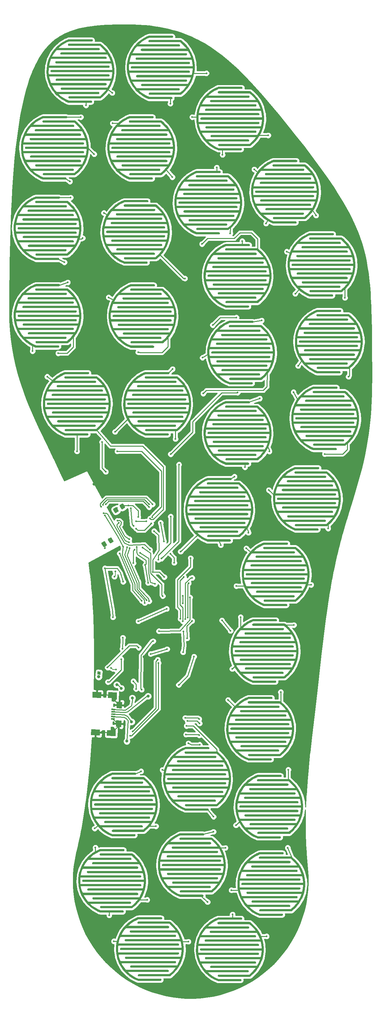
<source format=gtl>
G04 #@! TF.GenerationSoftware,KiCad,Pcbnew,(5.0.0)*
G04 #@! TF.CreationDate,2019-11-18T10:46:29+01:00*
G04 #@! TF.ProjectId,Insole_PCB,496E736F6C655F5043422E6B69636164,rev?*
G04 #@! TF.SameCoordinates,Original*
G04 #@! TF.FileFunction,Copper,L1,Top,Signal*
G04 #@! TF.FilePolarity,Positive*
%FSLAX46Y46*%
G04 Gerber Fmt 4.6, Leading zero omitted, Abs format (unit mm)*
G04 Created by KiCad (PCBNEW (5.0.0)) date 11/18/19 10:46:29*
%MOMM*%
%LPD*%
G01*
G04 APERTURE LIST*
G04 #@! TA.AperFunction,SMDPad,CuDef*
%ADD10C,0.500000*%
G04 #@! TD*
G04 #@! TA.AperFunction,Conductor*
%ADD11C,0.100000*%
G04 #@! TD*
G04 #@! TA.AperFunction,ComponentPad*
%ADD12C,0.850000*%
G04 #@! TD*
G04 #@! TA.AperFunction,Conductor*
%ADD13C,0.850000*%
G04 #@! TD*
G04 #@! TA.AperFunction,SMDPad,CuDef*
%ADD14C,1.150000*%
G04 #@! TD*
G04 #@! TA.AperFunction,SMDPad,CuDef*
%ADD15C,1.600000*%
G04 #@! TD*
G04 #@! TA.AperFunction,SMDPad,CuDef*
%ADD16C,1.500000*%
G04 #@! TD*
G04 #@! TA.AperFunction,SMDPad,CuDef*
%ADD17C,0.400000*%
G04 #@! TD*
G04 #@! TA.AperFunction,ViaPad*
%ADD18C,0.500000*%
G04 #@! TD*
G04 #@! TA.AperFunction,ViaPad*
%ADD19C,0.800000*%
G04 #@! TD*
G04 #@! TA.AperFunction,Conductor*
%ADD20C,0.250000*%
G04 #@! TD*
G04 #@! TA.AperFunction,Conductor*
%ADD21C,0.160000*%
G04 #@! TD*
G04 #@! TA.AperFunction,Conductor*
%ADD22C,0.254000*%
G04 #@! TD*
G04 APERTURE END LIST*
D10*
G04 #@! TO.P,S0,2*
G04 #@! TO.N,/U1_A0*
X189749453Y-119110707D03*
D11*
G04 #@! TD*
G04 #@! TO.N,/U1_A0*
G04 #@! TO.C,S0*
G36*
X186153642Y-111610736D02*
X186182894Y-111612577D01*
X186211827Y-111617263D01*
X186240164Y-111624750D01*
X186267636Y-111634966D01*
X186293979Y-111647815D01*
X186318943Y-111663173D01*
X186329105Y-111670887D01*
X186348767Y-111685666D01*
X187025003Y-112247687D01*
X187028206Y-112250387D01*
X187037371Y-112259032D01*
X187046602Y-112267500D01*
X187664765Y-112892828D01*
X187667689Y-112895828D01*
X187675955Y-112905313D01*
X187684327Y-112914654D01*
X188238510Y-113597309D01*
X188238519Y-113597319D01*
X188238528Y-113597331D01*
X188241137Y-113600590D01*
X188248413Y-113610802D01*
X188255859Y-113620950D01*
X188740790Y-114354437D01*
X188743076Y-114357948D01*
X188749327Y-114368833D01*
X188755741Y-114379648D01*
X189166780Y-115156955D01*
X189168713Y-115160672D01*
X189173876Y-115172123D01*
X189179200Y-115183504D01*
X189512427Y-115997212D01*
X189513987Y-116001100D01*
X189518007Y-116012998D01*
X189522196Y-116024846D01*
X189774428Y-116867188D01*
X189775602Y-116871209D01*
X189778442Y-116883445D01*
X189781454Y-116895643D01*
X189950285Y-117758579D01*
X189951061Y-117762696D01*
X189952695Y-117775157D01*
X189954501Y-117787584D01*
X190038318Y-118662875D01*
X190038688Y-118667048D01*
X190039097Y-118679593D01*
X190039683Y-118692154D01*
X190037686Y-119571447D01*
X190037648Y-119575636D01*
X190036830Y-119588182D01*
X190036188Y-119600718D01*
X189948397Y-120475621D01*
X189947950Y-120479786D01*
X189945912Y-120492187D01*
X189944049Y-120504607D01*
X189771301Y-121366767D01*
X189770450Y-121370868D01*
X189767207Y-121383029D01*
X189764146Y-121395189D01*
X189508091Y-122236377D01*
X189506844Y-122240376D01*
X189502429Y-122252165D01*
X189498196Y-122263967D01*
X189161277Y-123076154D01*
X189159646Y-123080012D01*
X189154098Y-123091322D01*
X189148738Y-123102646D01*
X188734172Y-123878078D01*
X188732171Y-123881758D01*
X188725566Y-123892439D01*
X188719107Y-123903219D01*
X188230850Y-124634497D01*
X188228500Y-124637965D01*
X188220889Y-124647944D01*
X188213404Y-124658049D01*
X187656117Y-125338191D01*
X187653440Y-125341413D01*
X187644882Y-125350612D01*
X187636456Y-125359928D01*
X187015459Y-125982442D01*
X187012480Y-125985387D01*
X187003255Y-125993539D01*
X186994173Y-126001824D01*
X186340558Y-126541962D01*
X186339166Y-126543096D01*
X186339062Y-126543190D01*
X186338947Y-126543274D01*
X186337311Y-126544608D01*
X186326302Y-126552598D01*
X186315470Y-126560583D01*
X186314505Y-126561158D01*
X186313589Y-126561823D01*
X186301899Y-126568673D01*
X186290294Y-126575591D01*
X186289273Y-126576072D01*
X186288301Y-126576641D01*
X186276061Y-126582289D01*
X186263774Y-126588071D01*
X186262706Y-126588451D01*
X186261688Y-126588921D01*
X186248951Y-126593349D01*
X186236163Y-126597903D01*
X186235069Y-126598176D01*
X186234004Y-126598546D01*
X186220861Y-126601718D01*
X186207723Y-126604994D01*
X186206606Y-126605159D01*
X186205512Y-126605423D01*
X186192138Y-126607295D01*
X186178728Y-126609275D01*
X186177599Y-126609330D01*
X186176486Y-126609486D01*
X186163027Y-126610043D01*
X186149453Y-126610707D01*
X177749453Y-126610707D01*
X177745264Y-126610678D01*
X177716012Y-126608837D01*
X177687079Y-126604151D01*
X177658742Y-126596664D01*
X177631270Y-126586448D01*
X177604927Y-126573599D01*
X177579963Y-126558241D01*
X177556617Y-126540520D01*
X177535111Y-126520606D01*
X177515652Y-126498688D01*
X177498424Y-126474976D01*
X177483592Y-126449696D01*
X177471298Y-126423089D01*
X177461659Y-126395409D01*
X177454767Y-126366921D01*
X177450688Y-126337897D01*
X177449460Y-126308613D01*
X177451096Y-126279348D01*
X177455580Y-126250384D01*
X177462869Y-126221995D01*
X177472894Y-126194452D01*
X177485558Y-126168020D01*
X177500742Y-126142949D01*
X177518299Y-126119480D01*
X177538063Y-126097836D01*
X177559844Y-126078224D01*
X177583436Y-126060831D01*
X177608612Y-126045823D01*
X177635132Y-126033343D01*
X177662743Y-126023511D01*
X177691183Y-126016420D01*
X177720178Y-126012139D01*
X177749453Y-126010707D01*
X186041535Y-126010707D01*
X186600858Y-125548490D01*
X187201311Y-124946572D01*
X187739998Y-124289128D01*
X187792358Y-124210707D01*
X175649453Y-124210707D01*
X175645264Y-124210678D01*
X175616012Y-124208837D01*
X175587079Y-124204151D01*
X175558742Y-124196664D01*
X175531270Y-124186448D01*
X175504927Y-124173599D01*
X175479963Y-124158241D01*
X175456617Y-124140520D01*
X175435111Y-124120606D01*
X175415652Y-124098688D01*
X175398424Y-124074976D01*
X175383592Y-124049696D01*
X175371298Y-124023089D01*
X175361659Y-123995409D01*
X175354767Y-123966921D01*
X175350688Y-123937897D01*
X175349460Y-123908613D01*
X175351096Y-123879348D01*
X175355580Y-123850384D01*
X175362869Y-123821995D01*
X175372894Y-123794452D01*
X175385558Y-123768020D01*
X175400742Y-123742949D01*
X175418299Y-123719480D01*
X175438063Y-123697836D01*
X175459844Y-123678224D01*
X175483436Y-123660831D01*
X175508612Y-123645823D01*
X175535132Y-123633343D01*
X175562743Y-123623511D01*
X175591183Y-123616420D01*
X175620178Y-123612139D01*
X175649453Y-123610707D01*
X188192963Y-123610707D01*
X188211962Y-123582252D01*
X188612696Y-122832693D01*
X188938369Y-122047613D01*
X189010483Y-121810707D01*
X174249453Y-121810707D01*
X174245264Y-121810678D01*
X174216012Y-121808837D01*
X174187079Y-121804151D01*
X174158742Y-121796664D01*
X174131270Y-121786448D01*
X174104927Y-121773599D01*
X174079963Y-121758241D01*
X174056617Y-121740520D01*
X174035111Y-121720606D01*
X174015652Y-121698688D01*
X173998424Y-121674976D01*
X173983592Y-121649696D01*
X173971298Y-121623089D01*
X173961659Y-121595409D01*
X173954767Y-121566921D01*
X173950688Y-121537897D01*
X173949460Y-121508613D01*
X173951096Y-121479348D01*
X173955580Y-121450384D01*
X173962869Y-121421995D01*
X173972894Y-121394452D01*
X173985558Y-121368020D01*
X174000742Y-121342949D01*
X174018299Y-121319480D01*
X174038063Y-121297836D01*
X174059844Y-121278224D01*
X174083436Y-121260831D01*
X174108612Y-121245823D01*
X174135132Y-121233343D01*
X174162743Y-121223511D01*
X174191183Y-121216420D01*
X174220178Y-121212139D01*
X174249453Y-121210707D01*
X189190645Y-121210707D01*
X189352859Y-120401122D01*
X189437721Y-119555410D01*
X189438050Y-119410707D01*
X172849453Y-119410707D01*
X172845264Y-119410678D01*
X172816012Y-119408837D01*
X172787079Y-119404151D01*
X172758742Y-119396664D01*
X172731270Y-119386448D01*
X172704927Y-119373599D01*
X172679963Y-119358241D01*
X172656617Y-119340520D01*
X172635111Y-119320606D01*
X172615652Y-119298688D01*
X172598424Y-119274976D01*
X172583592Y-119249696D01*
X172571298Y-119223089D01*
X172561659Y-119195409D01*
X172554767Y-119166921D01*
X172550688Y-119137897D01*
X172549460Y-119108613D01*
X172551096Y-119079348D01*
X172555580Y-119050384D01*
X172562869Y-119021995D01*
X172572894Y-118994452D01*
X172585558Y-118968020D01*
X172600742Y-118942949D01*
X172618299Y-118919480D01*
X172638063Y-118897836D01*
X172659844Y-118878224D01*
X172683436Y-118860831D01*
X172708612Y-118845823D01*
X172735132Y-118833343D01*
X172762743Y-118823511D01*
X172791183Y-118816420D01*
X172820178Y-118812139D01*
X172849453Y-118810707D01*
X189439413Y-118810707D01*
X189439652Y-118705466D01*
X189358631Y-117859382D01*
X189195435Y-117025247D01*
X189191081Y-117010707D01*
X174149453Y-117010707D01*
X174145264Y-117010678D01*
X174116012Y-117008837D01*
X174087079Y-117004151D01*
X174058742Y-116996664D01*
X174031270Y-116986448D01*
X174004927Y-116973599D01*
X173979963Y-116958241D01*
X173956617Y-116940520D01*
X173935111Y-116920606D01*
X173915652Y-116898688D01*
X173898424Y-116874976D01*
X173883592Y-116849696D01*
X173871298Y-116823089D01*
X173861659Y-116795409D01*
X173854767Y-116766921D01*
X173850688Y-116737897D01*
X173849460Y-116708613D01*
X173851096Y-116679348D01*
X173855580Y-116650384D01*
X173862869Y-116621995D01*
X173872894Y-116594452D01*
X173885558Y-116568020D01*
X173900742Y-116542949D01*
X173918299Y-116519480D01*
X173938063Y-116497836D01*
X173959844Y-116478224D01*
X173983436Y-116460831D01*
X174008612Y-116445823D01*
X174035132Y-116433343D01*
X174062743Y-116423511D01*
X174091183Y-116416420D01*
X174120178Y-116412139D01*
X174149453Y-116410707D01*
X189011417Y-116410707D01*
X188951622Y-116211019D01*
X188629514Y-115424464D01*
X188232193Y-114673099D01*
X188190944Y-114610707D01*
X175549453Y-114610707D01*
X175545264Y-114610678D01*
X175516012Y-114608837D01*
X175487079Y-114604151D01*
X175458742Y-114596664D01*
X175431270Y-114586448D01*
X175404927Y-114573599D01*
X175379963Y-114558241D01*
X175356617Y-114540520D01*
X175335111Y-114520606D01*
X175315652Y-114498688D01*
X175298424Y-114474976D01*
X175283592Y-114449696D01*
X175271298Y-114423089D01*
X175261659Y-114395409D01*
X175254767Y-114366921D01*
X175250688Y-114337897D01*
X175249460Y-114308613D01*
X175251096Y-114279348D01*
X175255580Y-114250384D01*
X175262869Y-114221995D01*
X175272894Y-114194452D01*
X175285558Y-114168020D01*
X175300742Y-114142949D01*
X175318299Y-114119480D01*
X175338063Y-114097836D01*
X175359844Y-114078224D01*
X175383436Y-114060831D01*
X175408612Y-114045823D01*
X175435132Y-114033343D01*
X175462743Y-114023511D01*
X175491183Y-114016420D01*
X175520178Y-114012139D01*
X175549453Y-114010707D01*
X187794265Y-114010707D01*
X187763440Y-113964081D01*
X187227751Y-113304209D01*
X186630212Y-112699743D01*
X186041793Y-112210707D01*
X177649453Y-112210707D01*
X177645264Y-112210678D01*
X177616012Y-112208837D01*
X177587079Y-112204151D01*
X177558742Y-112196664D01*
X177531270Y-112186448D01*
X177504927Y-112173599D01*
X177479963Y-112158241D01*
X177456617Y-112140520D01*
X177435111Y-112120606D01*
X177415652Y-112098688D01*
X177398424Y-112074976D01*
X177383592Y-112049696D01*
X177371298Y-112023089D01*
X177361659Y-111995409D01*
X177354767Y-111966921D01*
X177350688Y-111937897D01*
X177349460Y-111908613D01*
X177351096Y-111879348D01*
X177355580Y-111850384D01*
X177362869Y-111821995D01*
X177372894Y-111794452D01*
X177385558Y-111768020D01*
X177400742Y-111742949D01*
X177418299Y-111719480D01*
X177438063Y-111697836D01*
X177459844Y-111678224D01*
X177483436Y-111660831D01*
X177508612Y-111645823D01*
X177535132Y-111633343D01*
X177562743Y-111623511D01*
X177591183Y-111616420D01*
X177620178Y-111612139D01*
X177649453Y-111610707D01*
X186149453Y-111610707D01*
X186153642Y-111610736D01*
X186153642Y-111610736D01*
G37*
D10*
G04 #@! TO.P,S0,1*
G04 #@! TO.N,/U1_Data*
X171749453Y-119110707D03*
D11*
G04 #@! TD*
G04 #@! TO.N,/U1_Data*
G04 #@! TO.C,S0*
G36*
X183853642Y-110410736D02*
X183882894Y-110412577D01*
X183911827Y-110417263D01*
X183940164Y-110424750D01*
X183967636Y-110434966D01*
X183993979Y-110447815D01*
X184018943Y-110463173D01*
X184042289Y-110480894D01*
X184063795Y-110500808D01*
X184083254Y-110522726D01*
X184100482Y-110546438D01*
X184115314Y-110571718D01*
X184127608Y-110598325D01*
X184137247Y-110626005D01*
X184144139Y-110654493D01*
X184148218Y-110683517D01*
X184149446Y-110712801D01*
X184147810Y-110742066D01*
X184143326Y-110771030D01*
X184136037Y-110799419D01*
X184126012Y-110826962D01*
X184113348Y-110853394D01*
X184098164Y-110878465D01*
X184080607Y-110901934D01*
X184060843Y-110923578D01*
X184039062Y-110943190D01*
X184015470Y-110960583D01*
X183990294Y-110975591D01*
X183963774Y-110988071D01*
X183936163Y-110997903D01*
X183907723Y-111004994D01*
X183878728Y-111009275D01*
X183849453Y-111010707D01*
X177609684Y-111010707D01*
X177141089Y-111206767D01*
X176384923Y-111597963D01*
X175672634Y-112059725D01*
X175008808Y-112588787D01*
X174780239Y-112810707D01*
X185749453Y-112810707D01*
X185753642Y-112810736D01*
X185782894Y-112812577D01*
X185811827Y-112817263D01*
X185840164Y-112824750D01*
X185867636Y-112834966D01*
X185893979Y-112847815D01*
X185918943Y-112863173D01*
X185942289Y-112880894D01*
X185963795Y-112900808D01*
X185983254Y-112922726D01*
X186000482Y-112946438D01*
X186015314Y-112971718D01*
X186027608Y-112998325D01*
X186037247Y-113026005D01*
X186044139Y-113054493D01*
X186048218Y-113083517D01*
X186049446Y-113112801D01*
X186047810Y-113142066D01*
X186043326Y-113171030D01*
X186036037Y-113199419D01*
X186026012Y-113226962D01*
X186013348Y-113253394D01*
X185998164Y-113278465D01*
X185980607Y-113301934D01*
X185960843Y-113323578D01*
X185939062Y-113343190D01*
X185915470Y-113360583D01*
X185890294Y-113375591D01*
X185863774Y-113388071D01*
X185836163Y-113397903D01*
X185807723Y-113404994D01*
X185778728Y-113409275D01*
X185749453Y-113410707D01*
X174204588Y-113410707D01*
X173851357Y-113828026D01*
X173368783Y-114526369D01*
X172988737Y-115210707D01*
X187649453Y-115210707D01*
X187653642Y-115210736D01*
X187682894Y-115212577D01*
X187711827Y-115217263D01*
X187740164Y-115224750D01*
X187767636Y-115234966D01*
X187793979Y-115247815D01*
X187818943Y-115263173D01*
X187842289Y-115280894D01*
X187863795Y-115300808D01*
X187883254Y-115322726D01*
X187900482Y-115346438D01*
X187915314Y-115371718D01*
X187927608Y-115398325D01*
X187937247Y-115426005D01*
X187944139Y-115454493D01*
X187948218Y-115483517D01*
X187949446Y-115512801D01*
X187947810Y-115542066D01*
X187943326Y-115571030D01*
X187936037Y-115599419D01*
X187926012Y-115626962D01*
X187913348Y-115653394D01*
X187898164Y-115678465D01*
X187880607Y-115701934D01*
X187860843Y-115723578D01*
X187839062Y-115743190D01*
X187815470Y-115760583D01*
X187790294Y-115775591D01*
X187763774Y-115788071D01*
X187736163Y-115797903D01*
X187707723Y-115804994D01*
X187678728Y-115809275D01*
X187649453Y-115810707D01*
X172721499Y-115810707D01*
X172618911Y-116047258D01*
X172358773Y-116855286D01*
X172194816Y-117610707D01*
X188449453Y-117610707D01*
X188453642Y-117610736D01*
X188482894Y-117612577D01*
X188511827Y-117617263D01*
X188540164Y-117624750D01*
X188567636Y-117634966D01*
X188593979Y-117647815D01*
X188618943Y-117663173D01*
X188642289Y-117680894D01*
X188663795Y-117700808D01*
X188683254Y-117722726D01*
X188700482Y-117746438D01*
X188715314Y-117771718D01*
X188727608Y-117798325D01*
X188737247Y-117826005D01*
X188744139Y-117854493D01*
X188748218Y-117883517D01*
X188749446Y-117912801D01*
X188747810Y-117942066D01*
X188743326Y-117971030D01*
X188736037Y-117999419D01*
X188726012Y-118026962D01*
X188713348Y-118053394D01*
X188698164Y-118078465D01*
X188680607Y-118101934D01*
X188660843Y-118123578D01*
X188639062Y-118143190D01*
X188615470Y-118160583D01*
X188590294Y-118175591D01*
X188563774Y-118188071D01*
X188536163Y-118197903D01*
X188507723Y-118204994D01*
X188478728Y-118209275D01*
X188449453Y-118210707D01*
X172117459Y-118210707D01*
X172080492Y-118527990D01*
X172065003Y-119376714D01*
X172115505Y-120010707D01*
X188449453Y-120010707D01*
X188453642Y-120010736D01*
X188482894Y-120012577D01*
X188511827Y-120017263D01*
X188540164Y-120024750D01*
X188567636Y-120034966D01*
X188593979Y-120047815D01*
X188618943Y-120063173D01*
X188642289Y-120080894D01*
X188663795Y-120100808D01*
X188683254Y-120122726D01*
X188700482Y-120146438D01*
X188715314Y-120171718D01*
X188727608Y-120198325D01*
X188737247Y-120226005D01*
X188744139Y-120254493D01*
X188748218Y-120283517D01*
X188749446Y-120312801D01*
X188747810Y-120342066D01*
X188743326Y-120371030D01*
X188736037Y-120399419D01*
X188726012Y-120426962D01*
X188713348Y-120453394D01*
X188698164Y-120478465D01*
X188680607Y-120501934D01*
X188660843Y-120523578D01*
X188639062Y-120543190D01*
X188615470Y-120560583D01*
X188590294Y-120575591D01*
X188563774Y-120588071D01*
X188536163Y-120597903D01*
X188507723Y-120604994D01*
X188478728Y-120609275D01*
X188449453Y-120610707D01*
X172201867Y-120610707D01*
X172282066Y-121058476D01*
X172512542Y-121875439D01*
X172721821Y-122410707D01*
X187649453Y-122410707D01*
X187653642Y-122410736D01*
X187682894Y-122412577D01*
X187711827Y-122417263D01*
X187740164Y-122424750D01*
X187767636Y-122434966D01*
X187793979Y-122447815D01*
X187818943Y-122463173D01*
X187842289Y-122480894D01*
X187863795Y-122500808D01*
X187883254Y-122522726D01*
X187900482Y-122546438D01*
X187915314Y-122571718D01*
X187927608Y-122598325D01*
X187937247Y-122626005D01*
X187944139Y-122654493D01*
X187948218Y-122683517D01*
X187949446Y-122712801D01*
X187947810Y-122742066D01*
X187943326Y-122771030D01*
X187936037Y-122799419D01*
X187926012Y-122826962D01*
X187913348Y-122853394D01*
X187898164Y-122878465D01*
X187880607Y-122901934D01*
X187860843Y-122923578D01*
X187839062Y-122943190D01*
X187815470Y-122960583D01*
X187790294Y-122975591D01*
X187763774Y-122988071D01*
X187736163Y-122997903D01*
X187707723Y-123004994D01*
X187678728Y-123009275D01*
X187649453Y-123010707D01*
X172996923Y-123010707D01*
X173206421Y-123422681D01*
X173663197Y-124138173D01*
X174187614Y-124805679D01*
X174192428Y-124810707D01*
X185649453Y-124810707D01*
X185653642Y-124810736D01*
X185682894Y-124812577D01*
X185711827Y-124817263D01*
X185740164Y-124824750D01*
X185767636Y-124834966D01*
X185793979Y-124847815D01*
X185818943Y-124863173D01*
X185842289Y-124880894D01*
X185863795Y-124900808D01*
X185883254Y-124922726D01*
X185900482Y-124946438D01*
X185915314Y-124971718D01*
X185927608Y-124998325D01*
X185937247Y-125026005D01*
X185944139Y-125054493D01*
X185948218Y-125083517D01*
X185949446Y-125112801D01*
X185947810Y-125142066D01*
X185943326Y-125171030D01*
X185936037Y-125199419D01*
X185926012Y-125226962D01*
X185913348Y-125253394D01*
X185898164Y-125278465D01*
X185880607Y-125301934D01*
X185860843Y-125323578D01*
X185839062Y-125343190D01*
X185815470Y-125360583D01*
X185790294Y-125375591D01*
X185763774Y-125388071D01*
X185736163Y-125397903D01*
X185707723Y-125404994D01*
X185678728Y-125409275D01*
X185649453Y-125410707D01*
X174766893Y-125410707D01*
X174774664Y-125418823D01*
X175418733Y-125971746D01*
X176113700Y-126459193D01*
X176852910Y-126876490D01*
X177609053Y-127210707D01*
X183649453Y-127210707D01*
X183653642Y-127210736D01*
X183682894Y-127212577D01*
X183711827Y-127217263D01*
X183740164Y-127224750D01*
X183767636Y-127234966D01*
X183793979Y-127247815D01*
X183818943Y-127263173D01*
X183842289Y-127280894D01*
X183863795Y-127300808D01*
X183883254Y-127322726D01*
X183900482Y-127346438D01*
X183915314Y-127371718D01*
X183927608Y-127398325D01*
X183937247Y-127426005D01*
X183944139Y-127454493D01*
X183948218Y-127483517D01*
X183949446Y-127512801D01*
X183947810Y-127542066D01*
X183943326Y-127571030D01*
X183936037Y-127599419D01*
X183926012Y-127626962D01*
X183913348Y-127653394D01*
X183898164Y-127678465D01*
X183880607Y-127701934D01*
X183860843Y-127723578D01*
X183839062Y-127743190D01*
X183815470Y-127760583D01*
X183790294Y-127775591D01*
X183763774Y-127788071D01*
X183736163Y-127797903D01*
X183707723Y-127804994D01*
X183678728Y-127809275D01*
X183649453Y-127810707D01*
X177549453Y-127810707D01*
X177545264Y-127810678D01*
X177516012Y-127808837D01*
X177487079Y-127804151D01*
X177458742Y-127796664D01*
X177431270Y-127786448D01*
X177428861Y-127785273D01*
X177427529Y-127784905D01*
X177400174Y-127774379D01*
X176596930Y-127419344D01*
X176593111Y-127417624D01*
X176581960Y-127411832D01*
X176570733Y-127406199D01*
X175805967Y-126974475D01*
X175802334Y-126972391D01*
X175791800Y-126965538D01*
X175781178Y-126958837D01*
X175062191Y-126454544D01*
X175058779Y-126452114D01*
X175048969Y-126444270D01*
X175039047Y-126436561D01*
X174372702Y-125864515D01*
X174369542Y-125861765D01*
X174360514Y-125852971D01*
X174351422Y-125844360D01*
X173744079Y-125210021D01*
X173741203Y-125206975D01*
X173733094Y-125197363D01*
X173724868Y-125187885D01*
X173182324Y-124497306D01*
X173179759Y-124493994D01*
X173172624Y-124483632D01*
X173165365Y-124473401D01*
X172692805Y-123733185D01*
X172692799Y-123733176D01*
X172692793Y-123733165D01*
X172690569Y-123729629D01*
X172684484Y-123718630D01*
X172678253Y-123707730D01*
X172280176Y-122924923D01*
X172278303Y-122921176D01*
X172273331Y-122909661D01*
X172268182Y-122898179D01*
X171948394Y-122080263D01*
X171946896Y-122076351D01*
X171943060Y-122064369D01*
X171939068Y-122052477D01*
X171700621Y-121207257D01*
X171699511Y-121203218D01*
X171696867Y-121190939D01*
X171694050Y-121178694D01*
X171539219Y-120314240D01*
X171538509Y-120310111D01*
X171537076Y-120297637D01*
X171535467Y-120285171D01*
X171465732Y-119409735D01*
X171465429Y-119405557D01*
X171465220Y-119392991D01*
X171464835Y-119380439D01*
X171480860Y-118502375D01*
X171480965Y-118498187D01*
X171481985Y-118485641D01*
X171482826Y-118473131D01*
X171584458Y-117600822D01*
X171584971Y-117596664D01*
X171587212Y-117584267D01*
X171589268Y-117571909D01*
X171775538Y-116713682D01*
X171776454Y-116709594D01*
X171779891Y-116697485D01*
X171783146Y-116685376D01*
X172052275Y-115849421D01*
X172053586Y-115845442D01*
X172058178Y-115833753D01*
X172062609Y-115821993D01*
X172412029Y-115016290D01*
X172413723Y-115012458D01*
X172419452Y-115001237D01*
X172424991Y-114990002D01*
X172851366Y-114222240D01*
X172853425Y-114218592D01*
X172860232Y-114207967D01*
X172866831Y-114197343D01*
X173366091Y-113474854D01*
X173368496Y-113471424D01*
X173376287Y-113461539D01*
X173383911Y-113451584D01*
X173951291Y-112781261D01*
X173954019Y-112778082D01*
X173962761Y-112768981D01*
X173971298Y-112759841D01*
X174601381Y-112148085D01*
X174604407Y-112145187D01*
X174613973Y-112137002D01*
X174623383Y-112128719D01*
X175310156Y-111581368D01*
X175313450Y-111578780D01*
X175323762Y-111571572D01*
X175333942Y-111564242D01*
X176070851Y-111086520D01*
X176074382Y-111084266D01*
X176085334Y-111078106D01*
X176096195Y-111071797D01*
X176876204Y-110668265D01*
X176879938Y-110666365D01*
X176889181Y-110662298D01*
X176898259Y-110657967D01*
X177433659Y-110433955D01*
X177435004Y-110433403D01*
X177435132Y-110433343D01*
X177435275Y-110433292D01*
X177437535Y-110432365D01*
X177450116Y-110428007D01*
X177462743Y-110423511D01*
X177464008Y-110423196D01*
X177465231Y-110422772D01*
X177478153Y-110419669D01*
X177491183Y-110416420D01*
X177492477Y-110416229D01*
X177493730Y-110415928D01*
X177506914Y-110414097D01*
X177520178Y-110412139D01*
X177521475Y-110412076D01*
X177522761Y-110411897D01*
X177536118Y-110411359D01*
X177549453Y-110410707D01*
X183849453Y-110410707D01*
X183853642Y-110410736D01*
X183853642Y-110410736D01*
G37*
D10*
G04 #@! TO.P,S1,2*
G04 #@! TO.N,/U1_A1*
X181749453Y-95060707D03*
D11*
G04 #@! TD*
G04 #@! TO.N,/U1_A1*
G04 #@! TO.C,S1*
G36*
X178153642Y-87560736D02*
X178182894Y-87562577D01*
X178211827Y-87567263D01*
X178240164Y-87574750D01*
X178267636Y-87584966D01*
X178293979Y-87597815D01*
X178318943Y-87613173D01*
X178329105Y-87620887D01*
X178348767Y-87635666D01*
X179025003Y-88197687D01*
X179028206Y-88200387D01*
X179037371Y-88209032D01*
X179046602Y-88217500D01*
X179664765Y-88842828D01*
X179667689Y-88845828D01*
X179675955Y-88855313D01*
X179684327Y-88864654D01*
X180238510Y-89547309D01*
X180238519Y-89547319D01*
X180238528Y-89547331D01*
X180241137Y-89550590D01*
X180248413Y-89560802D01*
X180255859Y-89570950D01*
X180740790Y-90304437D01*
X180743076Y-90307948D01*
X180749327Y-90318833D01*
X180755741Y-90329648D01*
X181166780Y-91106955D01*
X181168713Y-91110672D01*
X181173876Y-91122123D01*
X181179200Y-91133504D01*
X181512427Y-91947212D01*
X181513987Y-91951100D01*
X181518007Y-91962998D01*
X181522196Y-91974846D01*
X181774428Y-92817188D01*
X181775602Y-92821209D01*
X181778442Y-92833445D01*
X181781454Y-92845643D01*
X181950285Y-93708579D01*
X181951061Y-93712696D01*
X181952695Y-93725157D01*
X181954501Y-93737584D01*
X182038318Y-94612875D01*
X182038688Y-94617048D01*
X182039097Y-94629593D01*
X182039683Y-94642154D01*
X182037686Y-95521447D01*
X182037648Y-95525636D01*
X182036830Y-95538182D01*
X182036188Y-95550718D01*
X181948397Y-96425621D01*
X181947950Y-96429786D01*
X181945912Y-96442187D01*
X181944049Y-96454607D01*
X181771301Y-97316767D01*
X181770450Y-97320868D01*
X181767207Y-97333029D01*
X181764146Y-97345189D01*
X181508091Y-98186377D01*
X181506844Y-98190376D01*
X181502429Y-98202165D01*
X181498196Y-98213967D01*
X181161277Y-99026154D01*
X181159646Y-99030012D01*
X181154098Y-99041322D01*
X181148738Y-99052646D01*
X180734172Y-99828078D01*
X180732171Y-99831758D01*
X180725566Y-99842439D01*
X180719107Y-99853219D01*
X180230850Y-100584497D01*
X180228500Y-100587965D01*
X180220889Y-100597944D01*
X180213404Y-100608049D01*
X179656117Y-101288191D01*
X179653440Y-101291413D01*
X179644882Y-101300612D01*
X179636456Y-101309928D01*
X179015459Y-101932442D01*
X179012480Y-101935387D01*
X179003255Y-101943539D01*
X178994173Y-101951824D01*
X178340558Y-102491962D01*
X178339166Y-102493096D01*
X178339062Y-102493190D01*
X178338947Y-102493274D01*
X178337311Y-102494608D01*
X178326302Y-102502598D01*
X178315470Y-102510583D01*
X178314505Y-102511158D01*
X178313589Y-102511823D01*
X178301899Y-102518673D01*
X178290294Y-102525591D01*
X178289273Y-102526072D01*
X178288301Y-102526641D01*
X178276061Y-102532289D01*
X178263774Y-102538071D01*
X178262706Y-102538451D01*
X178261688Y-102538921D01*
X178248951Y-102543349D01*
X178236163Y-102547903D01*
X178235069Y-102548176D01*
X178234004Y-102548546D01*
X178220861Y-102551718D01*
X178207723Y-102554994D01*
X178206606Y-102555159D01*
X178205512Y-102555423D01*
X178192138Y-102557295D01*
X178178728Y-102559275D01*
X178177599Y-102559330D01*
X178176486Y-102559486D01*
X178163027Y-102560043D01*
X178149453Y-102560707D01*
X169749453Y-102560707D01*
X169745264Y-102560678D01*
X169716012Y-102558837D01*
X169687079Y-102554151D01*
X169658742Y-102546664D01*
X169631270Y-102536448D01*
X169604927Y-102523599D01*
X169579963Y-102508241D01*
X169556617Y-102490520D01*
X169535111Y-102470606D01*
X169515652Y-102448688D01*
X169498424Y-102424976D01*
X169483592Y-102399696D01*
X169471298Y-102373089D01*
X169461659Y-102345409D01*
X169454767Y-102316921D01*
X169450688Y-102287897D01*
X169449460Y-102258613D01*
X169451096Y-102229348D01*
X169455580Y-102200384D01*
X169462869Y-102171995D01*
X169472894Y-102144452D01*
X169485558Y-102118020D01*
X169500742Y-102092949D01*
X169518299Y-102069480D01*
X169538063Y-102047836D01*
X169559844Y-102028224D01*
X169583436Y-102010831D01*
X169608612Y-101995823D01*
X169635132Y-101983343D01*
X169662743Y-101973511D01*
X169691183Y-101966420D01*
X169720178Y-101962139D01*
X169749453Y-101960707D01*
X178041535Y-101960707D01*
X178600858Y-101498490D01*
X179201311Y-100896572D01*
X179739998Y-100239128D01*
X179792358Y-100160707D01*
X167649453Y-100160707D01*
X167645264Y-100160678D01*
X167616012Y-100158837D01*
X167587079Y-100154151D01*
X167558742Y-100146664D01*
X167531270Y-100136448D01*
X167504927Y-100123599D01*
X167479963Y-100108241D01*
X167456617Y-100090520D01*
X167435111Y-100070606D01*
X167415652Y-100048688D01*
X167398424Y-100024976D01*
X167383592Y-99999696D01*
X167371298Y-99973089D01*
X167361659Y-99945409D01*
X167354767Y-99916921D01*
X167350688Y-99887897D01*
X167349460Y-99858613D01*
X167351096Y-99829348D01*
X167355580Y-99800384D01*
X167362869Y-99771995D01*
X167372894Y-99744452D01*
X167385558Y-99718020D01*
X167400742Y-99692949D01*
X167418299Y-99669480D01*
X167438063Y-99647836D01*
X167459844Y-99628224D01*
X167483436Y-99610831D01*
X167508612Y-99595823D01*
X167535132Y-99583343D01*
X167562743Y-99573511D01*
X167591183Y-99566420D01*
X167620178Y-99562139D01*
X167649453Y-99560707D01*
X180192963Y-99560707D01*
X180211962Y-99532252D01*
X180612696Y-98782693D01*
X180938369Y-97997613D01*
X181010483Y-97760707D01*
X166249453Y-97760707D01*
X166245264Y-97760678D01*
X166216012Y-97758837D01*
X166187079Y-97754151D01*
X166158742Y-97746664D01*
X166131270Y-97736448D01*
X166104927Y-97723599D01*
X166079963Y-97708241D01*
X166056617Y-97690520D01*
X166035111Y-97670606D01*
X166015652Y-97648688D01*
X165998424Y-97624976D01*
X165983592Y-97599696D01*
X165971298Y-97573089D01*
X165961659Y-97545409D01*
X165954767Y-97516921D01*
X165950688Y-97487897D01*
X165949460Y-97458613D01*
X165951096Y-97429348D01*
X165955580Y-97400384D01*
X165962869Y-97371995D01*
X165972894Y-97344452D01*
X165985558Y-97318020D01*
X166000742Y-97292949D01*
X166018299Y-97269480D01*
X166038063Y-97247836D01*
X166059844Y-97228224D01*
X166083436Y-97210831D01*
X166108612Y-97195823D01*
X166135132Y-97183343D01*
X166162743Y-97173511D01*
X166191183Y-97166420D01*
X166220178Y-97162139D01*
X166249453Y-97160707D01*
X181190645Y-97160707D01*
X181352859Y-96351122D01*
X181437721Y-95505410D01*
X181438050Y-95360707D01*
X164849453Y-95360707D01*
X164845264Y-95360678D01*
X164816012Y-95358837D01*
X164787079Y-95354151D01*
X164758742Y-95346664D01*
X164731270Y-95336448D01*
X164704927Y-95323599D01*
X164679963Y-95308241D01*
X164656617Y-95290520D01*
X164635111Y-95270606D01*
X164615652Y-95248688D01*
X164598424Y-95224976D01*
X164583592Y-95199696D01*
X164571298Y-95173089D01*
X164561659Y-95145409D01*
X164554767Y-95116921D01*
X164550688Y-95087897D01*
X164549460Y-95058613D01*
X164551096Y-95029348D01*
X164555580Y-95000384D01*
X164562869Y-94971995D01*
X164572894Y-94944452D01*
X164585558Y-94918020D01*
X164600742Y-94892949D01*
X164618299Y-94869480D01*
X164638063Y-94847836D01*
X164659844Y-94828224D01*
X164683436Y-94810831D01*
X164708612Y-94795823D01*
X164735132Y-94783343D01*
X164762743Y-94773511D01*
X164791183Y-94766420D01*
X164820178Y-94762139D01*
X164849453Y-94760707D01*
X181439413Y-94760707D01*
X181439652Y-94655466D01*
X181358631Y-93809382D01*
X181195435Y-92975247D01*
X181191081Y-92960707D01*
X166149453Y-92960707D01*
X166145264Y-92960678D01*
X166116012Y-92958837D01*
X166087079Y-92954151D01*
X166058742Y-92946664D01*
X166031270Y-92936448D01*
X166004927Y-92923599D01*
X165979963Y-92908241D01*
X165956617Y-92890520D01*
X165935111Y-92870606D01*
X165915652Y-92848688D01*
X165898424Y-92824976D01*
X165883592Y-92799696D01*
X165871298Y-92773089D01*
X165861659Y-92745409D01*
X165854767Y-92716921D01*
X165850688Y-92687897D01*
X165849460Y-92658613D01*
X165851096Y-92629348D01*
X165855580Y-92600384D01*
X165862869Y-92571995D01*
X165872894Y-92544452D01*
X165885558Y-92518020D01*
X165900742Y-92492949D01*
X165918299Y-92469480D01*
X165938063Y-92447836D01*
X165959844Y-92428224D01*
X165983436Y-92410831D01*
X166008612Y-92395823D01*
X166035132Y-92383343D01*
X166062743Y-92373511D01*
X166091183Y-92366420D01*
X166120178Y-92362139D01*
X166149453Y-92360707D01*
X181011417Y-92360707D01*
X180951622Y-92161019D01*
X180629514Y-91374464D01*
X180232193Y-90623099D01*
X180190944Y-90560707D01*
X167549453Y-90560707D01*
X167545264Y-90560678D01*
X167516012Y-90558837D01*
X167487079Y-90554151D01*
X167458742Y-90546664D01*
X167431270Y-90536448D01*
X167404927Y-90523599D01*
X167379963Y-90508241D01*
X167356617Y-90490520D01*
X167335111Y-90470606D01*
X167315652Y-90448688D01*
X167298424Y-90424976D01*
X167283592Y-90399696D01*
X167271298Y-90373089D01*
X167261659Y-90345409D01*
X167254767Y-90316921D01*
X167250688Y-90287897D01*
X167249460Y-90258613D01*
X167251096Y-90229348D01*
X167255580Y-90200384D01*
X167262869Y-90171995D01*
X167272894Y-90144452D01*
X167285558Y-90118020D01*
X167300742Y-90092949D01*
X167318299Y-90069480D01*
X167338063Y-90047836D01*
X167359844Y-90028224D01*
X167383436Y-90010831D01*
X167408612Y-89995823D01*
X167435132Y-89983343D01*
X167462743Y-89973511D01*
X167491183Y-89966420D01*
X167520178Y-89962139D01*
X167549453Y-89960707D01*
X179794265Y-89960707D01*
X179763440Y-89914081D01*
X179227751Y-89254209D01*
X178630212Y-88649743D01*
X178041793Y-88160707D01*
X169649453Y-88160707D01*
X169645264Y-88160678D01*
X169616012Y-88158837D01*
X169587079Y-88154151D01*
X169558742Y-88146664D01*
X169531270Y-88136448D01*
X169504927Y-88123599D01*
X169479963Y-88108241D01*
X169456617Y-88090520D01*
X169435111Y-88070606D01*
X169415652Y-88048688D01*
X169398424Y-88024976D01*
X169383592Y-87999696D01*
X169371298Y-87973089D01*
X169361659Y-87945409D01*
X169354767Y-87916921D01*
X169350688Y-87887897D01*
X169349460Y-87858613D01*
X169351096Y-87829348D01*
X169355580Y-87800384D01*
X169362869Y-87771995D01*
X169372894Y-87744452D01*
X169385558Y-87718020D01*
X169400742Y-87692949D01*
X169418299Y-87669480D01*
X169438063Y-87647836D01*
X169459844Y-87628224D01*
X169483436Y-87610831D01*
X169508612Y-87595823D01*
X169535132Y-87583343D01*
X169562743Y-87573511D01*
X169591183Y-87566420D01*
X169620178Y-87562139D01*
X169649453Y-87560707D01*
X178149453Y-87560707D01*
X178153642Y-87560736D01*
X178153642Y-87560736D01*
G37*
D10*
G04 #@! TO.P,S1,1*
G04 #@! TO.N,/U1_Data*
X163749453Y-95060707D03*
D11*
G04 #@! TD*
G04 #@! TO.N,/U1_Data*
G04 #@! TO.C,S1*
G36*
X175853642Y-86360736D02*
X175882894Y-86362577D01*
X175911827Y-86367263D01*
X175940164Y-86374750D01*
X175967636Y-86384966D01*
X175993979Y-86397815D01*
X176018943Y-86413173D01*
X176042289Y-86430894D01*
X176063795Y-86450808D01*
X176083254Y-86472726D01*
X176100482Y-86496438D01*
X176115314Y-86521718D01*
X176127608Y-86548325D01*
X176137247Y-86576005D01*
X176144139Y-86604493D01*
X176148218Y-86633517D01*
X176149446Y-86662801D01*
X176147810Y-86692066D01*
X176143326Y-86721030D01*
X176136037Y-86749419D01*
X176126012Y-86776962D01*
X176113348Y-86803394D01*
X176098164Y-86828465D01*
X176080607Y-86851934D01*
X176060843Y-86873578D01*
X176039062Y-86893190D01*
X176015470Y-86910583D01*
X175990294Y-86925591D01*
X175963774Y-86938071D01*
X175936163Y-86947903D01*
X175907723Y-86954994D01*
X175878728Y-86959275D01*
X175849453Y-86960707D01*
X169609684Y-86960707D01*
X169141089Y-87156767D01*
X168384923Y-87547963D01*
X167672634Y-88009725D01*
X167008808Y-88538787D01*
X166780239Y-88760707D01*
X177749453Y-88760707D01*
X177753642Y-88760736D01*
X177782894Y-88762577D01*
X177811827Y-88767263D01*
X177840164Y-88774750D01*
X177867636Y-88784966D01*
X177893979Y-88797815D01*
X177918943Y-88813173D01*
X177942289Y-88830894D01*
X177963795Y-88850808D01*
X177983254Y-88872726D01*
X178000482Y-88896438D01*
X178015314Y-88921718D01*
X178027608Y-88948325D01*
X178037247Y-88976005D01*
X178044139Y-89004493D01*
X178048218Y-89033517D01*
X178049446Y-89062801D01*
X178047810Y-89092066D01*
X178043326Y-89121030D01*
X178036037Y-89149419D01*
X178026012Y-89176962D01*
X178013348Y-89203394D01*
X177998164Y-89228465D01*
X177980607Y-89251934D01*
X177960843Y-89273578D01*
X177939062Y-89293190D01*
X177915470Y-89310583D01*
X177890294Y-89325591D01*
X177863774Y-89338071D01*
X177836163Y-89347903D01*
X177807723Y-89354994D01*
X177778728Y-89359275D01*
X177749453Y-89360707D01*
X166204588Y-89360707D01*
X165851357Y-89778026D01*
X165368783Y-90476369D01*
X164988737Y-91160707D01*
X179649453Y-91160707D01*
X179653642Y-91160736D01*
X179682894Y-91162577D01*
X179711827Y-91167263D01*
X179740164Y-91174750D01*
X179767636Y-91184966D01*
X179793979Y-91197815D01*
X179818943Y-91213173D01*
X179842289Y-91230894D01*
X179863795Y-91250808D01*
X179883254Y-91272726D01*
X179900482Y-91296438D01*
X179915314Y-91321718D01*
X179927608Y-91348325D01*
X179937247Y-91376005D01*
X179944139Y-91404493D01*
X179948218Y-91433517D01*
X179949446Y-91462801D01*
X179947810Y-91492066D01*
X179943326Y-91521030D01*
X179936037Y-91549419D01*
X179926012Y-91576962D01*
X179913348Y-91603394D01*
X179898164Y-91628465D01*
X179880607Y-91651934D01*
X179860843Y-91673578D01*
X179839062Y-91693190D01*
X179815470Y-91710583D01*
X179790294Y-91725591D01*
X179763774Y-91738071D01*
X179736163Y-91747903D01*
X179707723Y-91754994D01*
X179678728Y-91759275D01*
X179649453Y-91760707D01*
X164721499Y-91760707D01*
X164618911Y-91997258D01*
X164358773Y-92805286D01*
X164194816Y-93560707D01*
X180449453Y-93560707D01*
X180453642Y-93560736D01*
X180482894Y-93562577D01*
X180511827Y-93567263D01*
X180540164Y-93574750D01*
X180567636Y-93584966D01*
X180593979Y-93597815D01*
X180618943Y-93613173D01*
X180642289Y-93630894D01*
X180663795Y-93650808D01*
X180683254Y-93672726D01*
X180700482Y-93696438D01*
X180715314Y-93721718D01*
X180727608Y-93748325D01*
X180737247Y-93776005D01*
X180744139Y-93804493D01*
X180748218Y-93833517D01*
X180749446Y-93862801D01*
X180747810Y-93892066D01*
X180743326Y-93921030D01*
X180736037Y-93949419D01*
X180726012Y-93976962D01*
X180713348Y-94003394D01*
X180698164Y-94028465D01*
X180680607Y-94051934D01*
X180660843Y-94073578D01*
X180639062Y-94093190D01*
X180615470Y-94110583D01*
X180590294Y-94125591D01*
X180563774Y-94138071D01*
X180536163Y-94147903D01*
X180507723Y-94154994D01*
X180478728Y-94159275D01*
X180449453Y-94160707D01*
X164117459Y-94160707D01*
X164080492Y-94477990D01*
X164065003Y-95326714D01*
X164115505Y-95960707D01*
X180449453Y-95960707D01*
X180453642Y-95960736D01*
X180482894Y-95962577D01*
X180511827Y-95967263D01*
X180540164Y-95974750D01*
X180567636Y-95984966D01*
X180593979Y-95997815D01*
X180618943Y-96013173D01*
X180642289Y-96030894D01*
X180663795Y-96050808D01*
X180683254Y-96072726D01*
X180700482Y-96096438D01*
X180715314Y-96121718D01*
X180727608Y-96148325D01*
X180737247Y-96176005D01*
X180744139Y-96204493D01*
X180748218Y-96233517D01*
X180749446Y-96262801D01*
X180747810Y-96292066D01*
X180743326Y-96321030D01*
X180736037Y-96349419D01*
X180726012Y-96376962D01*
X180713348Y-96403394D01*
X180698164Y-96428465D01*
X180680607Y-96451934D01*
X180660843Y-96473578D01*
X180639062Y-96493190D01*
X180615470Y-96510583D01*
X180590294Y-96525591D01*
X180563774Y-96538071D01*
X180536163Y-96547903D01*
X180507723Y-96554994D01*
X180478728Y-96559275D01*
X180449453Y-96560707D01*
X164201867Y-96560707D01*
X164282066Y-97008476D01*
X164512542Y-97825439D01*
X164721821Y-98360707D01*
X179649453Y-98360707D01*
X179653642Y-98360736D01*
X179682894Y-98362577D01*
X179711827Y-98367263D01*
X179740164Y-98374750D01*
X179767636Y-98384966D01*
X179793979Y-98397815D01*
X179818943Y-98413173D01*
X179842289Y-98430894D01*
X179863795Y-98450808D01*
X179883254Y-98472726D01*
X179900482Y-98496438D01*
X179915314Y-98521718D01*
X179927608Y-98548325D01*
X179937247Y-98576005D01*
X179944139Y-98604493D01*
X179948218Y-98633517D01*
X179949446Y-98662801D01*
X179947810Y-98692066D01*
X179943326Y-98721030D01*
X179936037Y-98749419D01*
X179926012Y-98776962D01*
X179913348Y-98803394D01*
X179898164Y-98828465D01*
X179880607Y-98851934D01*
X179860843Y-98873578D01*
X179839062Y-98893190D01*
X179815470Y-98910583D01*
X179790294Y-98925591D01*
X179763774Y-98938071D01*
X179736163Y-98947903D01*
X179707723Y-98954994D01*
X179678728Y-98959275D01*
X179649453Y-98960707D01*
X164996923Y-98960707D01*
X165206421Y-99372681D01*
X165663197Y-100088173D01*
X166187614Y-100755679D01*
X166192428Y-100760707D01*
X177649453Y-100760707D01*
X177653642Y-100760736D01*
X177682894Y-100762577D01*
X177711827Y-100767263D01*
X177740164Y-100774750D01*
X177767636Y-100784966D01*
X177793979Y-100797815D01*
X177818943Y-100813173D01*
X177842289Y-100830894D01*
X177863795Y-100850808D01*
X177883254Y-100872726D01*
X177900482Y-100896438D01*
X177915314Y-100921718D01*
X177927608Y-100948325D01*
X177937247Y-100976005D01*
X177944139Y-101004493D01*
X177948218Y-101033517D01*
X177949446Y-101062801D01*
X177947810Y-101092066D01*
X177943326Y-101121030D01*
X177936037Y-101149419D01*
X177926012Y-101176962D01*
X177913348Y-101203394D01*
X177898164Y-101228465D01*
X177880607Y-101251934D01*
X177860843Y-101273578D01*
X177839062Y-101293190D01*
X177815470Y-101310583D01*
X177790294Y-101325591D01*
X177763774Y-101338071D01*
X177736163Y-101347903D01*
X177707723Y-101354994D01*
X177678728Y-101359275D01*
X177649453Y-101360707D01*
X166766893Y-101360707D01*
X166774664Y-101368823D01*
X167418733Y-101921746D01*
X168113700Y-102409193D01*
X168852910Y-102826490D01*
X169609053Y-103160707D01*
X175649453Y-103160707D01*
X175653642Y-103160736D01*
X175682894Y-103162577D01*
X175711827Y-103167263D01*
X175740164Y-103174750D01*
X175767636Y-103184966D01*
X175793979Y-103197815D01*
X175818943Y-103213173D01*
X175842289Y-103230894D01*
X175863795Y-103250808D01*
X175883254Y-103272726D01*
X175900482Y-103296438D01*
X175915314Y-103321718D01*
X175927608Y-103348325D01*
X175937247Y-103376005D01*
X175944139Y-103404493D01*
X175948218Y-103433517D01*
X175949446Y-103462801D01*
X175947810Y-103492066D01*
X175943326Y-103521030D01*
X175936037Y-103549419D01*
X175926012Y-103576962D01*
X175913348Y-103603394D01*
X175898164Y-103628465D01*
X175880607Y-103651934D01*
X175860843Y-103673578D01*
X175839062Y-103693190D01*
X175815470Y-103710583D01*
X175790294Y-103725591D01*
X175763774Y-103738071D01*
X175736163Y-103747903D01*
X175707723Y-103754994D01*
X175678728Y-103759275D01*
X175649453Y-103760707D01*
X169549453Y-103760707D01*
X169545264Y-103760678D01*
X169516012Y-103758837D01*
X169487079Y-103754151D01*
X169458742Y-103746664D01*
X169431270Y-103736448D01*
X169428861Y-103735273D01*
X169427529Y-103734905D01*
X169400174Y-103724379D01*
X168596930Y-103369344D01*
X168593111Y-103367624D01*
X168581960Y-103361832D01*
X168570733Y-103356199D01*
X167805967Y-102924475D01*
X167802334Y-102922391D01*
X167791800Y-102915538D01*
X167781178Y-102908837D01*
X167062191Y-102404544D01*
X167058779Y-102402114D01*
X167048969Y-102394270D01*
X167039047Y-102386561D01*
X166372702Y-101814515D01*
X166369542Y-101811765D01*
X166360514Y-101802971D01*
X166351422Y-101794360D01*
X165744079Y-101160021D01*
X165741203Y-101156975D01*
X165733094Y-101147363D01*
X165724868Y-101137885D01*
X165182324Y-100447306D01*
X165179759Y-100443994D01*
X165172624Y-100433632D01*
X165165365Y-100423401D01*
X164692805Y-99683185D01*
X164692799Y-99683176D01*
X164692793Y-99683165D01*
X164690569Y-99679629D01*
X164684484Y-99668630D01*
X164678253Y-99657730D01*
X164280176Y-98874923D01*
X164278303Y-98871176D01*
X164273331Y-98859661D01*
X164268182Y-98848179D01*
X163948394Y-98030263D01*
X163946896Y-98026351D01*
X163943060Y-98014369D01*
X163939068Y-98002477D01*
X163700621Y-97157257D01*
X163699511Y-97153218D01*
X163696867Y-97140939D01*
X163694050Y-97128694D01*
X163539219Y-96264240D01*
X163538509Y-96260111D01*
X163537076Y-96247637D01*
X163535467Y-96235171D01*
X163465732Y-95359735D01*
X163465429Y-95355557D01*
X163465220Y-95342991D01*
X163464835Y-95330439D01*
X163480860Y-94452375D01*
X163480965Y-94448187D01*
X163481985Y-94435641D01*
X163482826Y-94423131D01*
X163584458Y-93550822D01*
X163584971Y-93546664D01*
X163587212Y-93534267D01*
X163589268Y-93521909D01*
X163775538Y-92663682D01*
X163776454Y-92659594D01*
X163779891Y-92647485D01*
X163783146Y-92635376D01*
X164052275Y-91799421D01*
X164053586Y-91795442D01*
X164058178Y-91783753D01*
X164062609Y-91771993D01*
X164412029Y-90966290D01*
X164413723Y-90962458D01*
X164419452Y-90951237D01*
X164424991Y-90940002D01*
X164851366Y-90172240D01*
X164853425Y-90168592D01*
X164860232Y-90157967D01*
X164866831Y-90147343D01*
X165366091Y-89424854D01*
X165368496Y-89421424D01*
X165376287Y-89411539D01*
X165383911Y-89401584D01*
X165951291Y-88731261D01*
X165954019Y-88728082D01*
X165962761Y-88718981D01*
X165971298Y-88709841D01*
X166601381Y-88098085D01*
X166604407Y-88095187D01*
X166613973Y-88087002D01*
X166623383Y-88078719D01*
X167310156Y-87531368D01*
X167313450Y-87528780D01*
X167323762Y-87521572D01*
X167333942Y-87514242D01*
X168070851Y-87036520D01*
X168074382Y-87034266D01*
X168085334Y-87028106D01*
X168096195Y-87021797D01*
X168876204Y-86618265D01*
X168879938Y-86616365D01*
X168889181Y-86612298D01*
X168898259Y-86607967D01*
X169433659Y-86383955D01*
X169435004Y-86383403D01*
X169435132Y-86383343D01*
X169435275Y-86383292D01*
X169437535Y-86382365D01*
X169450116Y-86378007D01*
X169462743Y-86373511D01*
X169464008Y-86373196D01*
X169465231Y-86372772D01*
X169478153Y-86369669D01*
X169491183Y-86366420D01*
X169492477Y-86366229D01*
X169493730Y-86365928D01*
X169506914Y-86364097D01*
X169520178Y-86362139D01*
X169521475Y-86362076D01*
X169522761Y-86361897D01*
X169536118Y-86361359D01*
X169549453Y-86360707D01*
X175849453Y-86360707D01*
X175853642Y-86360736D01*
X175853642Y-86360736D01*
G37*
D10*
G04 #@! TO.P,S2,2*
G04 #@! TO.N,/U1_A2*
X181749453Y-71110707D03*
D11*
G04 #@! TD*
G04 #@! TO.N,/U1_A2*
G04 #@! TO.C,S2*
G36*
X178153642Y-63610736D02*
X178182894Y-63612577D01*
X178211827Y-63617263D01*
X178240164Y-63624750D01*
X178267636Y-63634966D01*
X178293979Y-63647815D01*
X178318943Y-63663173D01*
X178329105Y-63670887D01*
X178348767Y-63685666D01*
X179025003Y-64247687D01*
X179028206Y-64250387D01*
X179037371Y-64259032D01*
X179046602Y-64267500D01*
X179664765Y-64892828D01*
X179667689Y-64895828D01*
X179675955Y-64905313D01*
X179684327Y-64914654D01*
X180238510Y-65597309D01*
X180238519Y-65597319D01*
X180238528Y-65597331D01*
X180241137Y-65600590D01*
X180248413Y-65610802D01*
X180255859Y-65620950D01*
X180740790Y-66354437D01*
X180743076Y-66357948D01*
X180749327Y-66368833D01*
X180755741Y-66379648D01*
X181166780Y-67156955D01*
X181168713Y-67160672D01*
X181173876Y-67172123D01*
X181179200Y-67183504D01*
X181512427Y-67997212D01*
X181513987Y-68001100D01*
X181518007Y-68012998D01*
X181522196Y-68024846D01*
X181774428Y-68867188D01*
X181775602Y-68871209D01*
X181778442Y-68883445D01*
X181781454Y-68895643D01*
X181950285Y-69758579D01*
X181951061Y-69762696D01*
X181952695Y-69775157D01*
X181954501Y-69787584D01*
X182038318Y-70662875D01*
X182038688Y-70667048D01*
X182039097Y-70679593D01*
X182039683Y-70692154D01*
X182037686Y-71571447D01*
X182037648Y-71575636D01*
X182036830Y-71588182D01*
X182036188Y-71600718D01*
X181948397Y-72475621D01*
X181947950Y-72479786D01*
X181945912Y-72492187D01*
X181944049Y-72504607D01*
X181771301Y-73366767D01*
X181770450Y-73370868D01*
X181767207Y-73383029D01*
X181764146Y-73395189D01*
X181508091Y-74236377D01*
X181506844Y-74240376D01*
X181502429Y-74252165D01*
X181498196Y-74263967D01*
X181161277Y-75076154D01*
X181159646Y-75080012D01*
X181154098Y-75091322D01*
X181148738Y-75102646D01*
X180734172Y-75878078D01*
X180732171Y-75881758D01*
X180725566Y-75892439D01*
X180719107Y-75903219D01*
X180230850Y-76634497D01*
X180228500Y-76637965D01*
X180220889Y-76647944D01*
X180213404Y-76658049D01*
X179656117Y-77338191D01*
X179653440Y-77341413D01*
X179644882Y-77350612D01*
X179636456Y-77359928D01*
X179015459Y-77982442D01*
X179012480Y-77985387D01*
X179003255Y-77993539D01*
X178994173Y-78001824D01*
X178340558Y-78541962D01*
X178339166Y-78543096D01*
X178339062Y-78543190D01*
X178338947Y-78543274D01*
X178337311Y-78544608D01*
X178326302Y-78552598D01*
X178315470Y-78560583D01*
X178314505Y-78561158D01*
X178313589Y-78561823D01*
X178301899Y-78568673D01*
X178290294Y-78575591D01*
X178289273Y-78576072D01*
X178288301Y-78576641D01*
X178276061Y-78582289D01*
X178263774Y-78588071D01*
X178262706Y-78588451D01*
X178261688Y-78588921D01*
X178248951Y-78593349D01*
X178236163Y-78597903D01*
X178235069Y-78598176D01*
X178234004Y-78598546D01*
X178220861Y-78601718D01*
X178207723Y-78604994D01*
X178206606Y-78605159D01*
X178205512Y-78605423D01*
X178192138Y-78607295D01*
X178178728Y-78609275D01*
X178177599Y-78609330D01*
X178176486Y-78609486D01*
X178163027Y-78610043D01*
X178149453Y-78610707D01*
X169749453Y-78610707D01*
X169745264Y-78610678D01*
X169716012Y-78608837D01*
X169687079Y-78604151D01*
X169658742Y-78596664D01*
X169631270Y-78586448D01*
X169604927Y-78573599D01*
X169579963Y-78558241D01*
X169556617Y-78540520D01*
X169535111Y-78520606D01*
X169515652Y-78498688D01*
X169498424Y-78474976D01*
X169483592Y-78449696D01*
X169471298Y-78423089D01*
X169461659Y-78395409D01*
X169454767Y-78366921D01*
X169450688Y-78337897D01*
X169449460Y-78308613D01*
X169451096Y-78279348D01*
X169455580Y-78250384D01*
X169462869Y-78221995D01*
X169472894Y-78194452D01*
X169485558Y-78168020D01*
X169500742Y-78142949D01*
X169518299Y-78119480D01*
X169538063Y-78097836D01*
X169559844Y-78078224D01*
X169583436Y-78060831D01*
X169608612Y-78045823D01*
X169635132Y-78033343D01*
X169662743Y-78023511D01*
X169691183Y-78016420D01*
X169720178Y-78012139D01*
X169749453Y-78010707D01*
X178041535Y-78010707D01*
X178600858Y-77548490D01*
X179201311Y-76946572D01*
X179739998Y-76289128D01*
X179792358Y-76210707D01*
X167649453Y-76210707D01*
X167645264Y-76210678D01*
X167616012Y-76208837D01*
X167587079Y-76204151D01*
X167558742Y-76196664D01*
X167531270Y-76186448D01*
X167504927Y-76173599D01*
X167479963Y-76158241D01*
X167456617Y-76140520D01*
X167435111Y-76120606D01*
X167415652Y-76098688D01*
X167398424Y-76074976D01*
X167383592Y-76049696D01*
X167371298Y-76023089D01*
X167361659Y-75995409D01*
X167354767Y-75966921D01*
X167350688Y-75937897D01*
X167349460Y-75908613D01*
X167351096Y-75879348D01*
X167355580Y-75850384D01*
X167362869Y-75821995D01*
X167372894Y-75794452D01*
X167385558Y-75768020D01*
X167400742Y-75742949D01*
X167418299Y-75719480D01*
X167438063Y-75697836D01*
X167459844Y-75678224D01*
X167483436Y-75660831D01*
X167508612Y-75645823D01*
X167535132Y-75633343D01*
X167562743Y-75623511D01*
X167591183Y-75616420D01*
X167620178Y-75612139D01*
X167649453Y-75610707D01*
X180192963Y-75610707D01*
X180211962Y-75582252D01*
X180612696Y-74832693D01*
X180938369Y-74047613D01*
X181010483Y-73810707D01*
X166249453Y-73810707D01*
X166245264Y-73810678D01*
X166216012Y-73808837D01*
X166187079Y-73804151D01*
X166158742Y-73796664D01*
X166131270Y-73786448D01*
X166104927Y-73773599D01*
X166079963Y-73758241D01*
X166056617Y-73740520D01*
X166035111Y-73720606D01*
X166015652Y-73698688D01*
X165998424Y-73674976D01*
X165983592Y-73649696D01*
X165971298Y-73623089D01*
X165961659Y-73595409D01*
X165954767Y-73566921D01*
X165950688Y-73537897D01*
X165949460Y-73508613D01*
X165951096Y-73479348D01*
X165955580Y-73450384D01*
X165962869Y-73421995D01*
X165972894Y-73394452D01*
X165985558Y-73368020D01*
X166000742Y-73342949D01*
X166018299Y-73319480D01*
X166038063Y-73297836D01*
X166059844Y-73278224D01*
X166083436Y-73260831D01*
X166108612Y-73245823D01*
X166135132Y-73233343D01*
X166162743Y-73223511D01*
X166191183Y-73216420D01*
X166220178Y-73212139D01*
X166249453Y-73210707D01*
X181190645Y-73210707D01*
X181352859Y-72401122D01*
X181437721Y-71555410D01*
X181438050Y-71410707D01*
X164849453Y-71410707D01*
X164845264Y-71410678D01*
X164816012Y-71408837D01*
X164787079Y-71404151D01*
X164758742Y-71396664D01*
X164731270Y-71386448D01*
X164704927Y-71373599D01*
X164679963Y-71358241D01*
X164656617Y-71340520D01*
X164635111Y-71320606D01*
X164615652Y-71298688D01*
X164598424Y-71274976D01*
X164583592Y-71249696D01*
X164571298Y-71223089D01*
X164561659Y-71195409D01*
X164554767Y-71166921D01*
X164550688Y-71137897D01*
X164549460Y-71108613D01*
X164551096Y-71079348D01*
X164555580Y-71050384D01*
X164562869Y-71021995D01*
X164572894Y-70994452D01*
X164585558Y-70968020D01*
X164600742Y-70942949D01*
X164618299Y-70919480D01*
X164638063Y-70897836D01*
X164659844Y-70878224D01*
X164683436Y-70860831D01*
X164708612Y-70845823D01*
X164735132Y-70833343D01*
X164762743Y-70823511D01*
X164791183Y-70816420D01*
X164820178Y-70812139D01*
X164849453Y-70810707D01*
X181439413Y-70810707D01*
X181439652Y-70705466D01*
X181358631Y-69859382D01*
X181195435Y-69025247D01*
X181191081Y-69010707D01*
X166149453Y-69010707D01*
X166145264Y-69010678D01*
X166116012Y-69008837D01*
X166087079Y-69004151D01*
X166058742Y-68996664D01*
X166031270Y-68986448D01*
X166004927Y-68973599D01*
X165979963Y-68958241D01*
X165956617Y-68940520D01*
X165935111Y-68920606D01*
X165915652Y-68898688D01*
X165898424Y-68874976D01*
X165883592Y-68849696D01*
X165871298Y-68823089D01*
X165861659Y-68795409D01*
X165854767Y-68766921D01*
X165850688Y-68737897D01*
X165849460Y-68708613D01*
X165851096Y-68679348D01*
X165855580Y-68650384D01*
X165862869Y-68621995D01*
X165872894Y-68594452D01*
X165885558Y-68568020D01*
X165900742Y-68542949D01*
X165918299Y-68519480D01*
X165938063Y-68497836D01*
X165959844Y-68478224D01*
X165983436Y-68460831D01*
X166008612Y-68445823D01*
X166035132Y-68433343D01*
X166062743Y-68423511D01*
X166091183Y-68416420D01*
X166120178Y-68412139D01*
X166149453Y-68410707D01*
X181011417Y-68410707D01*
X180951622Y-68211019D01*
X180629514Y-67424464D01*
X180232193Y-66673099D01*
X180190944Y-66610707D01*
X167549453Y-66610707D01*
X167545264Y-66610678D01*
X167516012Y-66608837D01*
X167487079Y-66604151D01*
X167458742Y-66596664D01*
X167431270Y-66586448D01*
X167404927Y-66573599D01*
X167379963Y-66558241D01*
X167356617Y-66540520D01*
X167335111Y-66520606D01*
X167315652Y-66498688D01*
X167298424Y-66474976D01*
X167283592Y-66449696D01*
X167271298Y-66423089D01*
X167261659Y-66395409D01*
X167254767Y-66366921D01*
X167250688Y-66337897D01*
X167249460Y-66308613D01*
X167251096Y-66279348D01*
X167255580Y-66250384D01*
X167262869Y-66221995D01*
X167272894Y-66194452D01*
X167285558Y-66168020D01*
X167300742Y-66142949D01*
X167318299Y-66119480D01*
X167338063Y-66097836D01*
X167359844Y-66078224D01*
X167383436Y-66060831D01*
X167408612Y-66045823D01*
X167435132Y-66033343D01*
X167462743Y-66023511D01*
X167491183Y-66016420D01*
X167520178Y-66012139D01*
X167549453Y-66010707D01*
X179794265Y-66010707D01*
X179763440Y-65964081D01*
X179227751Y-65304209D01*
X178630212Y-64699743D01*
X178041793Y-64210707D01*
X169649453Y-64210707D01*
X169645264Y-64210678D01*
X169616012Y-64208837D01*
X169587079Y-64204151D01*
X169558742Y-64196664D01*
X169531270Y-64186448D01*
X169504927Y-64173599D01*
X169479963Y-64158241D01*
X169456617Y-64140520D01*
X169435111Y-64120606D01*
X169415652Y-64098688D01*
X169398424Y-64074976D01*
X169383592Y-64049696D01*
X169371298Y-64023089D01*
X169361659Y-63995409D01*
X169354767Y-63966921D01*
X169350688Y-63937897D01*
X169349460Y-63908613D01*
X169351096Y-63879348D01*
X169355580Y-63850384D01*
X169362869Y-63821995D01*
X169372894Y-63794452D01*
X169385558Y-63768020D01*
X169400742Y-63742949D01*
X169418299Y-63719480D01*
X169438063Y-63697836D01*
X169459844Y-63678224D01*
X169483436Y-63660831D01*
X169508612Y-63645823D01*
X169535132Y-63633343D01*
X169562743Y-63623511D01*
X169591183Y-63616420D01*
X169620178Y-63612139D01*
X169649453Y-63610707D01*
X178149453Y-63610707D01*
X178153642Y-63610736D01*
X178153642Y-63610736D01*
G37*
D10*
G04 #@! TO.P,S2,1*
G04 #@! TO.N,/U1_Data*
X163749453Y-71110707D03*
D11*
G04 #@! TD*
G04 #@! TO.N,/U1_Data*
G04 #@! TO.C,S2*
G36*
X175853642Y-62410736D02*
X175882894Y-62412577D01*
X175911827Y-62417263D01*
X175940164Y-62424750D01*
X175967636Y-62434966D01*
X175993979Y-62447815D01*
X176018943Y-62463173D01*
X176042289Y-62480894D01*
X176063795Y-62500808D01*
X176083254Y-62522726D01*
X176100482Y-62546438D01*
X176115314Y-62571718D01*
X176127608Y-62598325D01*
X176137247Y-62626005D01*
X176144139Y-62654493D01*
X176148218Y-62683517D01*
X176149446Y-62712801D01*
X176147810Y-62742066D01*
X176143326Y-62771030D01*
X176136037Y-62799419D01*
X176126012Y-62826962D01*
X176113348Y-62853394D01*
X176098164Y-62878465D01*
X176080607Y-62901934D01*
X176060843Y-62923578D01*
X176039062Y-62943190D01*
X176015470Y-62960583D01*
X175990294Y-62975591D01*
X175963774Y-62988071D01*
X175936163Y-62997903D01*
X175907723Y-63004994D01*
X175878728Y-63009275D01*
X175849453Y-63010707D01*
X169609684Y-63010707D01*
X169141089Y-63206767D01*
X168384923Y-63597963D01*
X167672634Y-64059725D01*
X167008808Y-64588787D01*
X166780239Y-64810707D01*
X177749453Y-64810707D01*
X177753642Y-64810736D01*
X177782894Y-64812577D01*
X177811827Y-64817263D01*
X177840164Y-64824750D01*
X177867636Y-64834966D01*
X177893979Y-64847815D01*
X177918943Y-64863173D01*
X177942289Y-64880894D01*
X177963795Y-64900808D01*
X177983254Y-64922726D01*
X178000482Y-64946438D01*
X178015314Y-64971718D01*
X178027608Y-64998325D01*
X178037247Y-65026005D01*
X178044139Y-65054493D01*
X178048218Y-65083517D01*
X178049446Y-65112801D01*
X178047810Y-65142066D01*
X178043326Y-65171030D01*
X178036037Y-65199419D01*
X178026012Y-65226962D01*
X178013348Y-65253394D01*
X177998164Y-65278465D01*
X177980607Y-65301934D01*
X177960843Y-65323578D01*
X177939062Y-65343190D01*
X177915470Y-65360583D01*
X177890294Y-65375591D01*
X177863774Y-65388071D01*
X177836163Y-65397903D01*
X177807723Y-65404994D01*
X177778728Y-65409275D01*
X177749453Y-65410707D01*
X166204588Y-65410707D01*
X165851357Y-65828026D01*
X165368783Y-66526369D01*
X164988737Y-67210707D01*
X179649453Y-67210707D01*
X179653642Y-67210736D01*
X179682894Y-67212577D01*
X179711827Y-67217263D01*
X179740164Y-67224750D01*
X179767636Y-67234966D01*
X179793979Y-67247815D01*
X179818943Y-67263173D01*
X179842289Y-67280894D01*
X179863795Y-67300808D01*
X179883254Y-67322726D01*
X179900482Y-67346438D01*
X179915314Y-67371718D01*
X179927608Y-67398325D01*
X179937247Y-67426005D01*
X179944139Y-67454493D01*
X179948218Y-67483517D01*
X179949446Y-67512801D01*
X179947810Y-67542066D01*
X179943326Y-67571030D01*
X179936037Y-67599419D01*
X179926012Y-67626962D01*
X179913348Y-67653394D01*
X179898164Y-67678465D01*
X179880607Y-67701934D01*
X179860843Y-67723578D01*
X179839062Y-67743190D01*
X179815470Y-67760583D01*
X179790294Y-67775591D01*
X179763774Y-67788071D01*
X179736163Y-67797903D01*
X179707723Y-67804994D01*
X179678728Y-67809275D01*
X179649453Y-67810707D01*
X164721499Y-67810707D01*
X164618911Y-68047258D01*
X164358773Y-68855286D01*
X164194816Y-69610707D01*
X180449453Y-69610707D01*
X180453642Y-69610736D01*
X180482894Y-69612577D01*
X180511827Y-69617263D01*
X180540164Y-69624750D01*
X180567636Y-69634966D01*
X180593979Y-69647815D01*
X180618943Y-69663173D01*
X180642289Y-69680894D01*
X180663795Y-69700808D01*
X180683254Y-69722726D01*
X180700482Y-69746438D01*
X180715314Y-69771718D01*
X180727608Y-69798325D01*
X180737247Y-69826005D01*
X180744139Y-69854493D01*
X180748218Y-69883517D01*
X180749446Y-69912801D01*
X180747810Y-69942066D01*
X180743326Y-69971030D01*
X180736037Y-69999419D01*
X180726012Y-70026962D01*
X180713348Y-70053394D01*
X180698164Y-70078465D01*
X180680607Y-70101934D01*
X180660843Y-70123578D01*
X180639062Y-70143190D01*
X180615470Y-70160583D01*
X180590294Y-70175591D01*
X180563774Y-70188071D01*
X180536163Y-70197903D01*
X180507723Y-70204994D01*
X180478728Y-70209275D01*
X180449453Y-70210707D01*
X164117459Y-70210707D01*
X164080492Y-70527990D01*
X164065003Y-71376714D01*
X164115505Y-72010707D01*
X180449453Y-72010707D01*
X180453642Y-72010736D01*
X180482894Y-72012577D01*
X180511827Y-72017263D01*
X180540164Y-72024750D01*
X180567636Y-72034966D01*
X180593979Y-72047815D01*
X180618943Y-72063173D01*
X180642289Y-72080894D01*
X180663795Y-72100808D01*
X180683254Y-72122726D01*
X180700482Y-72146438D01*
X180715314Y-72171718D01*
X180727608Y-72198325D01*
X180737247Y-72226005D01*
X180744139Y-72254493D01*
X180748218Y-72283517D01*
X180749446Y-72312801D01*
X180747810Y-72342066D01*
X180743326Y-72371030D01*
X180736037Y-72399419D01*
X180726012Y-72426962D01*
X180713348Y-72453394D01*
X180698164Y-72478465D01*
X180680607Y-72501934D01*
X180660843Y-72523578D01*
X180639062Y-72543190D01*
X180615470Y-72560583D01*
X180590294Y-72575591D01*
X180563774Y-72588071D01*
X180536163Y-72597903D01*
X180507723Y-72604994D01*
X180478728Y-72609275D01*
X180449453Y-72610707D01*
X164201867Y-72610707D01*
X164282066Y-73058476D01*
X164512542Y-73875439D01*
X164721821Y-74410707D01*
X179649453Y-74410707D01*
X179653642Y-74410736D01*
X179682894Y-74412577D01*
X179711827Y-74417263D01*
X179740164Y-74424750D01*
X179767636Y-74434966D01*
X179793979Y-74447815D01*
X179818943Y-74463173D01*
X179842289Y-74480894D01*
X179863795Y-74500808D01*
X179883254Y-74522726D01*
X179900482Y-74546438D01*
X179915314Y-74571718D01*
X179927608Y-74598325D01*
X179937247Y-74626005D01*
X179944139Y-74654493D01*
X179948218Y-74683517D01*
X179949446Y-74712801D01*
X179947810Y-74742066D01*
X179943326Y-74771030D01*
X179936037Y-74799419D01*
X179926012Y-74826962D01*
X179913348Y-74853394D01*
X179898164Y-74878465D01*
X179880607Y-74901934D01*
X179860843Y-74923578D01*
X179839062Y-74943190D01*
X179815470Y-74960583D01*
X179790294Y-74975591D01*
X179763774Y-74988071D01*
X179736163Y-74997903D01*
X179707723Y-75004994D01*
X179678728Y-75009275D01*
X179649453Y-75010707D01*
X164996923Y-75010707D01*
X165206421Y-75422681D01*
X165663197Y-76138173D01*
X166187614Y-76805679D01*
X166192428Y-76810707D01*
X177649453Y-76810707D01*
X177653642Y-76810736D01*
X177682894Y-76812577D01*
X177711827Y-76817263D01*
X177740164Y-76824750D01*
X177767636Y-76834966D01*
X177793979Y-76847815D01*
X177818943Y-76863173D01*
X177842289Y-76880894D01*
X177863795Y-76900808D01*
X177883254Y-76922726D01*
X177900482Y-76946438D01*
X177915314Y-76971718D01*
X177927608Y-76998325D01*
X177937247Y-77026005D01*
X177944139Y-77054493D01*
X177948218Y-77083517D01*
X177949446Y-77112801D01*
X177947810Y-77142066D01*
X177943326Y-77171030D01*
X177936037Y-77199419D01*
X177926012Y-77226962D01*
X177913348Y-77253394D01*
X177898164Y-77278465D01*
X177880607Y-77301934D01*
X177860843Y-77323578D01*
X177839062Y-77343190D01*
X177815470Y-77360583D01*
X177790294Y-77375591D01*
X177763774Y-77388071D01*
X177736163Y-77397903D01*
X177707723Y-77404994D01*
X177678728Y-77409275D01*
X177649453Y-77410707D01*
X166766893Y-77410707D01*
X166774664Y-77418823D01*
X167418733Y-77971746D01*
X168113700Y-78459193D01*
X168852910Y-78876490D01*
X169609053Y-79210707D01*
X175649453Y-79210707D01*
X175653642Y-79210736D01*
X175682894Y-79212577D01*
X175711827Y-79217263D01*
X175740164Y-79224750D01*
X175767636Y-79234966D01*
X175793979Y-79247815D01*
X175818943Y-79263173D01*
X175842289Y-79280894D01*
X175863795Y-79300808D01*
X175883254Y-79322726D01*
X175900482Y-79346438D01*
X175915314Y-79371718D01*
X175927608Y-79398325D01*
X175937247Y-79426005D01*
X175944139Y-79454493D01*
X175948218Y-79483517D01*
X175949446Y-79512801D01*
X175947810Y-79542066D01*
X175943326Y-79571030D01*
X175936037Y-79599419D01*
X175926012Y-79626962D01*
X175913348Y-79653394D01*
X175898164Y-79678465D01*
X175880607Y-79701934D01*
X175860843Y-79723578D01*
X175839062Y-79743190D01*
X175815470Y-79760583D01*
X175790294Y-79775591D01*
X175763774Y-79788071D01*
X175736163Y-79797903D01*
X175707723Y-79804994D01*
X175678728Y-79809275D01*
X175649453Y-79810707D01*
X169549453Y-79810707D01*
X169545264Y-79810678D01*
X169516012Y-79808837D01*
X169487079Y-79804151D01*
X169458742Y-79796664D01*
X169431270Y-79786448D01*
X169428861Y-79785273D01*
X169427529Y-79784905D01*
X169400174Y-79774379D01*
X168596930Y-79419344D01*
X168593111Y-79417624D01*
X168581960Y-79411832D01*
X168570733Y-79406199D01*
X167805967Y-78974475D01*
X167802334Y-78972391D01*
X167791800Y-78965538D01*
X167781178Y-78958837D01*
X167062191Y-78454544D01*
X167058779Y-78452114D01*
X167048969Y-78444270D01*
X167039047Y-78436561D01*
X166372702Y-77864515D01*
X166369542Y-77861765D01*
X166360514Y-77852971D01*
X166351422Y-77844360D01*
X165744079Y-77210021D01*
X165741203Y-77206975D01*
X165733094Y-77197363D01*
X165724868Y-77187885D01*
X165182324Y-76497306D01*
X165179759Y-76493994D01*
X165172624Y-76483632D01*
X165165365Y-76473401D01*
X164692805Y-75733185D01*
X164692799Y-75733176D01*
X164692793Y-75733165D01*
X164690569Y-75729629D01*
X164684484Y-75718630D01*
X164678253Y-75707730D01*
X164280176Y-74924923D01*
X164278303Y-74921176D01*
X164273331Y-74909661D01*
X164268182Y-74898179D01*
X163948394Y-74080263D01*
X163946896Y-74076351D01*
X163943060Y-74064369D01*
X163939068Y-74052477D01*
X163700621Y-73207257D01*
X163699511Y-73203218D01*
X163696867Y-73190939D01*
X163694050Y-73178694D01*
X163539219Y-72314240D01*
X163538509Y-72310111D01*
X163537076Y-72297637D01*
X163535467Y-72285171D01*
X163465732Y-71409735D01*
X163465429Y-71405557D01*
X163465220Y-71392991D01*
X163464835Y-71380439D01*
X163480860Y-70502375D01*
X163480965Y-70498187D01*
X163481985Y-70485641D01*
X163482826Y-70473131D01*
X163584458Y-69600822D01*
X163584971Y-69596664D01*
X163587212Y-69584267D01*
X163589268Y-69571909D01*
X163775538Y-68713682D01*
X163776454Y-68709594D01*
X163779891Y-68697485D01*
X163783146Y-68685376D01*
X164052275Y-67849421D01*
X164053586Y-67845442D01*
X164058178Y-67833753D01*
X164062609Y-67821993D01*
X164412029Y-67016290D01*
X164413723Y-67012458D01*
X164419452Y-67001237D01*
X164424991Y-66990002D01*
X164851366Y-66222240D01*
X164853425Y-66218592D01*
X164860232Y-66207967D01*
X164866831Y-66197343D01*
X165366091Y-65474854D01*
X165368496Y-65471424D01*
X165376287Y-65461539D01*
X165383911Y-65451584D01*
X165951291Y-64781261D01*
X165954019Y-64778082D01*
X165962761Y-64768981D01*
X165971298Y-64759841D01*
X166601381Y-64148085D01*
X166604407Y-64145187D01*
X166613973Y-64137002D01*
X166623383Y-64128719D01*
X167310156Y-63581368D01*
X167313450Y-63578780D01*
X167323762Y-63571572D01*
X167333942Y-63564242D01*
X168070851Y-63086520D01*
X168074382Y-63084266D01*
X168085334Y-63078106D01*
X168096195Y-63071797D01*
X168876204Y-62668265D01*
X168879938Y-62666365D01*
X168889181Y-62662298D01*
X168898259Y-62657967D01*
X169433659Y-62433955D01*
X169435004Y-62433403D01*
X169435132Y-62433343D01*
X169435275Y-62433292D01*
X169437535Y-62432365D01*
X169450116Y-62428007D01*
X169462743Y-62423511D01*
X169464008Y-62423196D01*
X169465231Y-62422772D01*
X169478153Y-62419669D01*
X169491183Y-62416420D01*
X169492477Y-62416229D01*
X169493730Y-62415928D01*
X169506914Y-62414097D01*
X169520178Y-62412139D01*
X169521475Y-62412076D01*
X169522761Y-62411897D01*
X169536118Y-62411359D01*
X169549453Y-62410707D01*
X175849453Y-62410707D01*
X175853642Y-62410736D01*
X175853642Y-62410736D01*
G37*
D10*
G04 #@! TO.P,S3,2*
G04 #@! TO.N,/U1_A3*
X183749453Y-49110707D03*
D11*
G04 #@! TD*
G04 #@! TO.N,/U1_A3*
G04 #@! TO.C,S3*
G36*
X180153642Y-41610736D02*
X180182894Y-41612577D01*
X180211827Y-41617263D01*
X180240164Y-41624750D01*
X180267636Y-41634966D01*
X180293979Y-41647815D01*
X180318943Y-41663173D01*
X180329105Y-41670887D01*
X180348767Y-41685666D01*
X181025003Y-42247687D01*
X181028206Y-42250387D01*
X181037371Y-42259032D01*
X181046602Y-42267500D01*
X181664765Y-42892828D01*
X181667689Y-42895828D01*
X181675955Y-42905313D01*
X181684327Y-42914654D01*
X182238510Y-43597309D01*
X182238519Y-43597319D01*
X182238528Y-43597331D01*
X182241137Y-43600590D01*
X182248413Y-43610802D01*
X182255859Y-43620950D01*
X182740790Y-44354437D01*
X182743076Y-44357948D01*
X182749327Y-44368833D01*
X182755741Y-44379648D01*
X183166780Y-45156955D01*
X183168713Y-45160672D01*
X183173876Y-45172123D01*
X183179200Y-45183504D01*
X183512427Y-45997212D01*
X183513987Y-46001100D01*
X183518007Y-46012998D01*
X183522196Y-46024846D01*
X183774428Y-46867188D01*
X183775602Y-46871209D01*
X183778442Y-46883445D01*
X183781454Y-46895643D01*
X183950285Y-47758579D01*
X183951061Y-47762696D01*
X183952695Y-47775157D01*
X183954501Y-47787584D01*
X184038318Y-48662875D01*
X184038688Y-48667048D01*
X184039097Y-48679593D01*
X184039683Y-48692154D01*
X184037686Y-49571447D01*
X184037648Y-49575636D01*
X184036830Y-49588182D01*
X184036188Y-49600718D01*
X183948397Y-50475621D01*
X183947950Y-50479786D01*
X183945912Y-50492187D01*
X183944049Y-50504607D01*
X183771301Y-51366767D01*
X183770450Y-51370868D01*
X183767207Y-51383029D01*
X183764146Y-51395189D01*
X183508091Y-52236377D01*
X183506844Y-52240376D01*
X183502429Y-52252165D01*
X183498196Y-52263967D01*
X183161277Y-53076154D01*
X183159646Y-53080012D01*
X183154098Y-53091322D01*
X183148738Y-53102646D01*
X182734172Y-53878078D01*
X182732171Y-53881758D01*
X182725566Y-53892439D01*
X182719107Y-53903219D01*
X182230850Y-54634497D01*
X182228500Y-54637965D01*
X182220889Y-54647944D01*
X182213404Y-54658049D01*
X181656117Y-55338191D01*
X181653440Y-55341413D01*
X181644882Y-55350612D01*
X181636456Y-55359928D01*
X181015459Y-55982442D01*
X181012480Y-55985387D01*
X181003255Y-55993539D01*
X180994173Y-56001824D01*
X180340558Y-56541962D01*
X180339166Y-56543096D01*
X180339062Y-56543190D01*
X180338947Y-56543274D01*
X180337311Y-56544608D01*
X180326302Y-56552598D01*
X180315470Y-56560583D01*
X180314505Y-56561158D01*
X180313589Y-56561823D01*
X180301899Y-56568673D01*
X180290294Y-56575591D01*
X180289273Y-56576072D01*
X180288301Y-56576641D01*
X180276061Y-56582289D01*
X180263774Y-56588071D01*
X180262706Y-56588451D01*
X180261688Y-56588921D01*
X180248951Y-56593349D01*
X180236163Y-56597903D01*
X180235069Y-56598176D01*
X180234004Y-56598546D01*
X180220861Y-56601718D01*
X180207723Y-56604994D01*
X180206606Y-56605159D01*
X180205512Y-56605423D01*
X180192138Y-56607295D01*
X180178728Y-56609275D01*
X180177599Y-56609330D01*
X180176486Y-56609486D01*
X180163027Y-56610043D01*
X180149453Y-56610707D01*
X171749453Y-56610707D01*
X171745264Y-56610678D01*
X171716012Y-56608837D01*
X171687079Y-56604151D01*
X171658742Y-56596664D01*
X171631270Y-56586448D01*
X171604927Y-56573599D01*
X171579963Y-56558241D01*
X171556617Y-56540520D01*
X171535111Y-56520606D01*
X171515652Y-56498688D01*
X171498424Y-56474976D01*
X171483592Y-56449696D01*
X171471298Y-56423089D01*
X171461659Y-56395409D01*
X171454767Y-56366921D01*
X171450688Y-56337897D01*
X171449460Y-56308613D01*
X171451096Y-56279348D01*
X171455580Y-56250384D01*
X171462869Y-56221995D01*
X171472894Y-56194452D01*
X171485558Y-56168020D01*
X171500742Y-56142949D01*
X171518299Y-56119480D01*
X171538063Y-56097836D01*
X171559844Y-56078224D01*
X171583436Y-56060831D01*
X171608612Y-56045823D01*
X171635132Y-56033343D01*
X171662743Y-56023511D01*
X171691183Y-56016420D01*
X171720178Y-56012139D01*
X171749453Y-56010707D01*
X180041535Y-56010707D01*
X180600858Y-55548490D01*
X181201311Y-54946572D01*
X181739998Y-54289128D01*
X181792358Y-54210707D01*
X169649453Y-54210707D01*
X169645264Y-54210678D01*
X169616012Y-54208837D01*
X169587079Y-54204151D01*
X169558742Y-54196664D01*
X169531270Y-54186448D01*
X169504927Y-54173599D01*
X169479963Y-54158241D01*
X169456617Y-54140520D01*
X169435111Y-54120606D01*
X169415652Y-54098688D01*
X169398424Y-54074976D01*
X169383592Y-54049696D01*
X169371298Y-54023089D01*
X169361659Y-53995409D01*
X169354767Y-53966921D01*
X169350688Y-53937897D01*
X169349460Y-53908613D01*
X169351096Y-53879348D01*
X169355580Y-53850384D01*
X169362869Y-53821995D01*
X169372894Y-53794452D01*
X169385558Y-53768020D01*
X169400742Y-53742949D01*
X169418299Y-53719480D01*
X169438063Y-53697836D01*
X169459844Y-53678224D01*
X169483436Y-53660831D01*
X169508612Y-53645823D01*
X169535132Y-53633343D01*
X169562743Y-53623511D01*
X169591183Y-53616420D01*
X169620178Y-53612139D01*
X169649453Y-53610707D01*
X182192963Y-53610707D01*
X182211962Y-53582252D01*
X182612696Y-52832693D01*
X182938369Y-52047613D01*
X183010483Y-51810707D01*
X168249453Y-51810707D01*
X168245264Y-51810678D01*
X168216012Y-51808837D01*
X168187079Y-51804151D01*
X168158742Y-51796664D01*
X168131270Y-51786448D01*
X168104927Y-51773599D01*
X168079963Y-51758241D01*
X168056617Y-51740520D01*
X168035111Y-51720606D01*
X168015652Y-51698688D01*
X167998424Y-51674976D01*
X167983592Y-51649696D01*
X167971298Y-51623089D01*
X167961659Y-51595409D01*
X167954767Y-51566921D01*
X167950688Y-51537897D01*
X167949460Y-51508613D01*
X167951096Y-51479348D01*
X167955580Y-51450384D01*
X167962869Y-51421995D01*
X167972894Y-51394452D01*
X167985558Y-51368020D01*
X168000742Y-51342949D01*
X168018299Y-51319480D01*
X168038063Y-51297836D01*
X168059844Y-51278224D01*
X168083436Y-51260831D01*
X168108612Y-51245823D01*
X168135132Y-51233343D01*
X168162743Y-51223511D01*
X168191183Y-51216420D01*
X168220178Y-51212139D01*
X168249453Y-51210707D01*
X183190645Y-51210707D01*
X183352859Y-50401122D01*
X183437721Y-49555410D01*
X183438050Y-49410707D01*
X166849453Y-49410707D01*
X166845264Y-49410678D01*
X166816012Y-49408837D01*
X166787079Y-49404151D01*
X166758742Y-49396664D01*
X166731270Y-49386448D01*
X166704927Y-49373599D01*
X166679963Y-49358241D01*
X166656617Y-49340520D01*
X166635111Y-49320606D01*
X166615652Y-49298688D01*
X166598424Y-49274976D01*
X166583592Y-49249696D01*
X166571298Y-49223089D01*
X166561659Y-49195409D01*
X166554767Y-49166921D01*
X166550688Y-49137897D01*
X166549460Y-49108613D01*
X166551096Y-49079348D01*
X166555580Y-49050384D01*
X166562869Y-49021995D01*
X166572894Y-48994452D01*
X166585558Y-48968020D01*
X166600742Y-48942949D01*
X166618299Y-48919480D01*
X166638063Y-48897836D01*
X166659844Y-48878224D01*
X166683436Y-48860831D01*
X166708612Y-48845823D01*
X166735132Y-48833343D01*
X166762743Y-48823511D01*
X166791183Y-48816420D01*
X166820178Y-48812139D01*
X166849453Y-48810707D01*
X183439413Y-48810707D01*
X183439652Y-48705466D01*
X183358631Y-47859382D01*
X183195435Y-47025247D01*
X183191081Y-47010707D01*
X168149453Y-47010707D01*
X168145264Y-47010678D01*
X168116012Y-47008837D01*
X168087079Y-47004151D01*
X168058742Y-46996664D01*
X168031270Y-46986448D01*
X168004927Y-46973599D01*
X167979963Y-46958241D01*
X167956617Y-46940520D01*
X167935111Y-46920606D01*
X167915652Y-46898688D01*
X167898424Y-46874976D01*
X167883592Y-46849696D01*
X167871298Y-46823089D01*
X167861659Y-46795409D01*
X167854767Y-46766921D01*
X167850688Y-46737897D01*
X167849460Y-46708613D01*
X167851096Y-46679348D01*
X167855580Y-46650384D01*
X167862869Y-46621995D01*
X167872894Y-46594452D01*
X167885558Y-46568020D01*
X167900742Y-46542949D01*
X167918299Y-46519480D01*
X167938063Y-46497836D01*
X167959844Y-46478224D01*
X167983436Y-46460831D01*
X168008612Y-46445823D01*
X168035132Y-46433343D01*
X168062743Y-46423511D01*
X168091183Y-46416420D01*
X168120178Y-46412139D01*
X168149453Y-46410707D01*
X183011417Y-46410707D01*
X182951622Y-46211019D01*
X182629514Y-45424464D01*
X182232193Y-44673099D01*
X182190944Y-44610707D01*
X169549453Y-44610707D01*
X169545264Y-44610678D01*
X169516012Y-44608837D01*
X169487079Y-44604151D01*
X169458742Y-44596664D01*
X169431270Y-44586448D01*
X169404927Y-44573599D01*
X169379963Y-44558241D01*
X169356617Y-44540520D01*
X169335111Y-44520606D01*
X169315652Y-44498688D01*
X169298424Y-44474976D01*
X169283592Y-44449696D01*
X169271298Y-44423089D01*
X169261659Y-44395409D01*
X169254767Y-44366921D01*
X169250688Y-44337897D01*
X169249460Y-44308613D01*
X169251096Y-44279348D01*
X169255580Y-44250384D01*
X169262869Y-44221995D01*
X169272894Y-44194452D01*
X169285558Y-44168020D01*
X169300742Y-44142949D01*
X169318299Y-44119480D01*
X169338063Y-44097836D01*
X169359844Y-44078224D01*
X169383436Y-44060831D01*
X169408612Y-44045823D01*
X169435132Y-44033343D01*
X169462743Y-44023511D01*
X169491183Y-44016420D01*
X169520178Y-44012139D01*
X169549453Y-44010707D01*
X181794265Y-44010707D01*
X181763440Y-43964081D01*
X181227751Y-43304209D01*
X180630212Y-42699743D01*
X180041793Y-42210707D01*
X171649453Y-42210707D01*
X171645264Y-42210678D01*
X171616012Y-42208837D01*
X171587079Y-42204151D01*
X171558742Y-42196664D01*
X171531270Y-42186448D01*
X171504927Y-42173599D01*
X171479963Y-42158241D01*
X171456617Y-42140520D01*
X171435111Y-42120606D01*
X171415652Y-42098688D01*
X171398424Y-42074976D01*
X171383592Y-42049696D01*
X171371298Y-42023089D01*
X171361659Y-41995409D01*
X171354767Y-41966921D01*
X171350688Y-41937897D01*
X171349460Y-41908613D01*
X171351096Y-41879348D01*
X171355580Y-41850384D01*
X171362869Y-41821995D01*
X171372894Y-41794452D01*
X171385558Y-41768020D01*
X171400742Y-41742949D01*
X171418299Y-41719480D01*
X171438063Y-41697836D01*
X171459844Y-41678224D01*
X171483436Y-41660831D01*
X171508612Y-41645823D01*
X171535132Y-41633343D01*
X171562743Y-41623511D01*
X171591183Y-41616420D01*
X171620178Y-41612139D01*
X171649453Y-41610707D01*
X180149453Y-41610707D01*
X180153642Y-41610736D01*
X180153642Y-41610736D01*
G37*
D10*
G04 #@! TO.P,S3,1*
G04 #@! TO.N,/U1_Data*
X165749453Y-49110707D03*
D11*
G04 #@! TD*
G04 #@! TO.N,/U1_Data*
G04 #@! TO.C,S3*
G36*
X177853642Y-40410736D02*
X177882894Y-40412577D01*
X177911827Y-40417263D01*
X177940164Y-40424750D01*
X177967636Y-40434966D01*
X177993979Y-40447815D01*
X178018943Y-40463173D01*
X178042289Y-40480894D01*
X178063795Y-40500808D01*
X178083254Y-40522726D01*
X178100482Y-40546438D01*
X178115314Y-40571718D01*
X178127608Y-40598325D01*
X178137247Y-40626005D01*
X178144139Y-40654493D01*
X178148218Y-40683517D01*
X178149446Y-40712801D01*
X178147810Y-40742066D01*
X178143326Y-40771030D01*
X178136037Y-40799419D01*
X178126012Y-40826962D01*
X178113348Y-40853394D01*
X178098164Y-40878465D01*
X178080607Y-40901934D01*
X178060843Y-40923578D01*
X178039062Y-40943190D01*
X178015470Y-40960583D01*
X177990294Y-40975591D01*
X177963774Y-40988071D01*
X177936163Y-40997903D01*
X177907723Y-41004994D01*
X177878728Y-41009275D01*
X177849453Y-41010707D01*
X171609684Y-41010707D01*
X171141089Y-41206767D01*
X170384923Y-41597963D01*
X169672634Y-42059725D01*
X169008808Y-42588787D01*
X168780239Y-42810707D01*
X179749453Y-42810707D01*
X179753642Y-42810736D01*
X179782894Y-42812577D01*
X179811827Y-42817263D01*
X179840164Y-42824750D01*
X179867636Y-42834966D01*
X179893979Y-42847815D01*
X179918943Y-42863173D01*
X179942289Y-42880894D01*
X179963795Y-42900808D01*
X179983254Y-42922726D01*
X180000482Y-42946438D01*
X180015314Y-42971718D01*
X180027608Y-42998325D01*
X180037247Y-43026005D01*
X180044139Y-43054493D01*
X180048218Y-43083517D01*
X180049446Y-43112801D01*
X180047810Y-43142066D01*
X180043326Y-43171030D01*
X180036037Y-43199419D01*
X180026012Y-43226962D01*
X180013348Y-43253394D01*
X179998164Y-43278465D01*
X179980607Y-43301934D01*
X179960843Y-43323578D01*
X179939062Y-43343190D01*
X179915470Y-43360583D01*
X179890294Y-43375591D01*
X179863774Y-43388071D01*
X179836163Y-43397903D01*
X179807723Y-43404994D01*
X179778728Y-43409275D01*
X179749453Y-43410707D01*
X168204588Y-43410707D01*
X167851357Y-43828026D01*
X167368783Y-44526369D01*
X166988737Y-45210707D01*
X181649453Y-45210707D01*
X181653642Y-45210736D01*
X181682894Y-45212577D01*
X181711827Y-45217263D01*
X181740164Y-45224750D01*
X181767636Y-45234966D01*
X181793979Y-45247815D01*
X181818943Y-45263173D01*
X181842289Y-45280894D01*
X181863795Y-45300808D01*
X181883254Y-45322726D01*
X181900482Y-45346438D01*
X181915314Y-45371718D01*
X181927608Y-45398325D01*
X181937247Y-45426005D01*
X181944139Y-45454493D01*
X181948218Y-45483517D01*
X181949446Y-45512801D01*
X181947810Y-45542066D01*
X181943326Y-45571030D01*
X181936037Y-45599419D01*
X181926012Y-45626962D01*
X181913348Y-45653394D01*
X181898164Y-45678465D01*
X181880607Y-45701934D01*
X181860843Y-45723578D01*
X181839062Y-45743190D01*
X181815470Y-45760583D01*
X181790294Y-45775591D01*
X181763774Y-45788071D01*
X181736163Y-45797903D01*
X181707723Y-45804994D01*
X181678728Y-45809275D01*
X181649453Y-45810707D01*
X166721499Y-45810707D01*
X166618911Y-46047258D01*
X166358773Y-46855286D01*
X166194816Y-47610707D01*
X182449453Y-47610707D01*
X182453642Y-47610736D01*
X182482894Y-47612577D01*
X182511827Y-47617263D01*
X182540164Y-47624750D01*
X182567636Y-47634966D01*
X182593979Y-47647815D01*
X182618943Y-47663173D01*
X182642289Y-47680894D01*
X182663795Y-47700808D01*
X182683254Y-47722726D01*
X182700482Y-47746438D01*
X182715314Y-47771718D01*
X182727608Y-47798325D01*
X182737247Y-47826005D01*
X182744139Y-47854493D01*
X182748218Y-47883517D01*
X182749446Y-47912801D01*
X182747810Y-47942066D01*
X182743326Y-47971030D01*
X182736037Y-47999419D01*
X182726012Y-48026962D01*
X182713348Y-48053394D01*
X182698164Y-48078465D01*
X182680607Y-48101934D01*
X182660843Y-48123578D01*
X182639062Y-48143190D01*
X182615470Y-48160583D01*
X182590294Y-48175591D01*
X182563774Y-48188071D01*
X182536163Y-48197903D01*
X182507723Y-48204994D01*
X182478728Y-48209275D01*
X182449453Y-48210707D01*
X166117459Y-48210707D01*
X166080492Y-48527990D01*
X166065003Y-49376714D01*
X166115505Y-50010707D01*
X182449453Y-50010707D01*
X182453642Y-50010736D01*
X182482894Y-50012577D01*
X182511827Y-50017263D01*
X182540164Y-50024750D01*
X182567636Y-50034966D01*
X182593979Y-50047815D01*
X182618943Y-50063173D01*
X182642289Y-50080894D01*
X182663795Y-50100808D01*
X182683254Y-50122726D01*
X182700482Y-50146438D01*
X182715314Y-50171718D01*
X182727608Y-50198325D01*
X182737247Y-50226005D01*
X182744139Y-50254493D01*
X182748218Y-50283517D01*
X182749446Y-50312801D01*
X182747810Y-50342066D01*
X182743326Y-50371030D01*
X182736037Y-50399419D01*
X182726012Y-50426962D01*
X182713348Y-50453394D01*
X182698164Y-50478465D01*
X182680607Y-50501934D01*
X182660843Y-50523578D01*
X182639062Y-50543190D01*
X182615470Y-50560583D01*
X182590294Y-50575591D01*
X182563774Y-50588071D01*
X182536163Y-50597903D01*
X182507723Y-50604994D01*
X182478728Y-50609275D01*
X182449453Y-50610707D01*
X166201867Y-50610707D01*
X166282066Y-51058476D01*
X166512542Y-51875439D01*
X166721821Y-52410707D01*
X181649453Y-52410707D01*
X181653642Y-52410736D01*
X181682894Y-52412577D01*
X181711827Y-52417263D01*
X181740164Y-52424750D01*
X181767636Y-52434966D01*
X181793979Y-52447815D01*
X181818943Y-52463173D01*
X181842289Y-52480894D01*
X181863795Y-52500808D01*
X181883254Y-52522726D01*
X181900482Y-52546438D01*
X181915314Y-52571718D01*
X181927608Y-52598325D01*
X181937247Y-52626005D01*
X181944139Y-52654493D01*
X181948218Y-52683517D01*
X181949446Y-52712801D01*
X181947810Y-52742066D01*
X181943326Y-52771030D01*
X181936037Y-52799419D01*
X181926012Y-52826962D01*
X181913348Y-52853394D01*
X181898164Y-52878465D01*
X181880607Y-52901934D01*
X181860843Y-52923578D01*
X181839062Y-52943190D01*
X181815470Y-52960583D01*
X181790294Y-52975591D01*
X181763774Y-52988071D01*
X181736163Y-52997903D01*
X181707723Y-53004994D01*
X181678728Y-53009275D01*
X181649453Y-53010707D01*
X166996923Y-53010707D01*
X167206421Y-53422681D01*
X167663197Y-54138173D01*
X168187614Y-54805679D01*
X168192428Y-54810707D01*
X179649453Y-54810707D01*
X179653642Y-54810736D01*
X179682894Y-54812577D01*
X179711827Y-54817263D01*
X179740164Y-54824750D01*
X179767636Y-54834966D01*
X179793979Y-54847815D01*
X179818943Y-54863173D01*
X179842289Y-54880894D01*
X179863795Y-54900808D01*
X179883254Y-54922726D01*
X179900482Y-54946438D01*
X179915314Y-54971718D01*
X179927608Y-54998325D01*
X179937247Y-55026005D01*
X179944139Y-55054493D01*
X179948218Y-55083517D01*
X179949446Y-55112801D01*
X179947810Y-55142066D01*
X179943326Y-55171030D01*
X179936037Y-55199419D01*
X179926012Y-55226962D01*
X179913348Y-55253394D01*
X179898164Y-55278465D01*
X179880607Y-55301934D01*
X179860843Y-55323578D01*
X179839062Y-55343190D01*
X179815470Y-55360583D01*
X179790294Y-55375591D01*
X179763774Y-55388071D01*
X179736163Y-55397903D01*
X179707723Y-55404994D01*
X179678728Y-55409275D01*
X179649453Y-55410707D01*
X168766893Y-55410707D01*
X168774664Y-55418823D01*
X169418733Y-55971746D01*
X170113700Y-56459193D01*
X170852910Y-56876490D01*
X171609053Y-57210707D01*
X177649453Y-57210707D01*
X177653642Y-57210736D01*
X177682894Y-57212577D01*
X177711827Y-57217263D01*
X177740164Y-57224750D01*
X177767636Y-57234966D01*
X177793979Y-57247815D01*
X177818943Y-57263173D01*
X177842289Y-57280894D01*
X177863795Y-57300808D01*
X177883254Y-57322726D01*
X177900482Y-57346438D01*
X177915314Y-57371718D01*
X177927608Y-57398325D01*
X177937247Y-57426005D01*
X177944139Y-57454493D01*
X177948218Y-57483517D01*
X177949446Y-57512801D01*
X177947810Y-57542066D01*
X177943326Y-57571030D01*
X177936037Y-57599419D01*
X177926012Y-57626962D01*
X177913348Y-57653394D01*
X177898164Y-57678465D01*
X177880607Y-57701934D01*
X177860843Y-57723578D01*
X177839062Y-57743190D01*
X177815470Y-57760583D01*
X177790294Y-57775591D01*
X177763774Y-57788071D01*
X177736163Y-57797903D01*
X177707723Y-57804994D01*
X177678728Y-57809275D01*
X177649453Y-57810707D01*
X171549453Y-57810707D01*
X171545264Y-57810678D01*
X171516012Y-57808837D01*
X171487079Y-57804151D01*
X171458742Y-57796664D01*
X171431270Y-57786448D01*
X171428861Y-57785273D01*
X171427529Y-57784905D01*
X171400174Y-57774379D01*
X170596930Y-57419344D01*
X170593111Y-57417624D01*
X170581960Y-57411832D01*
X170570733Y-57406199D01*
X169805967Y-56974475D01*
X169802334Y-56972391D01*
X169791800Y-56965538D01*
X169781178Y-56958837D01*
X169062191Y-56454544D01*
X169058779Y-56452114D01*
X169048969Y-56444270D01*
X169039047Y-56436561D01*
X168372702Y-55864515D01*
X168369542Y-55861765D01*
X168360514Y-55852971D01*
X168351422Y-55844360D01*
X167744079Y-55210021D01*
X167741203Y-55206975D01*
X167733094Y-55197363D01*
X167724868Y-55187885D01*
X167182324Y-54497306D01*
X167179759Y-54493994D01*
X167172624Y-54483632D01*
X167165365Y-54473401D01*
X166692805Y-53733185D01*
X166692799Y-53733176D01*
X166692793Y-53733165D01*
X166690569Y-53729629D01*
X166684484Y-53718630D01*
X166678253Y-53707730D01*
X166280176Y-52924923D01*
X166278303Y-52921176D01*
X166273331Y-52909661D01*
X166268182Y-52898179D01*
X165948394Y-52080263D01*
X165946896Y-52076351D01*
X165943060Y-52064369D01*
X165939068Y-52052477D01*
X165700621Y-51207257D01*
X165699511Y-51203218D01*
X165696867Y-51190939D01*
X165694050Y-51178694D01*
X165539219Y-50314240D01*
X165538509Y-50310111D01*
X165537076Y-50297637D01*
X165535467Y-50285171D01*
X165465732Y-49409735D01*
X165465429Y-49405557D01*
X165465220Y-49392991D01*
X165464835Y-49380439D01*
X165480860Y-48502375D01*
X165480965Y-48498187D01*
X165481985Y-48485641D01*
X165482826Y-48473131D01*
X165584458Y-47600822D01*
X165584971Y-47596664D01*
X165587212Y-47584267D01*
X165589268Y-47571909D01*
X165775538Y-46713682D01*
X165776454Y-46709594D01*
X165779891Y-46697485D01*
X165783146Y-46685376D01*
X166052275Y-45849421D01*
X166053586Y-45845442D01*
X166058178Y-45833753D01*
X166062609Y-45821993D01*
X166412029Y-45016290D01*
X166413723Y-45012458D01*
X166419452Y-45001237D01*
X166424991Y-44990002D01*
X166851366Y-44222240D01*
X166853425Y-44218592D01*
X166860232Y-44207967D01*
X166866831Y-44197343D01*
X167366091Y-43474854D01*
X167368496Y-43471424D01*
X167376287Y-43461539D01*
X167383911Y-43451584D01*
X167951291Y-42781261D01*
X167954019Y-42778082D01*
X167962761Y-42768981D01*
X167971298Y-42759841D01*
X168601381Y-42148085D01*
X168604407Y-42145187D01*
X168613973Y-42137002D01*
X168623383Y-42128719D01*
X169310156Y-41581368D01*
X169313450Y-41578780D01*
X169323762Y-41571572D01*
X169333942Y-41564242D01*
X170070851Y-41086520D01*
X170074382Y-41084266D01*
X170085334Y-41078106D01*
X170096195Y-41071797D01*
X170876204Y-40668265D01*
X170879938Y-40666365D01*
X170889181Y-40662298D01*
X170898259Y-40657967D01*
X171433659Y-40433955D01*
X171435004Y-40433403D01*
X171435132Y-40433343D01*
X171435275Y-40433292D01*
X171437535Y-40432365D01*
X171450116Y-40428007D01*
X171462743Y-40423511D01*
X171464008Y-40423196D01*
X171465231Y-40422772D01*
X171478153Y-40419669D01*
X171491183Y-40416420D01*
X171492477Y-40416229D01*
X171493730Y-40415928D01*
X171506914Y-40414097D01*
X171520178Y-40412139D01*
X171521475Y-40412076D01*
X171522761Y-40411897D01*
X171536118Y-40411359D01*
X171549453Y-40410707D01*
X177849453Y-40410707D01*
X177853642Y-40410736D01*
X177853642Y-40410736D01*
G37*
D10*
G04 #@! TO.P,S4,2*
G04 #@! TO.N,/U1_A4*
X190749453Y-28110707D03*
D11*
G04 #@! TD*
G04 #@! TO.N,/U1_A4*
G04 #@! TO.C,S4*
G36*
X187153642Y-20610736D02*
X187182894Y-20612577D01*
X187211827Y-20617263D01*
X187240164Y-20624750D01*
X187267636Y-20634966D01*
X187293979Y-20647815D01*
X187318943Y-20663173D01*
X187329105Y-20670887D01*
X187348767Y-20685666D01*
X188025003Y-21247687D01*
X188028206Y-21250387D01*
X188037371Y-21259032D01*
X188046602Y-21267500D01*
X188664765Y-21892828D01*
X188667689Y-21895828D01*
X188675955Y-21905313D01*
X188684327Y-21914654D01*
X189238510Y-22597309D01*
X189238519Y-22597319D01*
X189238528Y-22597331D01*
X189241137Y-22600590D01*
X189248413Y-22610802D01*
X189255859Y-22620950D01*
X189740790Y-23354437D01*
X189743076Y-23357948D01*
X189749327Y-23368833D01*
X189755741Y-23379648D01*
X190166780Y-24156955D01*
X190168713Y-24160672D01*
X190173876Y-24172123D01*
X190179200Y-24183504D01*
X190512427Y-24997212D01*
X190513987Y-25001100D01*
X190518007Y-25012998D01*
X190522196Y-25024846D01*
X190774428Y-25867188D01*
X190775602Y-25871209D01*
X190778442Y-25883445D01*
X190781454Y-25895643D01*
X190950285Y-26758579D01*
X190951061Y-26762696D01*
X190952695Y-26775157D01*
X190954501Y-26787584D01*
X191038318Y-27662875D01*
X191038688Y-27667048D01*
X191039097Y-27679593D01*
X191039683Y-27692154D01*
X191037686Y-28571447D01*
X191037648Y-28575636D01*
X191036830Y-28588182D01*
X191036188Y-28600718D01*
X190948397Y-29475621D01*
X190947950Y-29479786D01*
X190945912Y-29492187D01*
X190944049Y-29504607D01*
X190771301Y-30366767D01*
X190770450Y-30370868D01*
X190767207Y-30383029D01*
X190764146Y-30395189D01*
X190508091Y-31236377D01*
X190506844Y-31240376D01*
X190502429Y-31252165D01*
X190498196Y-31263967D01*
X190161277Y-32076154D01*
X190159646Y-32080012D01*
X190154098Y-32091322D01*
X190148738Y-32102646D01*
X189734172Y-32878078D01*
X189732171Y-32881758D01*
X189725566Y-32892439D01*
X189719107Y-32903219D01*
X189230850Y-33634497D01*
X189228500Y-33637965D01*
X189220889Y-33647944D01*
X189213404Y-33658049D01*
X188656117Y-34338191D01*
X188653440Y-34341413D01*
X188644882Y-34350612D01*
X188636456Y-34359928D01*
X188015459Y-34982442D01*
X188012480Y-34985387D01*
X188003255Y-34993539D01*
X187994173Y-35001824D01*
X187340558Y-35541962D01*
X187339166Y-35543096D01*
X187339062Y-35543190D01*
X187338947Y-35543274D01*
X187337311Y-35544608D01*
X187326302Y-35552598D01*
X187315470Y-35560583D01*
X187314505Y-35561158D01*
X187313589Y-35561823D01*
X187301899Y-35568673D01*
X187290294Y-35575591D01*
X187289273Y-35576072D01*
X187288301Y-35576641D01*
X187276061Y-35582289D01*
X187263774Y-35588071D01*
X187262706Y-35588451D01*
X187261688Y-35588921D01*
X187248951Y-35593349D01*
X187236163Y-35597903D01*
X187235069Y-35598176D01*
X187234004Y-35598546D01*
X187220861Y-35601718D01*
X187207723Y-35604994D01*
X187206606Y-35605159D01*
X187205512Y-35605423D01*
X187192138Y-35607295D01*
X187178728Y-35609275D01*
X187177599Y-35609330D01*
X187176486Y-35609486D01*
X187163027Y-35610043D01*
X187149453Y-35610707D01*
X178749453Y-35610707D01*
X178745264Y-35610678D01*
X178716012Y-35608837D01*
X178687079Y-35604151D01*
X178658742Y-35596664D01*
X178631270Y-35586448D01*
X178604927Y-35573599D01*
X178579963Y-35558241D01*
X178556617Y-35540520D01*
X178535111Y-35520606D01*
X178515652Y-35498688D01*
X178498424Y-35474976D01*
X178483592Y-35449696D01*
X178471298Y-35423089D01*
X178461659Y-35395409D01*
X178454767Y-35366921D01*
X178450688Y-35337897D01*
X178449460Y-35308613D01*
X178451096Y-35279348D01*
X178455580Y-35250384D01*
X178462869Y-35221995D01*
X178472894Y-35194452D01*
X178485558Y-35168020D01*
X178500742Y-35142949D01*
X178518299Y-35119480D01*
X178538063Y-35097836D01*
X178559844Y-35078224D01*
X178583436Y-35060831D01*
X178608612Y-35045823D01*
X178635132Y-35033343D01*
X178662743Y-35023511D01*
X178691183Y-35016420D01*
X178720178Y-35012139D01*
X178749453Y-35010707D01*
X187041535Y-35010707D01*
X187600858Y-34548490D01*
X188201311Y-33946572D01*
X188739998Y-33289128D01*
X188792358Y-33210707D01*
X176649453Y-33210707D01*
X176645264Y-33210678D01*
X176616012Y-33208837D01*
X176587079Y-33204151D01*
X176558742Y-33196664D01*
X176531270Y-33186448D01*
X176504927Y-33173599D01*
X176479963Y-33158241D01*
X176456617Y-33140520D01*
X176435111Y-33120606D01*
X176415652Y-33098688D01*
X176398424Y-33074976D01*
X176383592Y-33049696D01*
X176371298Y-33023089D01*
X176361659Y-32995409D01*
X176354767Y-32966921D01*
X176350688Y-32937897D01*
X176349460Y-32908613D01*
X176351096Y-32879348D01*
X176355580Y-32850384D01*
X176362869Y-32821995D01*
X176372894Y-32794452D01*
X176385558Y-32768020D01*
X176400742Y-32742949D01*
X176418299Y-32719480D01*
X176438063Y-32697836D01*
X176459844Y-32678224D01*
X176483436Y-32660831D01*
X176508612Y-32645823D01*
X176535132Y-32633343D01*
X176562743Y-32623511D01*
X176591183Y-32616420D01*
X176620178Y-32612139D01*
X176649453Y-32610707D01*
X189192963Y-32610707D01*
X189211962Y-32582252D01*
X189612696Y-31832693D01*
X189938369Y-31047613D01*
X190010483Y-30810707D01*
X175249453Y-30810707D01*
X175245264Y-30810678D01*
X175216012Y-30808837D01*
X175187079Y-30804151D01*
X175158742Y-30796664D01*
X175131270Y-30786448D01*
X175104927Y-30773599D01*
X175079963Y-30758241D01*
X175056617Y-30740520D01*
X175035111Y-30720606D01*
X175015652Y-30698688D01*
X174998424Y-30674976D01*
X174983592Y-30649696D01*
X174971298Y-30623089D01*
X174961659Y-30595409D01*
X174954767Y-30566921D01*
X174950688Y-30537897D01*
X174949460Y-30508613D01*
X174951096Y-30479348D01*
X174955580Y-30450384D01*
X174962869Y-30421995D01*
X174972894Y-30394452D01*
X174985558Y-30368020D01*
X175000742Y-30342949D01*
X175018299Y-30319480D01*
X175038063Y-30297836D01*
X175059844Y-30278224D01*
X175083436Y-30260831D01*
X175108612Y-30245823D01*
X175135132Y-30233343D01*
X175162743Y-30223511D01*
X175191183Y-30216420D01*
X175220178Y-30212139D01*
X175249453Y-30210707D01*
X190190645Y-30210707D01*
X190352859Y-29401122D01*
X190437721Y-28555410D01*
X190438050Y-28410707D01*
X173849453Y-28410707D01*
X173845264Y-28410678D01*
X173816012Y-28408837D01*
X173787079Y-28404151D01*
X173758742Y-28396664D01*
X173731270Y-28386448D01*
X173704927Y-28373599D01*
X173679963Y-28358241D01*
X173656617Y-28340520D01*
X173635111Y-28320606D01*
X173615652Y-28298688D01*
X173598424Y-28274976D01*
X173583592Y-28249696D01*
X173571298Y-28223089D01*
X173561659Y-28195409D01*
X173554767Y-28166921D01*
X173550688Y-28137897D01*
X173549460Y-28108613D01*
X173551096Y-28079348D01*
X173555580Y-28050384D01*
X173562869Y-28021995D01*
X173572894Y-27994452D01*
X173585558Y-27968020D01*
X173600742Y-27942949D01*
X173618299Y-27919480D01*
X173638063Y-27897836D01*
X173659844Y-27878224D01*
X173683436Y-27860831D01*
X173708612Y-27845823D01*
X173735132Y-27833343D01*
X173762743Y-27823511D01*
X173791183Y-27816420D01*
X173820178Y-27812139D01*
X173849453Y-27810707D01*
X190439413Y-27810707D01*
X190439652Y-27705466D01*
X190358631Y-26859382D01*
X190195435Y-26025247D01*
X190191081Y-26010707D01*
X175149453Y-26010707D01*
X175145264Y-26010678D01*
X175116012Y-26008837D01*
X175087079Y-26004151D01*
X175058742Y-25996664D01*
X175031270Y-25986448D01*
X175004927Y-25973599D01*
X174979963Y-25958241D01*
X174956617Y-25940520D01*
X174935111Y-25920606D01*
X174915652Y-25898688D01*
X174898424Y-25874976D01*
X174883592Y-25849696D01*
X174871298Y-25823089D01*
X174861659Y-25795409D01*
X174854767Y-25766921D01*
X174850688Y-25737897D01*
X174849460Y-25708613D01*
X174851096Y-25679348D01*
X174855580Y-25650384D01*
X174862869Y-25621995D01*
X174872894Y-25594452D01*
X174885558Y-25568020D01*
X174900742Y-25542949D01*
X174918299Y-25519480D01*
X174938063Y-25497836D01*
X174959844Y-25478224D01*
X174983436Y-25460831D01*
X175008612Y-25445823D01*
X175035132Y-25433343D01*
X175062743Y-25423511D01*
X175091183Y-25416420D01*
X175120178Y-25412139D01*
X175149453Y-25410707D01*
X190011417Y-25410707D01*
X189951622Y-25211019D01*
X189629514Y-24424464D01*
X189232193Y-23673099D01*
X189190944Y-23610707D01*
X176549453Y-23610707D01*
X176545264Y-23610678D01*
X176516012Y-23608837D01*
X176487079Y-23604151D01*
X176458742Y-23596664D01*
X176431270Y-23586448D01*
X176404927Y-23573599D01*
X176379963Y-23558241D01*
X176356617Y-23540520D01*
X176335111Y-23520606D01*
X176315652Y-23498688D01*
X176298424Y-23474976D01*
X176283592Y-23449696D01*
X176271298Y-23423089D01*
X176261659Y-23395409D01*
X176254767Y-23366921D01*
X176250688Y-23337897D01*
X176249460Y-23308613D01*
X176251096Y-23279348D01*
X176255580Y-23250384D01*
X176262869Y-23221995D01*
X176272894Y-23194452D01*
X176285558Y-23168020D01*
X176300742Y-23142949D01*
X176318299Y-23119480D01*
X176338063Y-23097836D01*
X176359844Y-23078224D01*
X176383436Y-23060831D01*
X176408612Y-23045823D01*
X176435132Y-23033343D01*
X176462743Y-23023511D01*
X176491183Y-23016420D01*
X176520178Y-23012139D01*
X176549453Y-23010707D01*
X188794265Y-23010707D01*
X188763440Y-22964081D01*
X188227751Y-22304209D01*
X187630212Y-21699743D01*
X187041793Y-21210707D01*
X178649453Y-21210707D01*
X178645264Y-21210678D01*
X178616012Y-21208837D01*
X178587079Y-21204151D01*
X178558742Y-21196664D01*
X178531270Y-21186448D01*
X178504927Y-21173599D01*
X178479963Y-21158241D01*
X178456617Y-21140520D01*
X178435111Y-21120606D01*
X178415652Y-21098688D01*
X178398424Y-21074976D01*
X178383592Y-21049696D01*
X178371298Y-21023089D01*
X178361659Y-20995409D01*
X178354767Y-20966921D01*
X178350688Y-20937897D01*
X178349460Y-20908613D01*
X178351096Y-20879348D01*
X178355580Y-20850384D01*
X178362869Y-20821995D01*
X178372894Y-20794452D01*
X178385558Y-20768020D01*
X178400742Y-20742949D01*
X178418299Y-20719480D01*
X178438063Y-20697836D01*
X178459844Y-20678224D01*
X178483436Y-20660831D01*
X178508612Y-20645823D01*
X178535132Y-20633343D01*
X178562743Y-20623511D01*
X178591183Y-20616420D01*
X178620178Y-20612139D01*
X178649453Y-20610707D01*
X187149453Y-20610707D01*
X187153642Y-20610736D01*
X187153642Y-20610736D01*
G37*
D10*
G04 #@! TO.P,S4,1*
G04 #@! TO.N,/U1_Data*
X172749453Y-28110707D03*
D11*
G04 #@! TD*
G04 #@! TO.N,/U1_Data*
G04 #@! TO.C,S4*
G36*
X184853642Y-19410736D02*
X184882894Y-19412577D01*
X184911827Y-19417263D01*
X184940164Y-19424750D01*
X184967636Y-19434966D01*
X184993979Y-19447815D01*
X185018943Y-19463173D01*
X185042289Y-19480894D01*
X185063795Y-19500808D01*
X185083254Y-19522726D01*
X185100482Y-19546438D01*
X185115314Y-19571718D01*
X185127608Y-19598325D01*
X185137247Y-19626005D01*
X185144139Y-19654493D01*
X185148218Y-19683517D01*
X185149446Y-19712801D01*
X185147810Y-19742066D01*
X185143326Y-19771030D01*
X185136037Y-19799419D01*
X185126012Y-19826962D01*
X185113348Y-19853394D01*
X185098164Y-19878465D01*
X185080607Y-19901934D01*
X185060843Y-19923578D01*
X185039062Y-19943190D01*
X185015470Y-19960583D01*
X184990294Y-19975591D01*
X184963774Y-19988071D01*
X184936163Y-19997903D01*
X184907723Y-20004994D01*
X184878728Y-20009275D01*
X184849453Y-20010707D01*
X178609684Y-20010707D01*
X178141089Y-20206767D01*
X177384923Y-20597963D01*
X176672634Y-21059725D01*
X176008808Y-21588787D01*
X175780239Y-21810707D01*
X186749453Y-21810707D01*
X186753642Y-21810736D01*
X186782894Y-21812577D01*
X186811827Y-21817263D01*
X186840164Y-21824750D01*
X186867636Y-21834966D01*
X186893979Y-21847815D01*
X186918943Y-21863173D01*
X186942289Y-21880894D01*
X186963795Y-21900808D01*
X186983254Y-21922726D01*
X187000482Y-21946438D01*
X187015314Y-21971718D01*
X187027608Y-21998325D01*
X187037247Y-22026005D01*
X187044139Y-22054493D01*
X187048218Y-22083517D01*
X187049446Y-22112801D01*
X187047810Y-22142066D01*
X187043326Y-22171030D01*
X187036037Y-22199419D01*
X187026012Y-22226962D01*
X187013348Y-22253394D01*
X186998164Y-22278465D01*
X186980607Y-22301934D01*
X186960843Y-22323578D01*
X186939062Y-22343190D01*
X186915470Y-22360583D01*
X186890294Y-22375591D01*
X186863774Y-22388071D01*
X186836163Y-22397903D01*
X186807723Y-22404994D01*
X186778728Y-22409275D01*
X186749453Y-22410707D01*
X175204588Y-22410707D01*
X174851357Y-22828026D01*
X174368783Y-23526369D01*
X173988737Y-24210707D01*
X188649453Y-24210707D01*
X188653642Y-24210736D01*
X188682894Y-24212577D01*
X188711827Y-24217263D01*
X188740164Y-24224750D01*
X188767636Y-24234966D01*
X188793979Y-24247815D01*
X188818943Y-24263173D01*
X188842289Y-24280894D01*
X188863795Y-24300808D01*
X188883254Y-24322726D01*
X188900482Y-24346438D01*
X188915314Y-24371718D01*
X188927608Y-24398325D01*
X188937247Y-24426005D01*
X188944139Y-24454493D01*
X188948218Y-24483517D01*
X188949446Y-24512801D01*
X188947810Y-24542066D01*
X188943326Y-24571030D01*
X188936037Y-24599419D01*
X188926012Y-24626962D01*
X188913348Y-24653394D01*
X188898164Y-24678465D01*
X188880607Y-24701934D01*
X188860843Y-24723578D01*
X188839062Y-24743190D01*
X188815470Y-24760583D01*
X188790294Y-24775591D01*
X188763774Y-24788071D01*
X188736163Y-24797903D01*
X188707723Y-24804994D01*
X188678728Y-24809275D01*
X188649453Y-24810707D01*
X173721499Y-24810707D01*
X173618911Y-25047258D01*
X173358773Y-25855286D01*
X173194816Y-26610707D01*
X189449453Y-26610707D01*
X189453642Y-26610736D01*
X189482894Y-26612577D01*
X189511827Y-26617263D01*
X189540164Y-26624750D01*
X189567636Y-26634966D01*
X189593979Y-26647815D01*
X189618943Y-26663173D01*
X189642289Y-26680894D01*
X189663795Y-26700808D01*
X189683254Y-26722726D01*
X189700482Y-26746438D01*
X189715314Y-26771718D01*
X189727608Y-26798325D01*
X189737247Y-26826005D01*
X189744139Y-26854493D01*
X189748218Y-26883517D01*
X189749446Y-26912801D01*
X189747810Y-26942066D01*
X189743326Y-26971030D01*
X189736037Y-26999419D01*
X189726012Y-27026962D01*
X189713348Y-27053394D01*
X189698164Y-27078465D01*
X189680607Y-27101934D01*
X189660843Y-27123578D01*
X189639062Y-27143190D01*
X189615470Y-27160583D01*
X189590294Y-27175591D01*
X189563774Y-27188071D01*
X189536163Y-27197903D01*
X189507723Y-27204994D01*
X189478728Y-27209275D01*
X189449453Y-27210707D01*
X173117459Y-27210707D01*
X173080492Y-27527990D01*
X173065003Y-28376714D01*
X173115505Y-29010707D01*
X189449453Y-29010707D01*
X189453642Y-29010736D01*
X189482894Y-29012577D01*
X189511827Y-29017263D01*
X189540164Y-29024750D01*
X189567636Y-29034966D01*
X189593979Y-29047815D01*
X189618943Y-29063173D01*
X189642289Y-29080894D01*
X189663795Y-29100808D01*
X189683254Y-29122726D01*
X189700482Y-29146438D01*
X189715314Y-29171718D01*
X189727608Y-29198325D01*
X189737247Y-29226005D01*
X189744139Y-29254493D01*
X189748218Y-29283517D01*
X189749446Y-29312801D01*
X189747810Y-29342066D01*
X189743326Y-29371030D01*
X189736037Y-29399419D01*
X189726012Y-29426962D01*
X189713348Y-29453394D01*
X189698164Y-29478465D01*
X189680607Y-29501934D01*
X189660843Y-29523578D01*
X189639062Y-29543190D01*
X189615470Y-29560583D01*
X189590294Y-29575591D01*
X189563774Y-29588071D01*
X189536163Y-29597903D01*
X189507723Y-29604994D01*
X189478728Y-29609275D01*
X189449453Y-29610707D01*
X173201867Y-29610707D01*
X173282066Y-30058476D01*
X173512542Y-30875439D01*
X173721821Y-31410707D01*
X188649453Y-31410707D01*
X188653642Y-31410736D01*
X188682894Y-31412577D01*
X188711827Y-31417263D01*
X188740164Y-31424750D01*
X188767636Y-31434966D01*
X188793979Y-31447815D01*
X188818943Y-31463173D01*
X188842289Y-31480894D01*
X188863795Y-31500808D01*
X188883254Y-31522726D01*
X188900482Y-31546438D01*
X188915314Y-31571718D01*
X188927608Y-31598325D01*
X188937247Y-31626005D01*
X188944139Y-31654493D01*
X188948218Y-31683517D01*
X188949446Y-31712801D01*
X188947810Y-31742066D01*
X188943326Y-31771030D01*
X188936037Y-31799419D01*
X188926012Y-31826962D01*
X188913348Y-31853394D01*
X188898164Y-31878465D01*
X188880607Y-31901934D01*
X188860843Y-31923578D01*
X188839062Y-31943190D01*
X188815470Y-31960583D01*
X188790294Y-31975591D01*
X188763774Y-31988071D01*
X188736163Y-31997903D01*
X188707723Y-32004994D01*
X188678728Y-32009275D01*
X188649453Y-32010707D01*
X173996923Y-32010707D01*
X174206421Y-32422681D01*
X174663197Y-33138173D01*
X175187614Y-33805679D01*
X175192428Y-33810707D01*
X186649453Y-33810707D01*
X186653642Y-33810736D01*
X186682894Y-33812577D01*
X186711827Y-33817263D01*
X186740164Y-33824750D01*
X186767636Y-33834966D01*
X186793979Y-33847815D01*
X186818943Y-33863173D01*
X186842289Y-33880894D01*
X186863795Y-33900808D01*
X186883254Y-33922726D01*
X186900482Y-33946438D01*
X186915314Y-33971718D01*
X186927608Y-33998325D01*
X186937247Y-34026005D01*
X186944139Y-34054493D01*
X186948218Y-34083517D01*
X186949446Y-34112801D01*
X186947810Y-34142066D01*
X186943326Y-34171030D01*
X186936037Y-34199419D01*
X186926012Y-34226962D01*
X186913348Y-34253394D01*
X186898164Y-34278465D01*
X186880607Y-34301934D01*
X186860843Y-34323578D01*
X186839062Y-34343190D01*
X186815470Y-34360583D01*
X186790294Y-34375591D01*
X186763774Y-34388071D01*
X186736163Y-34397903D01*
X186707723Y-34404994D01*
X186678728Y-34409275D01*
X186649453Y-34410707D01*
X175766893Y-34410707D01*
X175774664Y-34418823D01*
X176418733Y-34971746D01*
X177113700Y-35459193D01*
X177852910Y-35876490D01*
X178609053Y-36210707D01*
X184649453Y-36210707D01*
X184653642Y-36210736D01*
X184682894Y-36212577D01*
X184711827Y-36217263D01*
X184740164Y-36224750D01*
X184767636Y-36234966D01*
X184793979Y-36247815D01*
X184818943Y-36263173D01*
X184842289Y-36280894D01*
X184863795Y-36300808D01*
X184883254Y-36322726D01*
X184900482Y-36346438D01*
X184915314Y-36371718D01*
X184927608Y-36398325D01*
X184937247Y-36426005D01*
X184944139Y-36454493D01*
X184948218Y-36483517D01*
X184949446Y-36512801D01*
X184947810Y-36542066D01*
X184943326Y-36571030D01*
X184936037Y-36599419D01*
X184926012Y-36626962D01*
X184913348Y-36653394D01*
X184898164Y-36678465D01*
X184880607Y-36701934D01*
X184860843Y-36723578D01*
X184839062Y-36743190D01*
X184815470Y-36760583D01*
X184790294Y-36775591D01*
X184763774Y-36788071D01*
X184736163Y-36797903D01*
X184707723Y-36804994D01*
X184678728Y-36809275D01*
X184649453Y-36810707D01*
X178549453Y-36810707D01*
X178545264Y-36810678D01*
X178516012Y-36808837D01*
X178487079Y-36804151D01*
X178458742Y-36796664D01*
X178431270Y-36786448D01*
X178428861Y-36785273D01*
X178427529Y-36784905D01*
X178400174Y-36774379D01*
X177596930Y-36419344D01*
X177593111Y-36417624D01*
X177581960Y-36411832D01*
X177570733Y-36406199D01*
X176805967Y-35974475D01*
X176802334Y-35972391D01*
X176791800Y-35965538D01*
X176781178Y-35958837D01*
X176062191Y-35454544D01*
X176058779Y-35452114D01*
X176048969Y-35444270D01*
X176039047Y-35436561D01*
X175372702Y-34864515D01*
X175369542Y-34861765D01*
X175360514Y-34852971D01*
X175351422Y-34844360D01*
X174744079Y-34210021D01*
X174741203Y-34206975D01*
X174733094Y-34197363D01*
X174724868Y-34187885D01*
X174182324Y-33497306D01*
X174179759Y-33493994D01*
X174172624Y-33483632D01*
X174165365Y-33473401D01*
X173692805Y-32733185D01*
X173692799Y-32733176D01*
X173692793Y-32733165D01*
X173690569Y-32729629D01*
X173684484Y-32718630D01*
X173678253Y-32707730D01*
X173280176Y-31924923D01*
X173278303Y-31921176D01*
X173273331Y-31909661D01*
X173268182Y-31898179D01*
X172948394Y-31080263D01*
X172946896Y-31076351D01*
X172943060Y-31064369D01*
X172939068Y-31052477D01*
X172700621Y-30207257D01*
X172699511Y-30203218D01*
X172696867Y-30190939D01*
X172694050Y-30178694D01*
X172539219Y-29314240D01*
X172538509Y-29310111D01*
X172537076Y-29297637D01*
X172535467Y-29285171D01*
X172465732Y-28409735D01*
X172465429Y-28405557D01*
X172465220Y-28392991D01*
X172464835Y-28380439D01*
X172480860Y-27502375D01*
X172480965Y-27498187D01*
X172481985Y-27485641D01*
X172482826Y-27473131D01*
X172584458Y-26600822D01*
X172584971Y-26596664D01*
X172587212Y-26584267D01*
X172589268Y-26571909D01*
X172775538Y-25713682D01*
X172776454Y-25709594D01*
X172779891Y-25697485D01*
X172783146Y-25685376D01*
X173052275Y-24849421D01*
X173053586Y-24845442D01*
X173058178Y-24833753D01*
X173062609Y-24821993D01*
X173412029Y-24016290D01*
X173413723Y-24012458D01*
X173419452Y-24001237D01*
X173424991Y-23990002D01*
X173851366Y-23222240D01*
X173853425Y-23218592D01*
X173860232Y-23207967D01*
X173866831Y-23197343D01*
X174366091Y-22474854D01*
X174368496Y-22471424D01*
X174376287Y-22461539D01*
X174383911Y-22451584D01*
X174951291Y-21781261D01*
X174954019Y-21778082D01*
X174962761Y-21768981D01*
X174971298Y-21759841D01*
X175601381Y-21148085D01*
X175604407Y-21145187D01*
X175613973Y-21137002D01*
X175623383Y-21128719D01*
X176310156Y-20581368D01*
X176313450Y-20578780D01*
X176323762Y-20571572D01*
X176333942Y-20564242D01*
X177070851Y-20086520D01*
X177074382Y-20084266D01*
X177085334Y-20078106D01*
X177096195Y-20071797D01*
X177876204Y-19668265D01*
X177879938Y-19666365D01*
X177889181Y-19662298D01*
X177898259Y-19657967D01*
X178433659Y-19433955D01*
X178435004Y-19433403D01*
X178435132Y-19433343D01*
X178435275Y-19433292D01*
X178437535Y-19432365D01*
X178450116Y-19428007D01*
X178462743Y-19423511D01*
X178464008Y-19423196D01*
X178465231Y-19422772D01*
X178478153Y-19419669D01*
X178491183Y-19416420D01*
X178492477Y-19416229D01*
X178493730Y-19415928D01*
X178506914Y-19414097D01*
X178520178Y-19412139D01*
X178521475Y-19412076D01*
X178522761Y-19411897D01*
X178536118Y-19411359D01*
X178549453Y-19410707D01*
X184849453Y-19410707D01*
X184853642Y-19410736D01*
X184853642Y-19410736D01*
G37*
D10*
G04 #@! TO.P,S5,2*
G04 #@! TO.N,/U1_A5*
X207399453Y-49110707D03*
D11*
G04 #@! TD*
G04 #@! TO.N,/U1_A5*
G04 #@! TO.C,S5*
G36*
X203803642Y-41610736D02*
X203832894Y-41612577D01*
X203861827Y-41617263D01*
X203890164Y-41624750D01*
X203917636Y-41634966D01*
X203943979Y-41647815D01*
X203968943Y-41663173D01*
X203979105Y-41670887D01*
X203998767Y-41685666D01*
X204675003Y-42247687D01*
X204678206Y-42250387D01*
X204687371Y-42259032D01*
X204696602Y-42267500D01*
X205314765Y-42892828D01*
X205317689Y-42895828D01*
X205325955Y-42905313D01*
X205334327Y-42914654D01*
X205888510Y-43597309D01*
X205888519Y-43597319D01*
X205888528Y-43597331D01*
X205891137Y-43600590D01*
X205898413Y-43610802D01*
X205905859Y-43620950D01*
X206390790Y-44354437D01*
X206393076Y-44357948D01*
X206399327Y-44368833D01*
X206405741Y-44379648D01*
X206816780Y-45156955D01*
X206818713Y-45160672D01*
X206823876Y-45172123D01*
X206829200Y-45183504D01*
X207162427Y-45997212D01*
X207163987Y-46001100D01*
X207168007Y-46012998D01*
X207172196Y-46024846D01*
X207424428Y-46867188D01*
X207425602Y-46871209D01*
X207428442Y-46883445D01*
X207431454Y-46895643D01*
X207600285Y-47758579D01*
X207601061Y-47762696D01*
X207602695Y-47775157D01*
X207604501Y-47787584D01*
X207688318Y-48662875D01*
X207688688Y-48667048D01*
X207689097Y-48679593D01*
X207689683Y-48692154D01*
X207687686Y-49571447D01*
X207687648Y-49575636D01*
X207686830Y-49588182D01*
X207686188Y-49600718D01*
X207598397Y-50475621D01*
X207597950Y-50479786D01*
X207595912Y-50492187D01*
X207594049Y-50504607D01*
X207421301Y-51366767D01*
X207420450Y-51370868D01*
X207417207Y-51383029D01*
X207414146Y-51395189D01*
X207158091Y-52236377D01*
X207156844Y-52240376D01*
X207152429Y-52252165D01*
X207148196Y-52263967D01*
X206811277Y-53076154D01*
X206809646Y-53080012D01*
X206804098Y-53091322D01*
X206798738Y-53102646D01*
X206384172Y-53878078D01*
X206382171Y-53881758D01*
X206375566Y-53892439D01*
X206369107Y-53903219D01*
X205880850Y-54634497D01*
X205878500Y-54637965D01*
X205870889Y-54647944D01*
X205863404Y-54658049D01*
X205306117Y-55338191D01*
X205303440Y-55341413D01*
X205294882Y-55350612D01*
X205286456Y-55359928D01*
X204665459Y-55982442D01*
X204662480Y-55985387D01*
X204653255Y-55993539D01*
X204644173Y-56001824D01*
X203990558Y-56541962D01*
X203989166Y-56543096D01*
X203989062Y-56543190D01*
X203988947Y-56543274D01*
X203987311Y-56544608D01*
X203976302Y-56552598D01*
X203965470Y-56560583D01*
X203964505Y-56561158D01*
X203963589Y-56561823D01*
X203951899Y-56568673D01*
X203940294Y-56575591D01*
X203939273Y-56576072D01*
X203938301Y-56576641D01*
X203926061Y-56582289D01*
X203913774Y-56588071D01*
X203912706Y-56588451D01*
X203911688Y-56588921D01*
X203898951Y-56593349D01*
X203886163Y-56597903D01*
X203885069Y-56598176D01*
X203884004Y-56598546D01*
X203870861Y-56601718D01*
X203857723Y-56604994D01*
X203856606Y-56605159D01*
X203855512Y-56605423D01*
X203842138Y-56607295D01*
X203828728Y-56609275D01*
X203827599Y-56609330D01*
X203826486Y-56609486D01*
X203813027Y-56610043D01*
X203799453Y-56610707D01*
X195399453Y-56610707D01*
X195395264Y-56610678D01*
X195366012Y-56608837D01*
X195337079Y-56604151D01*
X195308742Y-56596664D01*
X195281270Y-56586448D01*
X195254927Y-56573599D01*
X195229963Y-56558241D01*
X195206617Y-56540520D01*
X195185111Y-56520606D01*
X195165652Y-56498688D01*
X195148424Y-56474976D01*
X195133592Y-56449696D01*
X195121298Y-56423089D01*
X195111659Y-56395409D01*
X195104767Y-56366921D01*
X195100688Y-56337897D01*
X195099460Y-56308613D01*
X195101096Y-56279348D01*
X195105580Y-56250384D01*
X195112869Y-56221995D01*
X195122894Y-56194452D01*
X195135558Y-56168020D01*
X195150742Y-56142949D01*
X195168299Y-56119480D01*
X195188063Y-56097836D01*
X195209844Y-56078224D01*
X195233436Y-56060831D01*
X195258612Y-56045823D01*
X195285132Y-56033343D01*
X195312743Y-56023511D01*
X195341183Y-56016420D01*
X195370178Y-56012139D01*
X195399453Y-56010707D01*
X203691535Y-56010707D01*
X204250858Y-55548490D01*
X204851311Y-54946572D01*
X205389998Y-54289128D01*
X205442358Y-54210707D01*
X193299453Y-54210707D01*
X193295264Y-54210678D01*
X193266012Y-54208837D01*
X193237079Y-54204151D01*
X193208742Y-54196664D01*
X193181270Y-54186448D01*
X193154927Y-54173599D01*
X193129963Y-54158241D01*
X193106617Y-54140520D01*
X193085111Y-54120606D01*
X193065652Y-54098688D01*
X193048424Y-54074976D01*
X193033592Y-54049696D01*
X193021298Y-54023089D01*
X193011659Y-53995409D01*
X193004767Y-53966921D01*
X193000688Y-53937897D01*
X192999460Y-53908613D01*
X193001096Y-53879348D01*
X193005580Y-53850384D01*
X193012869Y-53821995D01*
X193022894Y-53794452D01*
X193035558Y-53768020D01*
X193050742Y-53742949D01*
X193068299Y-53719480D01*
X193088063Y-53697836D01*
X193109844Y-53678224D01*
X193133436Y-53660831D01*
X193158612Y-53645823D01*
X193185132Y-53633343D01*
X193212743Y-53623511D01*
X193241183Y-53616420D01*
X193270178Y-53612139D01*
X193299453Y-53610707D01*
X205842963Y-53610707D01*
X205861962Y-53582252D01*
X206262696Y-52832693D01*
X206588369Y-52047613D01*
X206660483Y-51810707D01*
X191899453Y-51810707D01*
X191895264Y-51810678D01*
X191866012Y-51808837D01*
X191837079Y-51804151D01*
X191808742Y-51796664D01*
X191781270Y-51786448D01*
X191754927Y-51773599D01*
X191729963Y-51758241D01*
X191706617Y-51740520D01*
X191685111Y-51720606D01*
X191665652Y-51698688D01*
X191648424Y-51674976D01*
X191633592Y-51649696D01*
X191621298Y-51623089D01*
X191611659Y-51595409D01*
X191604767Y-51566921D01*
X191600688Y-51537897D01*
X191599460Y-51508613D01*
X191601096Y-51479348D01*
X191605580Y-51450384D01*
X191612869Y-51421995D01*
X191622894Y-51394452D01*
X191635558Y-51368020D01*
X191650742Y-51342949D01*
X191668299Y-51319480D01*
X191688063Y-51297836D01*
X191709844Y-51278224D01*
X191733436Y-51260831D01*
X191758612Y-51245823D01*
X191785132Y-51233343D01*
X191812743Y-51223511D01*
X191841183Y-51216420D01*
X191870178Y-51212139D01*
X191899453Y-51210707D01*
X206840645Y-51210707D01*
X207002859Y-50401122D01*
X207087721Y-49555410D01*
X207088050Y-49410707D01*
X190499453Y-49410707D01*
X190495264Y-49410678D01*
X190466012Y-49408837D01*
X190437079Y-49404151D01*
X190408742Y-49396664D01*
X190381270Y-49386448D01*
X190354927Y-49373599D01*
X190329963Y-49358241D01*
X190306617Y-49340520D01*
X190285111Y-49320606D01*
X190265652Y-49298688D01*
X190248424Y-49274976D01*
X190233592Y-49249696D01*
X190221298Y-49223089D01*
X190211659Y-49195409D01*
X190204767Y-49166921D01*
X190200688Y-49137897D01*
X190199460Y-49108613D01*
X190201096Y-49079348D01*
X190205580Y-49050384D01*
X190212869Y-49021995D01*
X190222894Y-48994452D01*
X190235558Y-48968020D01*
X190250742Y-48942949D01*
X190268299Y-48919480D01*
X190288063Y-48897836D01*
X190309844Y-48878224D01*
X190333436Y-48860831D01*
X190358612Y-48845823D01*
X190385132Y-48833343D01*
X190412743Y-48823511D01*
X190441183Y-48816420D01*
X190470178Y-48812139D01*
X190499453Y-48810707D01*
X207089413Y-48810707D01*
X207089652Y-48705466D01*
X207008631Y-47859382D01*
X206845435Y-47025247D01*
X206841081Y-47010707D01*
X191799453Y-47010707D01*
X191795264Y-47010678D01*
X191766012Y-47008837D01*
X191737079Y-47004151D01*
X191708742Y-46996664D01*
X191681270Y-46986448D01*
X191654927Y-46973599D01*
X191629963Y-46958241D01*
X191606617Y-46940520D01*
X191585111Y-46920606D01*
X191565652Y-46898688D01*
X191548424Y-46874976D01*
X191533592Y-46849696D01*
X191521298Y-46823089D01*
X191511659Y-46795409D01*
X191504767Y-46766921D01*
X191500688Y-46737897D01*
X191499460Y-46708613D01*
X191501096Y-46679348D01*
X191505580Y-46650384D01*
X191512869Y-46621995D01*
X191522894Y-46594452D01*
X191535558Y-46568020D01*
X191550742Y-46542949D01*
X191568299Y-46519480D01*
X191588063Y-46497836D01*
X191609844Y-46478224D01*
X191633436Y-46460831D01*
X191658612Y-46445823D01*
X191685132Y-46433343D01*
X191712743Y-46423511D01*
X191741183Y-46416420D01*
X191770178Y-46412139D01*
X191799453Y-46410707D01*
X206661417Y-46410707D01*
X206601622Y-46211019D01*
X206279514Y-45424464D01*
X205882193Y-44673099D01*
X205840944Y-44610707D01*
X193199453Y-44610707D01*
X193195264Y-44610678D01*
X193166012Y-44608837D01*
X193137079Y-44604151D01*
X193108742Y-44596664D01*
X193081270Y-44586448D01*
X193054927Y-44573599D01*
X193029963Y-44558241D01*
X193006617Y-44540520D01*
X192985111Y-44520606D01*
X192965652Y-44498688D01*
X192948424Y-44474976D01*
X192933592Y-44449696D01*
X192921298Y-44423089D01*
X192911659Y-44395409D01*
X192904767Y-44366921D01*
X192900688Y-44337897D01*
X192899460Y-44308613D01*
X192901096Y-44279348D01*
X192905580Y-44250384D01*
X192912869Y-44221995D01*
X192922894Y-44194452D01*
X192935558Y-44168020D01*
X192950742Y-44142949D01*
X192968299Y-44119480D01*
X192988063Y-44097836D01*
X193009844Y-44078224D01*
X193033436Y-44060831D01*
X193058612Y-44045823D01*
X193085132Y-44033343D01*
X193112743Y-44023511D01*
X193141183Y-44016420D01*
X193170178Y-44012139D01*
X193199453Y-44010707D01*
X205444265Y-44010707D01*
X205413440Y-43964081D01*
X204877751Y-43304209D01*
X204280212Y-42699743D01*
X203691793Y-42210707D01*
X195299453Y-42210707D01*
X195295264Y-42210678D01*
X195266012Y-42208837D01*
X195237079Y-42204151D01*
X195208742Y-42196664D01*
X195181270Y-42186448D01*
X195154927Y-42173599D01*
X195129963Y-42158241D01*
X195106617Y-42140520D01*
X195085111Y-42120606D01*
X195065652Y-42098688D01*
X195048424Y-42074976D01*
X195033592Y-42049696D01*
X195021298Y-42023089D01*
X195011659Y-41995409D01*
X195004767Y-41966921D01*
X195000688Y-41937897D01*
X194999460Y-41908613D01*
X195001096Y-41879348D01*
X195005580Y-41850384D01*
X195012869Y-41821995D01*
X195022894Y-41794452D01*
X195035558Y-41768020D01*
X195050742Y-41742949D01*
X195068299Y-41719480D01*
X195088063Y-41697836D01*
X195109844Y-41678224D01*
X195133436Y-41660831D01*
X195158612Y-41645823D01*
X195185132Y-41633343D01*
X195212743Y-41623511D01*
X195241183Y-41616420D01*
X195270178Y-41612139D01*
X195299453Y-41610707D01*
X203799453Y-41610707D01*
X203803642Y-41610736D01*
X203803642Y-41610736D01*
G37*
D10*
G04 #@! TO.P,S5,1*
G04 #@! TO.N,/U1_Data*
X189399453Y-49110707D03*
D11*
G04 #@! TD*
G04 #@! TO.N,/U1_Data*
G04 #@! TO.C,S5*
G36*
X201503642Y-40410736D02*
X201532894Y-40412577D01*
X201561827Y-40417263D01*
X201590164Y-40424750D01*
X201617636Y-40434966D01*
X201643979Y-40447815D01*
X201668943Y-40463173D01*
X201692289Y-40480894D01*
X201713795Y-40500808D01*
X201733254Y-40522726D01*
X201750482Y-40546438D01*
X201765314Y-40571718D01*
X201777608Y-40598325D01*
X201787247Y-40626005D01*
X201794139Y-40654493D01*
X201798218Y-40683517D01*
X201799446Y-40712801D01*
X201797810Y-40742066D01*
X201793326Y-40771030D01*
X201786037Y-40799419D01*
X201776012Y-40826962D01*
X201763348Y-40853394D01*
X201748164Y-40878465D01*
X201730607Y-40901934D01*
X201710843Y-40923578D01*
X201689062Y-40943190D01*
X201665470Y-40960583D01*
X201640294Y-40975591D01*
X201613774Y-40988071D01*
X201586163Y-40997903D01*
X201557723Y-41004994D01*
X201528728Y-41009275D01*
X201499453Y-41010707D01*
X195259684Y-41010707D01*
X194791089Y-41206767D01*
X194034923Y-41597963D01*
X193322634Y-42059725D01*
X192658808Y-42588787D01*
X192430239Y-42810707D01*
X203399453Y-42810707D01*
X203403642Y-42810736D01*
X203432894Y-42812577D01*
X203461827Y-42817263D01*
X203490164Y-42824750D01*
X203517636Y-42834966D01*
X203543979Y-42847815D01*
X203568943Y-42863173D01*
X203592289Y-42880894D01*
X203613795Y-42900808D01*
X203633254Y-42922726D01*
X203650482Y-42946438D01*
X203665314Y-42971718D01*
X203677608Y-42998325D01*
X203687247Y-43026005D01*
X203694139Y-43054493D01*
X203698218Y-43083517D01*
X203699446Y-43112801D01*
X203697810Y-43142066D01*
X203693326Y-43171030D01*
X203686037Y-43199419D01*
X203676012Y-43226962D01*
X203663348Y-43253394D01*
X203648164Y-43278465D01*
X203630607Y-43301934D01*
X203610843Y-43323578D01*
X203589062Y-43343190D01*
X203565470Y-43360583D01*
X203540294Y-43375591D01*
X203513774Y-43388071D01*
X203486163Y-43397903D01*
X203457723Y-43404994D01*
X203428728Y-43409275D01*
X203399453Y-43410707D01*
X191854588Y-43410707D01*
X191501357Y-43828026D01*
X191018783Y-44526369D01*
X190638737Y-45210707D01*
X205299453Y-45210707D01*
X205303642Y-45210736D01*
X205332894Y-45212577D01*
X205361827Y-45217263D01*
X205390164Y-45224750D01*
X205417636Y-45234966D01*
X205443979Y-45247815D01*
X205468943Y-45263173D01*
X205492289Y-45280894D01*
X205513795Y-45300808D01*
X205533254Y-45322726D01*
X205550482Y-45346438D01*
X205565314Y-45371718D01*
X205577608Y-45398325D01*
X205587247Y-45426005D01*
X205594139Y-45454493D01*
X205598218Y-45483517D01*
X205599446Y-45512801D01*
X205597810Y-45542066D01*
X205593326Y-45571030D01*
X205586037Y-45599419D01*
X205576012Y-45626962D01*
X205563348Y-45653394D01*
X205548164Y-45678465D01*
X205530607Y-45701934D01*
X205510843Y-45723578D01*
X205489062Y-45743190D01*
X205465470Y-45760583D01*
X205440294Y-45775591D01*
X205413774Y-45788071D01*
X205386163Y-45797903D01*
X205357723Y-45804994D01*
X205328728Y-45809275D01*
X205299453Y-45810707D01*
X190371499Y-45810707D01*
X190268911Y-46047258D01*
X190008773Y-46855286D01*
X189844816Y-47610707D01*
X206099453Y-47610707D01*
X206103642Y-47610736D01*
X206132894Y-47612577D01*
X206161827Y-47617263D01*
X206190164Y-47624750D01*
X206217636Y-47634966D01*
X206243979Y-47647815D01*
X206268943Y-47663173D01*
X206292289Y-47680894D01*
X206313795Y-47700808D01*
X206333254Y-47722726D01*
X206350482Y-47746438D01*
X206365314Y-47771718D01*
X206377608Y-47798325D01*
X206387247Y-47826005D01*
X206394139Y-47854493D01*
X206398218Y-47883517D01*
X206399446Y-47912801D01*
X206397810Y-47942066D01*
X206393326Y-47971030D01*
X206386037Y-47999419D01*
X206376012Y-48026962D01*
X206363348Y-48053394D01*
X206348164Y-48078465D01*
X206330607Y-48101934D01*
X206310843Y-48123578D01*
X206289062Y-48143190D01*
X206265470Y-48160583D01*
X206240294Y-48175591D01*
X206213774Y-48188071D01*
X206186163Y-48197903D01*
X206157723Y-48204994D01*
X206128728Y-48209275D01*
X206099453Y-48210707D01*
X189767459Y-48210707D01*
X189730492Y-48527990D01*
X189715003Y-49376714D01*
X189765505Y-50010707D01*
X206099453Y-50010707D01*
X206103642Y-50010736D01*
X206132894Y-50012577D01*
X206161827Y-50017263D01*
X206190164Y-50024750D01*
X206217636Y-50034966D01*
X206243979Y-50047815D01*
X206268943Y-50063173D01*
X206292289Y-50080894D01*
X206313795Y-50100808D01*
X206333254Y-50122726D01*
X206350482Y-50146438D01*
X206365314Y-50171718D01*
X206377608Y-50198325D01*
X206387247Y-50226005D01*
X206394139Y-50254493D01*
X206398218Y-50283517D01*
X206399446Y-50312801D01*
X206397810Y-50342066D01*
X206393326Y-50371030D01*
X206386037Y-50399419D01*
X206376012Y-50426962D01*
X206363348Y-50453394D01*
X206348164Y-50478465D01*
X206330607Y-50501934D01*
X206310843Y-50523578D01*
X206289062Y-50543190D01*
X206265470Y-50560583D01*
X206240294Y-50575591D01*
X206213774Y-50588071D01*
X206186163Y-50597903D01*
X206157723Y-50604994D01*
X206128728Y-50609275D01*
X206099453Y-50610707D01*
X189851867Y-50610707D01*
X189932066Y-51058476D01*
X190162542Y-51875439D01*
X190371821Y-52410707D01*
X205299453Y-52410707D01*
X205303642Y-52410736D01*
X205332894Y-52412577D01*
X205361827Y-52417263D01*
X205390164Y-52424750D01*
X205417636Y-52434966D01*
X205443979Y-52447815D01*
X205468943Y-52463173D01*
X205492289Y-52480894D01*
X205513795Y-52500808D01*
X205533254Y-52522726D01*
X205550482Y-52546438D01*
X205565314Y-52571718D01*
X205577608Y-52598325D01*
X205587247Y-52626005D01*
X205594139Y-52654493D01*
X205598218Y-52683517D01*
X205599446Y-52712801D01*
X205597810Y-52742066D01*
X205593326Y-52771030D01*
X205586037Y-52799419D01*
X205576012Y-52826962D01*
X205563348Y-52853394D01*
X205548164Y-52878465D01*
X205530607Y-52901934D01*
X205510843Y-52923578D01*
X205489062Y-52943190D01*
X205465470Y-52960583D01*
X205440294Y-52975591D01*
X205413774Y-52988071D01*
X205386163Y-52997903D01*
X205357723Y-53004994D01*
X205328728Y-53009275D01*
X205299453Y-53010707D01*
X190646923Y-53010707D01*
X190856421Y-53422681D01*
X191313197Y-54138173D01*
X191837614Y-54805679D01*
X191842428Y-54810707D01*
X203299453Y-54810707D01*
X203303642Y-54810736D01*
X203332894Y-54812577D01*
X203361827Y-54817263D01*
X203390164Y-54824750D01*
X203417636Y-54834966D01*
X203443979Y-54847815D01*
X203468943Y-54863173D01*
X203492289Y-54880894D01*
X203513795Y-54900808D01*
X203533254Y-54922726D01*
X203550482Y-54946438D01*
X203565314Y-54971718D01*
X203577608Y-54998325D01*
X203587247Y-55026005D01*
X203594139Y-55054493D01*
X203598218Y-55083517D01*
X203599446Y-55112801D01*
X203597810Y-55142066D01*
X203593326Y-55171030D01*
X203586037Y-55199419D01*
X203576012Y-55226962D01*
X203563348Y-55253394D01*
X203548164Y-55278465D01*
X203530607Y-55301934D01*
X203510843Y-55323578D01*
X203489062Y-55343190D01*
X203465470Y-55360583D01*
X203440294Y-55375591D01*
X203413774Y-55388071D01*
X203386163Y-55397903D01*
X203357723Y-55404994D01*
X203328728Y-55409275D01*
X203299453Y-55410707D01*
X192416893Y-55410707D01*
X192424664Y-55418823D01*
X193068733Y-55971746D01*
X193763700Y-56459193D01*
X194502910Y-56876490D01*
X195259053Y-57210707D01*
X201299453Y-57210707D01*
X201303642Y-57210736D01*
X201332894Y-57212577D01*
X201361827Y-57217263D01*
X201390164Y-57224750D01*
X201417636Y-57234966D01*
X201443979Y-57247815D01*
X201468943Y-57263173D01*
X201492289Y-57280894D01*
X201513795Y-57300808D01*
X201533254Y-57322726D01*
X201550482Y-57346438D01*
X201565314Y-57371718D01*
X201577608Y-57398325D01*
X201587247Y-57426005D01*
X201594139Y-57454493D01*
X201598218Y-57483517D01*
X201599446Y-57512801D01*
X201597810Y-57542066D01*
X201593326Y-57571030D01*
X201586037Y-57599419D01*
X201576012Y-57626962D01*
X201563348Y-57653394D01*
X201548164Y-57678465D01*
X201530607Y-57701934D01*
X201510843Y-57723578D01*
X201489062Y-57743190D01*
X201465470Y-57760583D01*
X201440294Y-57775591D01*
X201413774Y-57788071D01*
X201386163Y-57797903D01*
X201357723Y-57804994D01*
X201328728Y-57809275D01*
X201299453Y-57810707D01*
X195199453Y-57810707D01*
X195195264Y-57810678D01*
X195166012Y-57808837D01*
X195137079Y-57804151D01*
X195108742Y-57796664D01*
X195081270Y-57786448D01*
X195078861Y-57785273D01*
X195077529Y-57784905D01*
X195050174Y-57774379D01*
X194246930Y-57419344D01*
X194243111Y-57417624D01*
X194231960Y-57411832D01*
X194220733Y-57406199D01*
X193455967Y-56974475D01*
X193452334Y-56972391D01*
X193441800Y-56965538D01*
X193431178Y-56958837D01*
X192712191Y-56454544D01*
X192708779Y-56452114D01*
X192698969Y-56444270D01*
X192689047Y-56436561D01*
X192022702Y-55864515D01*
X192019542Y-55861765D01*
X192010514Y-55852971D01*
X192001422Y-55844360D01*
X191394079Y-55210021D01*
X191391203Y-55206975D01*
X191383094Y-55197363D01*
X191374868Y-55187885D01*
X190832324Y-54497306D01*
X190829759Y-54493994D01*
X190822624Y-54483632D01*
X190815365Y-54473401D01*
X190342805Y-53733185D01*
X190342799Y-53733176D01*
X190342793Y-53733165D01*
X190340569Y-53729629D01*
X190334484Y-53718630D01*
X190328253Y-53707730D01*
X189930176Y-52924923D01*
X189928303Y-52921176D01*
X189923331Y-52909661D01*
X189918182Y-52898179D01*
X189598394Y-52080263D01*
X189596896Y-52076351D01*
X189593060Y-52064369D01*
X189589068Y-52052477D01*
X189350621Y-51207257D01*
X189349511Y-51203218D01*
X189346867Y-51190939D01*
X189344050Y-51178694D01*
X189189219Y-50314240D01*
X189188509Y-50310111D01*
X189187076Y-50297637D01*
X189185467Y-50285171D01*
X189115732Y-49409735D01*
X189115429Y-49405557D01*
X189115220Y-49392991D01*
X189114835Y-49380439D01*
X189130860Y-48502375D01*
X189130965Y-48498187D01*
X189131985Y-48485641D01*
X189132826Y-48473131D01*
X189234458Y-47600822D01*
X189234971Y-47596664D01*
X189237212Y-47584267D01*
X189239268Y-47571909D01*
X189425538Y-46713682D01*
X189426454Y-46709594D01*
X189429891Y-46697485D01*
X189433146Y-46685376D01*
X189702275Y-45849421D01*
X189703586Y-45845442D01*
X189708178Y-45833753D01*
X189712609Y-45821993D01*
X190062029Y-45016290D01*
X190063723Y-45012458D01*
X190069452Y-45001237D01*
X190074991Y-44990002D01*
X190501366Y-44222240D01*
X190503425Y-44218592D01*
X190510232Y-44207967D01*
X190516831Y-44197343D01*
X191016091Y-43474854D01*
X191018496Y-43471424D01*
X191026287Y-43461539D01*
X191033911Y-43451584D01*
X191601291Y-42781261D01*
X191604019Y-42778082D01*
X191612761Y-42768981D01*
X191621298Y-42759841D01*
X192251381Y-42148085D01*
X192254407Y-42145187D01*
X192263973Y-42137002D01*
X192273383Y-42128719D01*
X192960156Y-41581368D01*
X192963450Y-41578780D01*
X192973762Y-41571572D01*
X192983942Y-41564242D01*
X193720851Y-41086520D01*
X193724382Y-41084266D01*
X193735334Y-41078106D01*
X193746195Y-41071797D01*
X194526204Y-40668265D01*
X194529938Y-40666365D01*
X194539181Y-40662298D01*
X194548259Y-40657967D01*
X195083659Y-40433955D01*
X195085004Y-40433403D01*
X195085132Y-40433343D01*
X195085275Y-40433292D01*
X195087535Y-40432365D01*
X195100116Y-40428007D01*
X195112743Y-40423511D01*
X195114008Y-40423196D01*
X195115231Y-40422772D01*
X195128153Y-40419669D01*
X195141183Y-40416420D01*
X195142477Y-40416229D01*
X195143730Y-40415928D01*
X195156914Y-40414097D01*
X195170178Y-40412139D01*
X195171475Y-40412076D01*
X195172761Y-40411897D01*
X195186118Y-40411359D01*
X195199453Y-40410707D01*
X201499453Y-40410707D01*
X201503642Y-40410736D01*
X201503642Y-40410736D01*
G37*
D10*
G04 #@! TO.P,S6,2*
G04 #@! TO.N,/U1_A6*
X205959453Y-72100707D03*
D11*
G04 #@! TD*
G04 #@! TO.N,/U1_A6*
G04 #@! TO.C,S6*
G36*
X202363642Y-64600736D02*
X202392894Y-64602577D01*
X202421827Y-64607263D01*
X202450164Y-64614750D01*
X202477636Y-64624966D01*
X202503979Y-64637815D01*
X202528943Y-64653173D01*
X202539105Y-64660887D01*
X202558767Y-64675666D01*
X203235003Y-65237687D01*
X203238206Y-65240387D01*
X203247371Y-65249032D01*
X203256602Y-65257500D01*
X203874765Y-65882828D01*
X203877689Y-65885828D01*
X203885955Y-65895313D01*
X203894327Y-65904654D01*
X204448510Y-66587309D01*
X204448519Y-66587319D01*
X204448528Y-66587331D01*
X204451137Y-66590590D01*
X204458413Y-66600802D01*
X204465859Y-66610950D01*
X204950790Y-67344437D01*
X204953076Y-67347948D01*
X204959327Y-67358833D01*
X204965741Y-67369648D01*
X205376780Y-68146955D01*
X205378713Y-68150672D01*
X205383876Y-68162123D01*
X205389200Y-68173504D01*
X205722427Y-68987212D01*
X205723987Y-68991100D01*
X205728007Y-69002998D01*
X205732196Y-69014846D01*
X205984428Y-69857188D01*
X205985602Y-69861209D01*
X205988442Y-69873445D01*
X205991454Y-69885643D01*
X206160285Y-70748579D01*
X206161061Y-70752696D01*
X206162695Y-70765157D01*
X206164501Y-70777584D01*
X206248318Y-71652875D01*
X206248688Y-71657048D01*
X206249097Y-71669593D01*
X206249683Y-71682154D01*
X206247686Y-72561447D01*
X206247648Y-72565636D01*
X206246830Y-72578182D01*
X206246188Y-72590718D01*
X206158397Y-73465621D01*
X206157950Y-73469786D01*
X206155912Y-73482187D01*
X206154049Y-73494607D01*
X205981301Y-74356767D01*
X205980450Y-74360868D01*
X205977207Y-74373029D01*
X205974146Y-74385189D01*
X205718091Y-75226377D01*
X205716844Y-75230376D01*
X205712429Y-75242165D01*
X205708196Y-75253967D01*
X205371277Y-76066154D01*
X205369646Y-76070012D01*
X205364098Y-76081322D01*
X205358738Y-76092646D01*
X204944172Y-76868078D01*
X204942171Y-76871758D01*
X204935566Y-76882439D01*
X204929107Y-76893219D01*
X204440850Y-77624497D01*
X204438500Y-77627965D01*
X204430889Y-77637944D01*
X204423404Y-77648049D01*
X203866117Y-78328191D01*
X203863440Y-78331413D01*
X203854882Y-78340612D01*
X203846456Y-78349928D01*
X203225459Y-78972442D01*
X203222480Y-78975387D01*
X203213255Y-78983539D01*
X203204173Y-78991824D01*
X202550558Y-79531962D01*
X202549166Y-79533096D01*
X202549062Y-79533190D01*
X202548947Y-79533274D01*
X202547311Y-79534608D01*
X202536302Y-79542598D01*
X202525470Y-79550583D01*
X202524505Y-79551158D01*
X202523589Y-79551823D01*
X202511899Y-79558673D01*
X202500294Y-79565591D01*
X202499273Y-79566072D01*
X202498301Y-79566641D01*
X202486061Y-79572289D01*
X202473774Y-79578071D01*
X202472706Y-79578451D01*
X202471688Y-79578921D01*
X202458951Y-79583349D01*
X202446163Y-79587903D01*
X202445069Y-79588176D01*
X202444004Y-79588546D01*
X202430861Y-79591718D01*
X202417723Y-79594994D01*
X202416606Y-79595159D01*
X202415512Y-79595423D01*
X202402138Y-79597295D01*
X202388728Y-79599275D01*
X202387599Y-79599330D01*
X202386486Y-79599486D01*
X202373027Y-79600043D01*
X202359453Y-79600707D01*
X193959453Y-79600707D01*
X193955264Y-79600678D01*
X193926012Y-79598837D01*
X193897079Y-79594151D01*
X193868742Y-79586664D01*
X193841270Y-79576448D01*
X193814927Y-79563599D01*
X193789963Y-79548241D01*
X193766617Y-79530520D01*
X193745111Y-79510606D01*
X193725652Y-79488688D01*
X193708424Y-79464976D01*
X193693592Y-79439696D01*
X193681298Y-79413089D01*
X193671659Y-79385409D01*
X193664767Y-79356921D01*
X193660688Y-79327897D01*
X193659460Y-79298613D01*
X193661096Y-79269348D01*
X193665580Y-79240384D01*
X193672869Y-79211995D01*
X193682894Y-79184452D01*
X193695558Y-79158020D01*
X193710742Y-79132949D01*
X193728299Y-79109480D01*
X193748063Y-79087836D01*
X193769844Y-79068224D01*
X193793436Y-79050831D01*
X193818612Y-79035823D01*
X193845132Y-79023343D01*
X193872743Y-79013511D01*
X193901183Y-79006420D01*
X193930178Y-79002139D01*
X193959453Y-79000707D01*
X202251535Y-79000707D01*
X202810858Y-78538490D01*
X203411311Y-77936572D01*
X203949998Y-77279128D01*
X204002358Y-77200707D01*
X191859453Y-77200707D01*
X191855264Y-77200678D01*
X191826012Y-77198837D01*
X191797079Y-77194151D01*
X191768742Y-77186664D01*
X191741270Y-77176448D01*
X191714927Y-77163599D01*
X191689963Y-77148241D01*
X191666617Y-77130520D01*
X191645111Y-77110606D01*
X191625652Y-77088688D01*
X191608424Y-77064976D01*
X191593592Y-77039696D01*
X191581298Y-77013089D01*
X191571659Y-76985409D01*
X191564767Y-76956921D01*
X191560688Y-76927897D01*
X191559460Y-76898613D01*
X191561096Y-76869348D01*
X191565580Y-76840384D01*
X191572869Y-76811995D01*
X191582894Y-76784452D01*
X191595558Y-76758020D01*
X191610742Y-76732949D01*
X191628299Y-76709480D01*
X191648063Y-76687836D01*
X191669844Y-76668224D01*
X191693436Y-76650831D01*
X191718612Y-76635823D01*
X191745132Y-76623343D01*
X191772743Y-76613511D01*
X191801183Y-76606420D01*
X191830178Y-76602139D01*
X191859453Y-76600707D01*
X204402963Y-76600707D01*
X204421962Y-76572252D01*
X204822696Y-75822693D01*
X205148369Y-75037613D01*
X205220483Y-74800707D01*
X190459453Y-74800707D01*
X190455264Y-74800678D01*
X190426012Y-74798837D01*
X190397079Y-74794151D01*
X190368742Y-74786664D01*
X190341270Y-74776448D01*
X190314927Y-74763599D01*
X190289963Y-74748241D01*
X190266617Y-74730520D01*
X190245111Y-74710606D01*
X190225652Y-74688688D01*
X190208424Y-74664976D01*
X190193592Y-74639696D01*
X190181298Y-74613089D01*
X190171659Y-74585409D01*
X190164767Y-74556921D01*
X190160688Y-74527897D01*
X190159460Y-74498613D01*
X190161096Y-74469348D01*
X190165580Y-74440384D01*
X190172869Y-74411995D01*
X190182894Y-74384452D01*
X190195558Y-74358020D01*
X190210742Y-74332949D01*
X190228299Y-74309480D01*
X190248063Y-74287836D01*
X190269844Y-74268224D01*
X190293436Y-74250831D01*
X190318612Y-74235823D01*
X190345132Y-74223343D01*
X190372743Y-74213511D01*
X190401183Y-74206420D01*
X190430178Y-74202139D01*
X190459453Y-74200707D01*
X205400645Y-74200707D01*
X205562859Y-73391122D01*
X205647721Y-72545410D01*
X205648050Y-72400707D01*
X189059453Y-72400707D01*
X189055264Y-72400678D01*
X189026012Y-72398837D01*
X188997079Y-72394151D01*
X188968742Y-72386664D01*
X188941270Y-72376448D01*
X188914927Y-72363599D01*
X188889963Y-72348241D01*
X188866617Y-72330520D01*
X188845111Y-72310606D01*
X188825652Y-72288688D01*
X188808424Y-72264976D01*
X188793592Y-72239696D01*
X188781298Y-72213089D01*
X188771659Y-72185409D01*
X188764767Y-72156921D01*
X188760688Y-72127897D01*
X188759460Y-72098613D01*
X188761096Y-72069348D01*
X188765580Y-72040384D01*
X188772869Y-72011995D01*
X188782894Y-71984452D01*
X188795558Y-71958020D01*
X188810742Y-71932949D01*
X188828299Y-71909480D01*
X188848063Y-71887836D01*
X188869844Y-71868224D01*
X188893436Y-71850831D01*
X188918612Y-71835823D01*
X188945132Y-71823343D01*
X188972743Y-71813511D01*
X189001183Y-71806420D01*
X189030178Y-71802139D01*
X189059453Y-71800707D01*
X205649413Y-71800707D01*
X205649652Y-71695466D01*
X205568631Y-70849382D01*
X205405435Y-70015247D01*
X205401081Y-70000707D01*
X190359453Y-70000707D01*
X190355264Y-70000678D01*
X190326012Y-69998837D01*
X190297079Y-69994151D01*
X190268742Y-69986664D01*
X190241270Y-69976448D01*
X190214927Y-69963599D01*
X190189963Y-69948241D01*
X190166617Y-69930520D01*
X190145111Y-69910606D01*
X190125652Y-69888688D01*
X190108424Y-69864976D01*
X190093592Y-69839696D01*
X190081298Y-69813089D01*
X190071659Y-69785409D01*
X190064767Y-69756921D01*
X190060688Y-69727897D01*
X190059460Y-69698613D01*
X190061096Y-69669348D01*
X190065580Y-69640384D01*
X190072869Y-69611995D01*
X190082894Y-69584452D01*
X190095558Y-69558020D01*
X190110742Y-69532949D01*
X190128299Y-69509480D01*
X190148063Y-69487836D01*
X190169844Y-69468224D01*
X190193436Y-69450831D01*
X190218612Y-69435823D01*
X190245132Y-69423343D01*
X190272743Y-69413511D01*
X190301183Y-69406420D01*
X190330178Y-69402139D01*
X190359453Y-69400707D01*
X205221417Y-69400707D01*
X205161622Y-69201019D01*
X204839514Y-68414464D01*
X204442193Y-67663099D01*
X204400944Y-67600707D01*
X191759453Y-67600707D01*
X191755264Y-67600678D01*
X191726012Y-67598837D01*
X191697079Y-67594151D01*
X191668742Y-67586664D01*
X191641270Y-67576448D01*
X191614927Y-67563599D01*
X191589963Y-67548241D01*
X191566617Y-67530520D01*
X191545111Y-67510606D01*
X191525652Y-67488688D01*
X191508424Y-67464976D01*
X191493592Y-67439696D01*
X191481298Y-67413089D01*
X191471659Y-67385409D01*
X191464767Y-67356921D01*
X191460688Y-67327897D01*
X191459460Y-67298613D01*
X191461096Y-67269348D01*
X191465580Y-67240384D01*
X191472869Y-67211995D01*
X191482894Y-67184452D01*
X191495558Y-67158020D01*
X191510742Y-67132949D01*
X191528299Y-67109480D01*
X191548063Y-67087836D01*
X191569844Y-67068224D01*
X191593436Y-67050831D01*
X191618612Y-67035823D01*
X191645132Y-67023343D01*
X191672743Y-67013511D01*
X191701183Y-67006420D01*
X191730178Y-67002139D01*
X191759453Y-67000707D01*
X204004265Y-67000707D01*
X203973440Y-66954081D01*
X203437751Y-66294209D01*
X202840212Y-65689743D01*
X202251793Y-65200707D01*
X193859453Y-65200707D01*
X193855264Y-65200678D01*
X193826012Y-65198837D01*
X193797079Y-65194151D01*
X193768742Y-65186664D01*
X193741270Y-65176448D01*
X193714927Y-65163599D01*
X193689963Y-65148241D01*
X193666617Y-65130520D01*
X193645111Y-65110606D01*
X193625652Y-65088688D01*
X193608424Y-65064976D01*
X193593592Y-65039696D01*
X193581298Y-65013089D01*
X193571659Y-64985409D01*
X193564767Y-64956921D01*
X193560688Y-64927897D01*
X193559460Y-64898613D01*
X193561096Y-64869348D01*
X193565580Y-64840384D01*
X193572869Y-64811995D01*
X193582894Y-64784452D01*
X193595558Y-64758020D01*
X193610742Y-64732949D01*
X193628299Y-64709480D01*
X193648063Y-64687836D01*
X193669844Y-64668224D01*
X193693436Y-64650831D01*
X193718612Y-64635823D01*
X193745132Y-64623343D01*
X193772743Y-64613511D01*
X193801183Y-64606420D01*
X193830178Y-64602139D01*
X193859453Y-64600707D01*
X202359453Y-64600707D01*
X202363642Y-64600736D01*
X202363642Y-64600736D01*
G37*
D10*
G04 #@! TO.P,S6,1*
G04 #@! TO.N,/U1_Data*
X187959453Y-72100707D03*
D11*
G04 #@! TD*
G04 #@! TO.N,/U1_Data*
G04 #@! TO.C,S6*
G36*
X200063642Y-63400736D02*
X200092894Y-63402577D01*
X200121827Y-63407263D01*
X200150164Y-63414750D01*
X200177636Y-63424966D01*
X200203979Y-63437815D01*
X200228943Y-63453173D01*
X200252289Y-63470894D01*
X200273795Y-63490808D01*
X200293254Y-63512726D01*
X200310482Y-63536438D01*
X200325314Y-63561718D01*
X200337608Y-63588325D01*
X200347247Y-63616005D01*
X200354139Y-63644493D01*
X200358218Y-63673517D01*
X200359446Y-63702801D01*
X200357810Y-63732066D01*
X200353326Y-63761030D01*
X200346037Y-63789419D01*
X200336012Y-63816962D01*
X200323348Y-63843394D01*
X200308164Y-63868465D01*
X200290607Y-63891934D01*
X200270843Y-63913578D01*
X200249062Y-63933190D01*
X200225470Y-63950583D01*
X200200294Y-63965591D01*
X200173774Y-63978071D01*
X200146163Y-63987903D01*
X200117723Y-63994994D01*
X200088728Y-63999275D01*
X200059453Y-64000707D01*
X193819684Y-64000707D01*
X193351089Y-64196767D01*
X192594923Y-64587963D01*
X191882634Y-65049725D01*
X191218808Y-65578787D01*
X190990239Y-65800707D01*
X201959453Y-65800707D01*
X201963642Y-65800736D01*
X201992894Y-65802577D01*
X202021827Y-65807263D01*
X202050164Y-65814750D01*
X202077636Y-65824966D01*
X202103979Y-65837815D01*
X202128943Y-65853173D01*
X202152289Y-65870894D01*
X202173795Y-65890808D01*
X202193254Y-65912726D01*
X202210482Y-65936438D01*
X202225314Y-65961718D01*
X202237608Y-65988325D01*
X202247247Y-66016005D01*
X202254139Y-66044493D01*
X202258218Y-66073517D01*
X202259446Y-66102801D01*
X202257810Y-66132066D01*
X202253326Y-66161030D01*
X202246037Y-66189419D01*
X202236012Y-66216962D01*
X202223348Y-66243394D01*
X202208164Y-66268465D01*
X202190607Y-66291934D01*
X202170843Y-66313578D01*
X202149062Y-66333190D01*
X202125470Y-66350583D01*
X202100294Y-66365591D01*
X202073774Y-66378071D01*
X202046163Y-66387903D01*
X202017723Y-66394994D01*
X201988728Y-66399275D01*
X201959453Y-66400707D01*
X190414588Y-66400707D01*
X190061357Y-66818026D01*
X189578783Y-67516369D01*
X189198737Y-68200707D01*
X203859453Y-68200707D01*
X203863642Y-68200736D01*
X203892894Y-68202577D01*
X203921827Y-68207263D01*
X203950164Y-68214750D01*
X203977636Y-68224966D01*
X204003979Y-68237815D01*
X204028943Y-68253173D01*
X204052289Y-68270894D01*
X204073795Y-68290808D01*
X204093254Y-68312726D01*
X204110482Y-68336438D01*
X204125314Y-68361718D01*
X204137608Y-68388325D01*
X204147247Y-68416005D01*
X204154139Y-68444493D01*
X204158218Y-68473517D01*
X204159446Y-68502801D01*
X204157810Y-68532066D01*
X204153326Y-68561030D01*
X204146037Y-68589419D01*
X204136012Y-68616962D01*
X204123348Y-68643394D01*
X204108164Y-68668465D01*
X204090607Y-68691934D01*
X204070843Y-68713578D01*
X204049062Y-68733190D01*
X204025470Y-68750583D01*
X204000294Y-68765591D01*
X203973774Y-68778071D01*
X203946163Y-68787903D01*
X203917723Y-68794994D01*
X203888728Y-68799275D01*
X203859453Y-68800707D01*
X188931499Y-68800707D01*
X188828911Y-69037258D01*
X188568773Y-69845286D01*
X188404816Y-70600707D01*
X204659453Y-70600707D01*
X204663642Y-70600736D01*
X204692894Y-70602577D01*
X204721827Y-70607263D01*
X204750164Y-70614750D01*
X204777636Y-70624966D01*
X204803979Y-70637815D01*
X204828943Y-70653173D01*
X204852289Y-70670894D01*
X204873795Y-70690808D01*
X204893254Y-70712726D01*
X204910482Y-70736438D01*
X204925314Y-70761718D01*
X204937608Y-70788325D01*
X204947247Y-70816005D01*
X204954139Y-70844493D01*
X204958218Y-70873517D01*
X204959446Y-70902801D01*
X204957810Y-70932066D01*
X204953326Y-70961030D01*
X204946037Y-70989419D01*
X204936012Y-71016962D01*
X204923348Y-71043394D01*
X204908164Y-71068465D01*
X204890607Y-71091934D01*
X204870843Y-71113578D01*
X204849062Y-71133190D01*
X204825470Y-71150583D01*
X204800294Y-71165591D01*
X204773774Y-71178071D01*
X204746163Y-71187903D01*
X204717723Y-71194994D01*
X204688728Y-71199275D01*
X204659453Y-71200707D01*
X188327459Y-71200707D01*
X188290492Y-71517990D01*
X188275003Y-72366714D01*
X188325505Y-73000707D01*
X204659453Y-73000707D01*
X204663642Y-73000736D01*
X204692894Y-73002577D01*
X204721827Y-73007263D01*
X204750164Y-73014750D01*
X204777636Y-73024966D01*
X204803979Y-73037815D01*
X204828943Y-73053173D01*
X204852289Y-73070894D01*
X204873795Y-73090808D01*
X204893254Y-73112726D01*
X204910482Y-73136438D01*
X204925314Y-73161718D01*
X204937608Y-73188325D01*
X204947247Y-73216005D01*
X204954139Y-73244493D01*
X204958218Y-73273517D01*
X204959446Y-73302801D01*
X204957810Y-73332066D01*
X204953326Y-73361030D01*
X204946037Y-73389419D01*
X204936012Y-73416962D01*
X204923348Y-73443394D01*
X204908164Y-73468465D01*
X204890607Y-73491934D01*
X204870843Y-73513578D01*
X204849062Y-73533190D01*
X204825470Y-73550583D01*
X204800294Y-73565591D01*
X204773774Y-73578071D01*
X204746163Y-73587903D01*
X204717723Y-73594994D01*
X204688728Y-73599275D01*
X204659453Y-73600707D01*
X188411867Y-73600707D01*
X188492066Y-74048476D01*
X188722542Y-74865439D01*
X188931821Y-75400707D01*
X203859453Y-75400707D01*
X203863642Y-75400736D01*
X203892894Y-75402577D01*
X203921827Y-75407263D01*
X203950164Y-75414750D01*
X203977636Y-75424966D01*
X204003979Y-75437815D01*
X204028943Y-75453173D01*
X204052289Y-75470894D01*
X204073795Y-75490808D01*
X204093254Y-75512726D01*
X204110482Y-75536438D01*
X204125314Y-75561718D01*
X204137608Y-75588325D01*
X204147247Y-75616005D01*
X204154139Y-75644493D01*
X204158218Y-75673517D01*
X204159446Y-75702801D01*
X204157810Y-75732066D01*
X204153326Y-75761030D01*
X204146037Y-75789419D01*
X204136012Y-75816962D01*
X204123348Y-75843394D01*
X204108164Y-75868465D01*
X204090607Y-75891934D01*
X204070843Y-75913578D01*
X204049062Y-75933190D01*
X204025470Y-75950583D01*
X204000294Y-75965591D01*
X203973774Y-75978071D01*
X203946163Y-75987903D01*
X203917723Y-75994994D01*
X203888728Y-75999275D01*
X203859453Y-76000707D01*
X189206923Y-76000707D01*
X189416421Y-76412681D01*
X189873197Y-77128173D01*
X190397614Y-77795679D01*
X190402428Y-77800707D01*
X201859453Y-77800707D01*
X201863642Y-77800736D01*
X201892894Y-77802577D01*
X201921827Y-77807263D01*
X201950164Y-77814750D01*
X201977636Y-77824966D01*
X202003979Y-77837815D01*
X202028943Y-77853173D01*
X202052289Y-77870894D01*
X202073795Y-77890808D01*
X202093254Y-77912726D01*
X202110482Y-77936438D01*
X202125314Y-77961718D01*
X202137608Y-77988325D01*
X202147247Y-78016005D01*
X202154139Y-78044493D01*
X202158218Y-78073517D01*
X202159446Y-78102801D01*
X202157810Y-78132066D01*
X202153326Y-78161030D01*
X202146037Y-78189419D01*
X202136012Y-78216962D01*
X202123348Y-78243394D01*
X202108164Y-78268465D01*
X202090607Y-78291934D01*
X202070843Y-78313578D01*
X202049062Y-78333190D01*
X202025470Y-78350583D01*
X202000294Y-78365591D01*
X201973774Y-78378071D01*
X201946163Y-78387903D01*
X201917723Y-78394994D01*
X201888728Y-78399275D01*
X201859453Y-78400707D01*
X190976893Y-78400707D01*
X190984664Y-78408823D01*
X191628733Y-78961746D01*
X192323700Y-79449193D01*
X193062910Y-79866490D01*
X193819053Y-80200707D01*
X199859453Y-80200707D01*
X199863642Y-80200736D01*
X199892894Y-80202577D01*
X199921827Y-80207263D01*
X199950164Y-80214750D01*
X199977636Y-80224966D01*
X200003979Y-80237815D01*
X200028943Y-80253173D01*
X200052289Y-80270894D01*
X200073795Y-80290808D01*
X200093254Y-80312726D01*
X200110482Y-80336438D01*
X200125314Y-80361718D01*
X200137608Y-80388325D01*
X200147247Y-80416005D01*
X200154139Y-80444493D01*
X200158218Y-80473517D01*
X200159446Y-80502801D01*
X200157810Y-80532066D01*
X200153326Y-80561030D01*
X200146037Y-80589419D01*
X200136012Y-80616962D01*
X200123348Y-80643394D01*
X200108164Y-80668465D01*
X200090607Y-80691934D01*
X200070843Y-80713578D01*
X200049062Y-80733190D01*
X200025470Y-80750583D01*
X200000294Y-80765591D01*
X199973774Y-80778071D01*
X199946163Y-80787903D01*
X199917723Y-80794994D01*
X199888728Y-80799275D01*
X199859453Y-80800707D01*
X193759453Y-80800707D01*
X193755264Y-80800678D01*
X193726012Y-80798837D01*
X193697079Y-80794151D01*
X193668742Y-80786664D01*
X193641270Y-80776448D01*
X193638861Y-80775273D01*
X193637529Y-80774905D01*
X193610174Y-80764379D01*
X192806930Y-80409344D01*
X192803111Y-80407624D01*
X192791960Y-80401832D01*
X192780733Y-80396199D01*
X192015967Y-79964475D01*
X192012334Y-79962391D01*
X192001800Y-79955538D01*
X191991178Y-79948837D01*
X191272191Y-79444544D01*
X191268779Y-79442114D01*
X191258969Y-79434270D01*
X191249047Y-79426561D01*
X190582702Y-78854515D01*
X190579542Y-78851765D01*
X190570514Y-78842971D01*
X190561422Y-78834360D01*
X189954079Y-78200021D01*
X189951203Y-78196975D01*
X189943094Y-78187363D01*
X189934868Y-78177885D01*
X189392324Y-77487306D01*
X189389759Y-77483994D01*
X189382624Y-77473632D01*
X189375365Y-77463401D01*
X188902805Y-76723185D01*
X188902799Y-76723176D01*
X188902793Y-76723165D01*
X188900569Y-76719629D01*
X188894484Y-76708630D01*
X188888253Y-76697730D01*
X188490176Y-75914923D01*
X188488303Y-75911176D01*
X188483331Y-75899661D01*
X188478182Y-75888179D01*
X188158394Y-75070263D01*
X188156896Y-75066351D01*
X188153060Y-75054369D01*
X188149068Y-75042477D01*
X187910621Y-74197257D01*
X187909511Y-74193218D01*
X187906867Y-74180939D01*
X187904050Y-74168694D01*
X187749219Y-73304240D01*
X187748509Y-73300111D01*
X187747076Y-73287637D01*
X187745467Y-73275171D01*
X187675732Y-72399735D01*
X187675429Y-72395557D01*
X187675220Y-72382991D01*
X187674835Y-72370439D01*
X187690860Y-71492375D01*
X187690965Y-71488187D01*
X187691985Y-71475641D01*
X187692826Y-71463131D01*
X187794458Y-70590822D01*
X187794971Y-70586664D01*
X187797212Y-70574267D01*
X187799268Y-70561909D01*
X187985538Y-69703682D01*
X187986454Y-69699594D01*
X187989891Y-69687485D01*
X187993146Y-69675376D01*
X188262275Y-68839421D01*
X188263586Y-68835442D01*
X188268178Y-68823753D01*
X188272609Y-68811993D01*
X188622029Y-68006290D01*
X188623723Y-68002458D01*
X188629452Y-67991237D01*
X188634991Y-67980002D01*
X189061366Y-67212240D01*
X189063425Y-67208592D01*
X189070232Y-67197967D01*
X189076831Y-67187343D01*
X189576091Y-66464854D01*
X189578496Y-66461424D01*
X189586287Y-66451539D01*
X189593911Y-66441584D01*
X190161291Y-65771261D01*
X190164019Y-65768082D01*
X190172761Y-65758981D01*
X190181298Y-65749841D01*
X190811381Y-65138085D01*
X190814407Y-65135187D01*
X190823973Y-65127002D01*
X190833383Y-65118719D01*
X191520156Y-64571368D01*
X191523450Y-64568780D01*
X191533762Y-64561572D01*
X191543942Y-64554242D01*
X192280851Y-64076520D01*
X192284382Y-64074266D01*
X192295334Y-64068106D01*
X192306195Y-64061797D01*
X193086204Y-63658265D01*
X193089938Y-63656365D01*
X193099181Y-63652298D01*
X193108259Y-63647967D01*
X193643659Y-63423955D01*
X193645004Y-63423403D01*
X193645132Y-63423343D01*
X193645275Y-63423292D01*
X193647535Y-63422365D01*
X193660116Y-63418007D01*
X193672743Y-63413511D01*
X193674008Y-63413196D01*
X193675231Y-63412772D01*
X193688153Y-63409669D01*
X193701183Y-63406420D01*
X193702477Y-63406229D01*
X193703730Y-63405928D01*
X193716914Y-63404097D01*
X193730178Y-63402139D01*
X193731475Y-63402076D01*
X193732761Y-63401897D01*
X193746118Y-63401359D01*
X193759453Y-63400707D01*
X200059453Y-63400707D01*
X200063642Y-63400736D01*
X200063642Y-63400736D01*
G37*
D10*
G04 #@! TO.P,S7,2*
G04 #@! TO.N,/U1_A7*
X207749453Y-95110707D03*
D11*
G04 #@! TD*
G04 #@! TO.N,/U1_A7*
G04 #@! TO.C,S7*
G36*
X204153642Y-87610736D02*
X204182894Y-87612577D01*
X204211827Y-87617263D01*
X204240164Y-87624750D01*
X204267636Y-87634966D01*
X204293979Y-87647815D01*
X204318943Y-87663173D01*
X204329105Y-87670887D01*
X204348767Y-87685666D01*
X205025003Y-88247687D01*
X205028206Y-88250387D01*
X205037371Y-88259032D01*
X205046602Y-88267500D01*
X205664765Y-88892828D01*
X205667689Y-88895828D01*
X205675955Y-88905313D01*
X205684327Y-88914654D01*
X206238510Y-89597309D01*
X206238519Y-89597319D01*
X206238528Y-89597331D01*
X206241137Y-89600590D01*
X206248413Y-89610802D01*
X206255859Y-89620950D01*
X206740790Y-90354437D01*
X206743076Y-90357948D01*
X206749327Y-90368833D01*
X206755741Y-90379648D01*
X207166780Y-91156955D01*
X207168713Y-91160672D01*
X207173876Y-91172123D01*
X207179200Y-91183504D01*
X207512427Y-91997212D01*
X207513987Y-92001100D01*
X207518007Y-92012998D01*
X207522196Y-92024846D01*
X207774428Y-92867188D01*
X207775602Y-92871209D01*
X207778442Y-92883445D01*
X207781454Y-92895643D01*
X207950285Y-93758579D01*
X207951061Y-93762696D01*
X207952695Y-93775157D01*
X207954501Y-93787584D01*
X208038318Y-94662875D01*
X208038688Y-94667048D01*
X208039097Y-94679593D01*
X208039683Y-94692154D01*
X208037686Y-95571447D01*
X208037648Y-95575636D01*
X208036830Y-95588182D01*
X208036188Y-95600718D01*
X207948397Y-96475621D01*
X207947950Y-96479786D01*
X207945912Y-96492187D01*
X207944049Y-96504607D01*
X207771301Y-97366767D01*
X207770450Y-97370868D01*
X207767207Y-97383029D01*
X207764146Y-97395189D01*
X207508091Y-98236377D01*
X207506844Y-98240376D01*
X207502429Y-98252165D01*
X207498196Y-98263967D01*
X207161277Y-99076154D01*
X207159646Y-99080012D01*
X207154098Y-99091322D01*
X207148738Y-99102646D01*
X206734172Y-99878078D01*
X206732171Y-99881758D01*
X206725566Y-99892439D01*
X206719107Y-99903219D01*
X206230850Y-100634497D01*
X206228500Y-100637965D01*
X206220889Y-100647944D01*
X206213404Y-100658049D01*
X205656117Y-101338191D01*
X205653440Y-101341413D01*
X205644882Y-101350612D01*
X205636456Y-101359928D01*
X205015459Y-101982442D01*
X205012480Y-101985387D01*
X205003255Y-101993539D01*
X204994173Y-102001824D01*
X204340558Y-102541962D01*
X204339166Y-102543096D01*
X204339062Y-102543190D01*
X204338947Y-102543274D01*
X204337311Y-102544608D01*
X204326302Y-102552598D01*
X204315470Y-102560583D01*
X204314505Y-102561158D01*
X204313589Y-102561823D01*
X204301899Y-102568673D01*
X204290294Y-102575591D01*
X204289273Y-102576072D01*
X204288301Y-102576641D01*
X204276061Y-102582289D01*
X204263774Y-102588071D01*
X204262706Y-102588451D01*
X204261688Y-102588921D01*
X204248951Y-102593349D01*
X204236163Y-102597903D01*
X204235069Y-102598176D01*
X204234004Y-102598546D01*
X204220861Y-102601718D01*
X204207723Y-102604994D01*
X204206606Y-102605159D01*
X204205512Y-102605423D01*
X204192138Y-102607295D01*
X204178728Y-102609275D01*
X204177599Y-102609330D01*
X204176486Y-102609486D01*
X204163027Y-102610043D01*
X204149453Y-102610707D01*
X195749453Y-102610707D01*
X195745264Y-102610678D01*
X195716012Y-102608837D01*
X195687079Y-102604151D01*
X195658742Y-102596664D01*
X195631270Y-102586448D01*
X195604927Y-102573599D01*
X195579963Y-102558241D01*
X195556617Y-102540520D01*
X195535111Y-102520606D01*
X195515652Y-102498688D01*
X195498424Y-102474976D01*
X195483592Y-102449696D01*
X195471298Y-102423089D01*
X195461659Y-102395409D01*
X195454767Y-102366921D01*
X195450688Y-102337897D01*
X195449460Y-102308613D01*
X195451096Y-102279348D01*
X195455580Y-102250384D01*
X195462869Y-102221995D01*
X195472894Y-102194452D01*
X195485558Y-102168020D01*
X195500742Y-102142949D01*
X195518299Y-102119480D01*
X195538063Y-102097836D01*
X195559844Y-102078224D01*
X195583436Y-102060831D01*
X195608612Y-102045823D01*
X195635132Y-102033343D01*
X195662743Y-102023511D01*
X195691183Y-102016420D01*
X195720178Y-102012139D01*
X195749453Y-102010707D01*
X204041535Y-102010707D01*
X204600858Y-101548490D01*
X205201311Y-100946572D01*
X205739998Y-100289128D01*
X205792358Y-100210707D01*
X193649453Y-100210707D01*
X193645264Y-100210678D01*
X193616012Y-100208837D01*
X193587079Y-100204151D01*
X193558742Y-100196664D01*
X193531270Y-100186448D01*
X193504927Y-100173599D01*
X193479963Y-100158241D01*
X193456617Y-100140520D01*
X193435111Y-100120606D01*
X193415652Y-100098688D01*
X193398424Y-100074976D01*
X193383592Y-100049696D01*
X193371298Y-100023089D01*
X193361659Y-99995409D01*
X193354767Y-99966921D01*
X193350688Y-99937897D01*
X193349460Y-99908613D01*
X193351096Y-99879348D01*
X193355580Y-99850384D01*
X193362869Y-99821995D01*
X193372894Y-99794452D01*
X193385558Y-99768020D01*
X193400742Y-99742949D01*
X193418299Y-99719480D01*
X193438063Y-99697836D01*
X193459844Y-99678224D01*
X193483436Y-99660831D01*
X193508612Y-99645823D01*
X193535132Y-99633343D01*
X193562743Y-99623511D01*
X193591183Y-99616420D01*
X193620178Y-99612139D01*
X193649453Y-99610707D01*
X206192963Y-99610707D01*
X206211962Y-99582252D01*
X206612696Y-98832693D01*
X206938369Y-98047613D01*
X207010483Y-97810707D01*
X192249453Y-97810707D01*
X192245264Y-97810678D01*
X192216012Y-97808837D01*
X192187079Y-97804151D01*
X192158742Y-97796664D01*
X192131270Y-97786448D01*
X192104927Y-97773599D01*
X192079963Y-97758241D01*
X192056617Y-97740520D01*
X192035111Y-97720606D01*
X192015652Y-97698688D01*
X191998424Y-97674976D01*
X191983592Y-97649696D01*
X191971298Y-97623089D01*
X191961659Y-97595409D01*
X191954767Y-97566921D01*
X191950688Y-97537897D01*
X191949460Y-97508613D01*
X191951096Y-97479348D01*
X191955580Y-97450384D01*
X191962869Y-97421995D01*
X191972894Y-97394452D01*
X191985558Y-97368020D01*
X192000742Y-97342949D01*
X192018299Y-97319480D01*
X192038063Y-97297836D01*
X192059844Y-97278224D01*
X192083436Y-97260831D01*
X192108612Y-97245823D01*
X192135132Y-97233343D01*
X192162743Y-97223511D01*
X192191183Y-97216420D01*
X192220178Y-97212139D01*
X192249453Y-97210707D01*
X207190645Y-97210707D01*
X207352859Y-96401122D01*
X207437721Y-95555410D01*
X207438050Y-95410707D01*
X190849453Y-95410707D01*
X190845264Y-95410678D01*
X190816012Y-95408837D01*
X190787079Y-95404151D01*
X190758742Y-95396664D01*
X190731270Y-95386448D01*
X190704927Y-95373599D01*
X190679963Y-95358241D01*
X190656617Y-95340520D01*
X190635111Y-95320606D01*
X190615652Y-95298688D01*
X190598424Y-95274976D01*
X190583592Y-95249696D01*
X190571298Y-95223089D01*
X190561659Y-95195409D01*
X190554767Y-95166921D01*
X190550688Y-95137897D01*
X190549460Y-95108613D01*
X190551096Y-95079348D01*
X190555580Y-95050384D01*
X190562869Y-95021995D01*
X190572894Y-94994452D01*
X190585558Y-94968020D01*
X190600742Y-94942949D01*
X190618299Y-94919480D01*
X190638063Y-94897836D01*
X190659844Y-94878224D01*
X190683436Y-94860831D01*
X190708612Y-94845823D01*
X190735132Y-94833343D01*
X190762743Y-94823511D01*
X190791183Y-94816420D01*
X190820178Y-94812139D01*
X190849453Y-94810707D01*
X207439413Y-94810707D01*
X207439652Y-94705466D01*
X207358631Y-93859382D01*
X207195435Y-93025247D01*
X207191081Y-93010707D01*
X192149453Y-93010707D01*
X192145264Y-93010678D01*
X192116012Y-93008837D01*
X192087079Y-93004151D01*
X192058742Y-92996664D01*
X192031270Y-92986448D01*
X192004927Y-92973599D01*
X191979963Y-92958241D01*
X191956617Y-92940520D01*
X191935111Y-92920606D01*
X191915652Y-92898688D01*
X191898424Y-92874976D01*
X191883592Y-92849696D01*
X191871298Y-92823089D01*
X191861659Y-92795409D01*
X191854767Y-92766921D01*
X191850688Y-92737897D01*
X191849460Y-92708613D01*
X191851096Y-92679348D01*
X191855580Y-92650384D01*
X191862869Y-92621995D01*
X191872894Y-92594452D01*
X191885558Y-92568020D01*
X191900742Y-92542949D01*
X191918299Y-92519480D01*
X191938063Y-92497836D01*
X191959844Y-92478224D01*
X191983436Y-92460831D01*
X192008612Y-92445823D01*
X192035132Y-92433343D01*
X192062743Y-92423511D01*
X192091183Y-92416420D01*
X192120178Y-92412139D01*
X192149453Y-92410707D01*
X207011417Y-92410707D01*
X206951622Y-92211019D01*
X206629514Y-91424464D01*
X206232193Y-90673099D01*
X206190944Y-90610707D01*
X193549453Y-90610707D01*
X193545264Y-90610678D01*
X193516012Y-90608837D01*
X193487079Y-90604151D01*
X193458742Y-90596664D01*
X193431270Y-90586448D01*
X193404927Y-90573599D01*
X193379963Y-90558241D01*
X193356617Y-90540520D01*
X193335111Y-90520606D01*
X193315652Y-90498688D01*
X193298424Y-90474976D01*
X193283592Y-90449696D01*
X193271298Y-90423089D01*
X193261659Y-90395409D01*
X193254767Y-90366921D01*
X193250688Y-90337897D01*
X193249460Y-90308613D01*
X193251096Y-90279348D01*
X193255580Y-90250384D01*
X193262869Y-90221995D01*
X193272894Y-90194452D01*
X193285558Y-90168020D01*
X193300742Y-90142949D01*
X193318299Y-90119480D01*
X193338063Y-90097836D01*
X193359844Y-90078224D01*
X193383436Y-90060831D01*
X193408612Y-90045823D01*
X193435132Y-90033343D01*
X193462743Y-90023511D01*
X193491183Y-90016420D01*
X193520178Y-90012139D01*
X193549453Y-90010707D01*
X205794265Y-90010707D01*
X205763440Y-89964081D01*
X205227751Y-89304209D01*
X204630212Y-88699743D01*
X204041793Y-88210707D01*
X195649453Y-88210707D01*
X195645264Y-88210678D01*
X195616012Y-88208837D01*
X195587079Y-88204151D01*
X195558742Y-88196664D01*
X195531270Y-88186448D01*
X195504927Y-88173599D01*
X195479963Y-88158241D01*
X195456617Y-88140520D01*
X195435111Y-88120606D01*
X195415652Y-88098688D01*
X195398424Y-88074976D01*
X195383592Y-88049696D01*
X195371298Y-88023089D01*
X195361659Y-87995409D01*
X195354767Y-87966921D01*
X195350688Y-87937897D01*
X195349460Y-87908613D01*
X195351096Y-87879348D01*
X195355580Y-87850384D01*
X195362869Y-87821995D01*
X195372894Y-87794452D01*
X195385558Y-87768020D01*
X195400742Y-87742949D01*
X195418299Y-87719480D01*
X195438063Y-87697836D01*
X195459844Y-87678224D01*
X195483436Y-87660831D01*
X195508612Y-87645823D01*
X195535132Y-87633343D01*
X195562743Y-87623511D01*
X195591183Y-87616420D01*
X195620178Y-87612139D01*
X195649453Y-87610707D01*
X204149453Y-87610707D01*
X204153642Y-87610736D01*
X204153642Y-87610736D01*
G37*
D10*
G04 #@! TO.P,S7,1*
G04 #@! TO.N,/U1_Data*
X189749453Y-95110707D03*
D11*
G04 #@! TD*
G04 #@! TO.N,/U1_Data*
G04 #@! TO.C,S7*
G36*
X201853642Y-86410736D02*
X201882894Y-86412577D01*
X201911827Y-86417263D01*
X201940164Y-86424750D01*
X201967636Y-86434966D01*
X201993979Y-86447815D01*
X202018943Y-86463173D01*
X202042289Y-86480894D01*
X202063795Y-86500808D01*
X202083254Y-86522726D01*
X202100482Y-86546438D01*
X202115314Y-86571718D01*
X202127608Y-86598325D01*
X202137247Y-86626005D01*
X202144139Y-86654493D01*
X202148218Y-86683517D01*
X202149446Y-86712801D01*
X202147810Y-86742066D01*
X202143326Y-86771030D01*
X202136037Y-86799419D01*
X202126012Y-86826962D01*
X202113348Y-86853394D01*
X202098164Y-86878465D01*
X202080607Y-86901934D01*
X202060843Y-86923578D01*
X202039062Y-86943190D01*
X202015470Y-86960583D01*
X201990294Y-86975591D01*
X201963774Y-86988071D01*
X201936163Y-86997903D01*
X201907723Y-87004994D01*
X201878728Y-87009275D01*
X201849453Y-87010707D01*
X195609684Y-87010707D01*
X195141089Y-87206767D01*
X194384923Y-87597963D01*
X193672634Y-88059725D01*
X193008808Y-88588787D01*
X192780239Y-88810707D01*
X203749453Y-88810707D01*
X203753642Y-88810736D01*
X203782894Y-88812577D01*
X203811827Y-88817263D01*
X203840164Y-88824750D01*
X203867636Y-88834966D01*
X203893979Y-88847815D01*
X203918943Y-88863173D01*
X203942289Y-88880894D01*
X203963795Y-88900808D01*
X203983254Y-88922726D01*
X204000482Y-88946438D01*
X204015314Y-88971718D01*
X204027608Y-88998325D01*
X204037247Y-89026005D01*
X204044139Y-89054493D01*
X204048218Y-89083517D01*
X204049446Y-89112801D01*
X204047810Y-89142066D01*
X204043326Y-89171030D01*
X204036037Y-89199419D01*
X204026012Y-89226962D01*
X204013348Y-89253394D01*
X203998164Y-89278465D01*
X203980607Y-89301934D01*
X203960843Y-89323578D01*
X203939062Y-89343190D01*
X203915470Y-89360583D01*
X203890294Y-89375591D01*
X203863774Y-89388071D01*
X203836163Y-89397903D01*
X203807723Y-89404994D01*
X203778728Y-89409275D01*
X203749453Y-89410707D01*
X192204588Y-89410707D01*
X191851357Y-89828026D01*
X191368783Y-90526369D01*
X190988737Y-91210707D01*
X205649453Y-91210707D01*
X205653642Y-91210736D01*
X205682894Y-91212577D01*
X205711827Y-91217263D01*
X205740164Y-91224750D01*
X205767636Y-91234966D01*
X205793979Y-91247815D01*
X205818943Y-91263173D01*
X205842289Y-91280894D01*
X205863795Y-91300808D01*
X205883254Y-91322726D01*
X205900482Y-91346438D01*
X205915314Y-91371718D01*
X205927608Y-91398325D01*
X205937247Y-91426005D01*
X205944139Y-91454493D01*
X205948218Y-91483517D01*
X205949446Y-91512801D01*
X205947810Y-91542066D01*
X205943326Y-91571030D01*
X205936037Y-91599419D01*
X205926012Y-91626962D01*
X205913348Y-91653394D01*
X205898164Y-91678465D01*
X205880607Y-91701934D01*
X205860843Y-91723578D01*
X205839062Y-91743190D01*
X205815470Y-91760583D01*
X205790294Y-91775591D01*
X205763774Y-91788071D01*
X205736163Y-91797903D01*
X205707723Y-91804994D01*
X205678728Y-91809275D01*
X205649453Y-91810707D01*
X190721499Y-91810707D01*
X190618911Y-92047258D01*
X190358773Y-92855286D01*
X190194816Y-93610707D01*
X206449453Y-93610707D01*
X206453642Y-93610736D01*
X206482894Y-93612577D01*
X206511827Y-93617263D01*
X206540164Y-93624750D01*
X206567636Y-93634966D01*
X206593979Y-93647815D01*
X206618943Y-93663173D01*
X206642289Y-93680894D01*
X206663795Y-93700808D01*
X206683254Y-93722726D01*
X206700482Y-93746438D01*
X206715314Y-93771718D01*
X206727608Y-93798325D01*
X206737247Y-93826005D01*
X206744139Y-93854493D01*
X206748218Y-93883517D01*
X206749446Y-93912801D01*
X206747810Y-93942066D01*
X206743326Y-93971030D01*
X206736037Y-93999419D01*
X206726012Y-94026962D01*
X206713348Y-94053394D01*
X206698164Y-94078465D01*
X206680607Y-94101934D01*
X206660843Y-94123578D01*
X206639062Y-94143190D01*
X206615470Y-94160583D01*
X206590294Y-94175591D01*
X206563774Y-94188071D01*
X206536163Y-94197903D01*
X206507723Y-94204994D01*
X206478728Y-94209275D01*
X206449453Y-94210707D01*
X190117459Y-94210707D01*
X190080492Y-94527990D01*
X190065003Y-95376714D01*
X190115505Y-96010707D01*
X206449453Y-96010707D01*
X206453642Y-96010736D01*
X206482894Y-96012577D01*
X206511827Y-96017263D01*
X206540164Y-96024750D01*
X206567636Y-96034966D01*
X206593979Y-96047815D01*
X206618943Y-96063173D01*
X206642289Y-96080894D01*
X206663795Y-96100808D01*
X206683254Y-96122726D01*
X206700482Y-96146438D01*
X206715314Y-96171718D01*
X206727608Y-96198325D01*
X206737247Y-96226005D01*
X206744139Y-96254493D01*
X206748218Y-96283517D01*
X206749446Y-96312801D01*
X206747810Y-96342066D01*
X206743326Y-96371030D01*
X206736037Y-96399419D01*
X206726012Y-96426962D01*
X206713348Y-96453394D01*
X206698164Y-96478465D01*
X206680607Y-96501934D01*
X206660843Y-96523578D01*
X206639062Y-96543190D01*
X206615470Y-96560583D01*
X206590294Y-96575591D01*
X206563774Y-96588071D01*
X206536163Y-96597903D01*
X206507723Y-96604994D01*
X206478728Y-96609275D01*
X206449453Y-96610707D01*
X190201867Y-96610707D01*
X190282066Y-97058476D01*
X190512542Y-97875439D01*
X190721821Y-98410707D01*
X205649453Y-98410707D01*
X205653642Y-98410736D01*
X205682894Y-98412577D01*
X205711827Y-98417263D01*
X205740164Y-98424750D01*
X205767636Y-98434966D01*
X205793979Y-98447815D01*
X205818943Y-98463173D01*
X205842289Y-98480894D01*
X205863795Y-98500808D01*
X205883254Y-98522726D01*
X205900482Y-98546438D01*
X205915314Y-98571718D01*
X205927608Y-98598325D01*
X205937247Y-98626005D01*
X205944139Y-98654493D01*
X205948218Y-98683517D01*
X205949446Y-98712801D01*
X205947810Y-98742066D01*
X205943326Y-98771030D01*
X205936037Y-98799419D01*
X205926012Y-98826962D01*
X205913348Y-98853394D01*
X205898164Y-98878465D01*
X205880607Y-98901934D01*
X205860843Y-98923578D01*
X205839062Y-98943190D01*
X205815470Y-98960583D01*
X205790294Y-98975591D01*
X205763774Y-98988071D01*
X205736163Y-98997903D01*
X205707723Y-99004994D01*
X205678728Y-99009275D01*
X205649453Y-99010707D01*
X190996923Y-99010707D01*
X191206421Y-99422681D01*
X191663197Y-100138173D01*
X192187614Y-100805679D01*
X192192428Y-100810707D01*
X203649453Y-100810707D01*
X203653642Y-100810736D01*
X203682894Y-100812577D01*
X203711827Y-100817263D01*
X203740164Y-100824750D01*
X203767636Y-100834966D01*
X203793979Y-100847815D01*
X203818943Y-100863173D01*
X203842289Y-100880894D01*
X203863795Y-100900808D01*
X203883254Y-100922726D01*
X203900482Y-100946438D01*
X203915314Y-100971718D01*
X203927608Y-100998325D01*
X203937247Y-101026005D01*
X203944139Y-101054493D01*
X203948218Y-101083517D01*
X203949446Y-101112801D01*
X203947810Y-101142066D01*
X203943326Y-101171030D01*
X203936037Y-101199419D01*
X203926012Y-101226962D01*
X203913348Y-101253394D01*
X203898164Y-101278465D01*
X203880607Y-101301934D01*
X203860843Y-101323578D01*
X203839062Y-101343190D01*
X203815470Y-101360583D01*
X203790294Y-101375591D01*
X203763774Y-101388071D01*
X203736163Y-101397903D01*
X203707723Y-101404994D01*
X203678728Y-101409275D01*
X203649453Y-101410707D01*
X192766893Y-101410707D01*
X192774664Y-101418823D01*
X193418733Y-101971746D01*
X194113700Y-102459193D01*
X194852910Y-102876490D01*
X195609053Y-103210707D01*
X201649453Y-103210707D01*
X201653642Y-103210736D01*
X201682894Y-103212577D01*
X201711827Y-103217263D01*
X201740164Y-103224750D01*
X201767636Y-103234966D01*
X201793979Y-103247815D01*
X201818943Y-103263173D01*
X201842289Y-103280894D01*
X201863795Y-103300808D01*
X201883254Y-103322726D01*
X201900482Y-103346438D01*
X201915314Y-103371718D01*
X201927608Y-103398325D01*
X201937247Y-103426005D01*
X201944139Y-103454493D01*
X201948218Y-103483517D01*
X201949446Y-103512801D01*
X201947810Y-103542066D01*
X201943326Y-103571030D01*
X201936037Y-103599419D01*
X201926012Y-103626962D01*
X201913348Y-103653394D01*
X201898164Y-103678465D01*
X201880607Y-103701934D01*
X201860843Y-103723578D01*
X201839062Y-103743190D01*
X201815470Y-103760583D01*
X201790294Y-103775591D01*
X201763774Y-103788071D01*
X201736163Y-103797903D01*
X201707723Y-103804994D01*
X201678728Y-103809275D01*
X201649453Y-103810707D01*
X195549453Y-103810707D01*
X195545264Y-103810678D01*
X195516012Y-103808837D01*
X195487079Y-103804151D01*
X195458742Y-103796664D01*
X195431270Y-103786448D01*
X195428861Y-103785273D01*
X195427529Y-103784905D01*
X195400174Y-103774379D01*
X194596930Y-103419344D01*
X194593111Y-103417624D01*
X194581960Y-103411832D01*
X194570733Y-103406199D01*
X193805967Y-102974475D01*
X193802334Y-102972391D01*
X193791800Y-102965538D01*
X193781178Y-102958837D01*
X193062191Y-102454544D01*
X193058779Y-102452114D01*
X193048969Y-102444270D01*
X193039047Y-102436561D01*
X192372702Y-101864515D01*
X192369542Y-101861765D01*
X192360514Y-101852971D01*
X192351422Y-101844360D01*
X191744079Y-101210021D01*
X191741203Y-101206975D01*
X191733094Y-101197363D01*
X191724868Y-101187885D01*
X191182324Y-100497306D01*
X191179759Y-100493994D01*
X191172624Y-100483632D01*
X191165365Y-100473401D01*
X190692805Y-99733185D01*
X190692799Y-99733176D01*
X190692793Y-99733165D01*
X190690569Y-99729629D01*
X190684484Y-99718630D01*
X190678253Y-99707730D01*
X190280176Y-98924923D01*
X190278303Y-98921176D01*
X190273331Y-98909661D01*
X190268182Y-98898179D01*
X189948394Y-98080263D01*
X189946896Y-98076351D01*
X189943060Y-98064369D01*
X189939068Y-98052477D01*
X189700621Y-97207257D01*
X189699511Y-97203218D01*
X189696867Y-97190939D01*
X189694050Y-97178694D01*
X189539219Y-96314240D01*
X189538509Y-96310111D01*
X189537076Y-96297637D01*
X189535467Y-96285171D01*
X189465732Y-95409735D01*
X189465429Y-95405557D01*
X189465220Y-95392991D01*
X189464835Y-95380439D01*
X189480860Y-94502375D01*
X189480965Y-94498187D01*
X189481985Y-94485641D01*
X189482826Y-94473131D01*
X189584458Y-93600822D01*
X189584971Y-93596664D01*
X189587212Y-93584267D01*
X189589268Y-93571909D01*
X189775538Y-92713682D01*
X189776454Y-92709594D01*
X189779891Y-92697485D01*
X189783146Y-92685376D01*
X190052275Y-91849421D01*
X190053586Y-91845442D01*
X190058178Y-91833753D01*
X190062609Y-91821993D01*
X190412029Y-91016290D01*
X190413723Y-91012458D01*
X190419452Y-91001237D01*
X190424991Y-90990002D01*
X190851366Y-90222240D01*
X190853425Y-90218592D01*
X190860232Y-90207967D01*
X190866831Y-90197343D01*
X191366091Y-89474854D01*
X191368496Y-89471424D01*
X191376287Y-89461539D01*
X191383911Y-89451584D01*
X191951291Y-88781261D01*
X191954019Y-88778082D01*
X191962761Y-88768981D01*
X191971298Y-88759841D01*
X192601381Y-88148085D01*
X192604407Y-88145187D01*
X192613973Y-88137002D01*
X192623383Y-88128719D01*
X193310156Y-87581368D01*
X193313450Y-87578780D01*
X193323762Y-87571572D01*
X193333942Y-87564242D01*
X194070851Y-87086520D01*
X194074382Y-87084266D01*
X194085334Y-87078106D01*
X194096195Y-87071797D01*
X194876204Y-86668265D01*
X194879938Y-86666365D01*
X194889181Y-86662298D01*
X194898259Y-86657967D01*
X195433659Y-86433955D01*
X195435004Y-86433403D01*
X195435132Y-86433343D01*
X195435275Y-86433292D01*
X195437535Y-86432365D01*
X195450116Y-86428007D01*
X195462743Y-86423511D01*
X195464008Y-86423196D01*
X195465231Y-86422772D01*
X195478153Y-86419669D01*
X195491183Y-86416420D01*
X195492477Y-86416229D01*
X195493730Y-86415928D01*
X195506914Y-86414097D01*
X195520178Y-86412139D01*
X195521475Y-86412076D01*
X195522761Y-86411897D01*
X195536118Y-86411359D01*
X195549453Y-86410707D01*
X201849453Y-86410707D01*
X201853642Y-86410736D01*
X201853642Y-86410736D01*
G37*
D10*
G04 #@! TO.P,S8,2*
G04 #@! TO.N,/U2_A0*
X212749453Y-27110707D03*
D11*
G04 #@! TD*
G04 #@! TO.N,/U2_A0*
G04 #@! TO.C,S8*
G36*
X209153642Y-19610736D02*
X209182894Y-19612577D01*
X209211827Y-19617263D01*
X209240164Y-19624750D01*
X209267636Y-19634966D01*
X209293979Y-19647815D01*
X209318943Y-19663173D01*
X209329105Y-19670887D01*
X209348767Y-19685666D01*
X210025003Y-20247687D01*
X210028206Y-20250387D01*
X210037371Y-20259032D01*
X210046602Y-20267500D01*
X210664765Y-20892828D01*
X210667689Y-20895828D01*
X210675955Y-20905313D01*
X210684327Y-20914654D01*
X211238510Y-21597309D01*
X211238519Y-21597319D01*
X211238528Y-21597331D01*
X211241137Y-21600590D01*
X211248413Y-21610802D01*
X211255859Y-21620950D01*
X211740790Y-22354437D01*
X211743076Y-22357948D01*
X211749327Y-22368833D01*
X211755741Y-22379648D01*
X212166780Y-23156955D01*
X212168713Y-23160672D01*
X212173876Y-23172123D01*
X212179200Y-23183504D01*
X212512427Y-23997212D01*
X212513987Y-24001100D01*
X212518007Y-24012998D01*
X212522196Y-24024846D01*
X212774428Y-24867188D01*
X212775602Y-24871209D01*
X212778442Y-24883445D01*
X212781454Y-24895643D01*
X212950285Y-25758579D01*
X212951061Y-25762696D01*
X212952695Y-25775157D01*
X212954501Y-25787584D01*
X213038318Y-26662875D01*
X213038688Y-26667048D01*
X213039097Y-26679593D01*
X213039683Y-26692154D01*
X213037686Y-27571447D01*
X213037648Y-27575636D01*
X213036830Y-27588182D01*
X213036188Y-27600718D01*
X212948397Y-28475621D01*
X212947950Y-28479786D01*
X212945912Y-28492187D01*
X212944049Y-28504607D01*
X212771301Y-29366767D01*
X212770450Y-29370868D01*
X212767207Y-29383029D01*
X212764146Y-29395189D01*
X212508091Y-30236377D01*
X212506844Y-30240376D01*
X212502429Y-30252165D01*
X212498196Y-30263967D01*
X212161277Y-31076154D01*
X212159646Y-31080012D01*
X212154098Y-31091322D01*
X212148738Y-31102646D01*
X211734172Y-31878078D01*
X211732171Y-31881758D01*
X211725566Y-31892439D01*
X211719107Y-31903219D01*
X211230850Y-32634497D01*
X211228500Y-32637965D01*
X211220889Y-32647944D01*
X211213404Y-32658049D01*
X210656117Y-33338191D01*
X210653440Y-33341413D01*
X210644882Y-33350612D01*
X210636456Y-33359928D01*
X210015459Y-33982442D01*
X210012480Y-33985387D01*
X210003255Y-33993539D01*
X209994173Y-34001824D01*
X209340558Y-34541962D01*
X209339166Y-34543096D01*
X209339062Y-34543190D01*
X209338947Y-34543274D01*
X209337311Y-34544608D01*
X209326302Y-34552598D01*
X209315470Y-34560583D01*
X209314505Y-34561158D01*
X209313589Y-34561823D01*
X209301899Y-34568673D01*
X209290294Y-34575591D01*
X209289273Y-34576072D01*
X209288301Y-34576641D01*
X209276061Y-34582289D01*
X209263774Y-34588071D01*
X209262706Y-34588451D01*
X209261688Y-34588921D01*
X209248951Y-34593349D01*
X209236163Y-34597903D01*
X209235069Y-34598176D01*
X209234004Y-34598546D01*
X209220861Y-34601718D01*
X209207723Y-34604994D01*
X209206606Y-34605159D01*
X209205512Y-34605423D01*
X209192138Y-34607295D01*
X209178728Y-34609275D01*
X209177599Y-34609330D01*
X209176486Y-34609486D01*
X209163027Y-34610043D01*
X209149453Y-34610707D01*
X200749453Y-34610707D01*
X200745264Y-34610678D01*
X200716012Y-34608837D01*
X200687079Y-34604151D01*
X200658742Y-34596664D01*
X200631270Y-34586448D01*
X200604927Y-34573599D01*
X200579963Y-34558241D01*
X200556617Y-34540520D01*
X200535111Y-34520606D01*
X200515652Y-34498688D01*
X200498424Y-34474976D01*
X200483592Y-34449696D01*
X200471298Y-34423089D01*
X200461659Y-34395409D01*
X200454767Y-34366921D01*
X200450688Y-34337897D01*
X200449460Y-34308613D01*
X200451096Y-34279348D01*
X200455580Y-34250384D01*
X200462869Y-34221995D01*
X200472894Y-34194452D01*
X200485558Y-34168020D01*
X200500742Y-34142949D01*
X200518299Y-34119480D01*
X200538063Y-34097836D01*
X200559844Y-34078224D01*
X200583436Y-34060831D01*
X200608612Y-34045823D01*
X200635132Y-34033343D01*
X200662743Y-34023511D01*
X200691183Y-34016420D01*
X200720178Y-34012139D01*
X200749453Y-34010707D01*
X209041535Y-34010707D01*
X209600858Y-33548490D01*
X210201311Y-32946572D01*
X210739998Y-32289128D01*
X210792358Y-32210707D01*
X198649453Y-32210707D01*
X198645264Y-32210678D01*
X198616012Y-32208837D01*
X198587079Y-32204151D01*
X198558742Y-32196664D01*
X198531270Y-32186448D01*
X198504927Y-32173599D01*
X198479963Y-32158241D01*
X198456617Y-32140520D01*
X198435111Y-32120606D01*
X198415652Y-32098688D01*
X198398424Y-32074976D01*
X198383592Y-32049696D01*
X198371298Y-32023089D01*
X198361659Y-31995409D01*
X198354767Y-31966921D01*
X198350688Y-31937897D01*
X198349460Y-31908613D01*
X198351096Y-31879348D01*
X198355580Y-31850384D01*
X198362869Y-31821995D01*
X198372894Y-31794452D01*
X198385558Y-31768020D01*
X198400742Y-31742949D01*
X198418299Y-31719480D01*
X198438063Y-31697836D01*
X198459844Y-31678224D01*
X198483436Y-31660831D01*
X198508612Y-31645823D01*
X198535132Y-31633343D01*
X198562743Y-31623511D01*
X198591183Y-31616420D01*
X198620178Y-31612139D01*
X198649453Y-31610707D01*
X211192963Y-31610707D01*
X211211962Y-31582252D01*
X211612696Y-30832693D01*
X211938369Y-30047613D01*
X212010483Y-29810707D01*
X197249453Y-29810707D01*
X197245264Y-29810678D01*
X197216012Y-29808837D01*
X197187079Y-29804151D01*
X197158742Y-29796664D01*
X197131270Y-29786448D01*
X197104927Y-29773599D01*
X197079963Y-29758241D01*
X197056617Y-29740520D01*
X197035111Y-29720606D01*
X197015652Y-29698688D01*
X196998424Y-29674976D01*
X196983592Y-29649696D01*
X196971298Y-29623089D01*
X196961659Y-29595409D01*
X196954767Y-29566921D01*
X196950688Y-29537897D01*
X196949460Y-29508613D01*
X196951096Y-29479348D01*
X196955580Y-29450384D01*
X196962869Y-29421995D01*
X196972894Y-29394452D01*
X196985558Y-29368020D01*
X197000742Y-29342949D01*
X197018299Y-29319480D01*
X197038063Y-29297836D01*
X197059844Y-29278224D01*
X197083436Y-29260831D01*
X197108612Y-29245823D01*
X197135132Y-29233343D01*
X197162743Y-29223511D01*
X197191183Y-29216420D01*
X197220178Y-29212139D01*
X197249453Y-29210707D01*
X212190645Y-29210707D01*
X212352859Y-28401122D01*
X212437721Y-27555410D01*
X212438050Y-27410707D01*
X195849453Y-27410707D01*
X195845264Y-27410678D01*
X195816012Y-27408837D01*
X195787079Y-27404151D01*
X195758742Y-27396664D01*
X195731270Y-27386448D01*
X195704927Y-27373599D01*
X195679963Y-27358241D01*
X195656617Y-27340520D01*
X195635111Y-27320606D01*
X195615652Y-27298688D01*
X195598424Y-27274976D01*
X195583592Y-27249696D01*
X195571298Y-27223089D01*
X195561659Y-27195409D01*
X195554767Y-27166921D01*
X195550688Y-27137897D01*
X195549460Y-27108613D01*
X195551096Y-27079348D01*
X195555580Y-27050384D01*
X195562869Y-27021995D01*
X195572894Y-26994452D01*
X195585558Y-26968020D01*
X195600742Y-26942949D01*
X195618299Y-26919480D01*
X195638063Y-26897836D01*
X195659844Y-26878224D01*
X195683436Y-26860831D01*
X195708612Y-26845823D01*
X195735132Y-26833343D01*
X195762743Y-26823511D01*
X195791183Y-26816420D01*
X195820178Y-26812139D01*
X195849453Y-26810707D01*
X212439413Y-26810707D01*
X212439652Y-26705466D01*
X212358631Y-25859382D01*
X212195435Y-25025247D01*
X212191081Y-25010707D01*
X197149453Y-25010707D01*
X197145264Y-25010678D01*
X197116012Y-25008837D01*
X197087079Y-25004151D01*
X197058742Y-24996664D01*
X197031270Y-24986448D01*
X197004927Y-24973599D01*
X196979963Y-24958241D01*
X196956617Y-24940520D01*
X196935111Y-24920606D01*
X196915652Y-24898688D01*
X196898424Y-24874976D01*
X196883592Y-24849696D01*
X196871298Y-24823089D01*
X196861659Y-24795409D01*
X196854767Y-24766921D01*
X196850688Y-24737897D01*
X196849460Y-24708613D01*
X196851096Y-24679348D01*
X196855580Y-24650384D01*
X196862869Y-24621995D01*
X196872894Y-24594452D01*
X196885558Y-24568020D01*
X196900742Y-24542949D01*
X196918299Y-24519480D01*
X196938063Y-24497836D01*
X196959844Y-24478224D01*
X196983436Y-24460831D01*
X197008612Y-24445823D01*
X197035132Y-24433343D01*
X197062743Y-24423511D01*
X197091183Y-24416420D01*
X197120178Y-24412139D01*
X197149453Y-24410707D01*
X212011417Y-24410707D01*
X211951622Y-24211019D01*
X211629514Y-23424464D01*
X211232193Y-22673099D01*
X211190944Y-22610707D01*
X198549453Y-22610707D01*
X198545264Y-22610678D01*
X198516012Y-22608837D01*
X198487079Y-22604151D01*
X198458742Y-22596664D01*
X198431270Y-22586448D01*
X198404927Y-22573599D01*
X198379963Y-22558241D01*
X198356617Y-22540520D01*
X198335111Y-22520606D01*
X198315652Y-22498688D01*
X198298424Y-22474976D01*
X198283592Y-22449696D01*
X198271298Y-22423089D01*
X198261659Y-22395409D01*
X198254767Y-22366921D01*
X198250688Y-22337897D01*
X198249460Y-22308613D01*
X198251096Y-22279348D01*
X198255580Y-22250384D01*
X198262869Y-22221995D01*
X198272894Y-22194452D01*
X198285558Y-22168020D01*
X198300742Y-22142949D01*
X198318299Y-22119480D01*
X198338063Y-22097836D01*
X198359844Y-22078224D01*
X198383436Y-22060831D01*
X198408612Y-22045823D01*
X198435132Y-22033343D01*
X198462743Y-22023511D01*
X198491183Y-22016420D01*
X198520178Y-22012139D01*
X198549453Y-22010707D01*
X210794265Y-22010707D01*
X210763440Y-21964081D01*
X210227751Y-21304209D01*
X209630212Y-20699743D01*
X209041793Y-20210707D01*
X200649453Y-20210707D01*
X200645264Y-20210678D01*
X200616012Y-20208837D01*
X200587079Y-20204151D01*
X200558742Y-20196664D01*
X200531270Y-20186448D01*
X200504927Y-20173599D01*
X200479963Y-20158241D01*
X200456617Y-20140520D01*
X200435111Y-20120606D01*
X200415652Y-20098688D01*
X200398424Y-20074976D01*
X200383592Y-20049696D01*
X200371298Y-20023089D01*
X200361659Y-19995409D01*
X200354767Y-19966921D01*
X200350688Y-19937897D01*
X200349460Y-19908613D01*
X200351096Y-19879348D01*
X200355580Y-19850384D01*
X200362869Y-19821995D01*
X200372894Y-19794452D01*
X200385558Y-19768020D01*
X200400742Y-19742949D01*
X200418299Y-19719480D01*
X200438063Y-19697836D01*
X200459844Y-19678224D01*
X200483436Y-19660831D01*
X200508612Y-19645823D01*
X200535132Y-19633343D01*
X200562743Y-19623511D01*
X200591183Y-19616420D01*
X200620178Y-19612139D01*
X200649453Y-19610707D01*
X209149453Y-19610707D01*
X209153642Y-19610736D01*
X209153642Y-19610736D01*
G37*
D10*
G04 #@! TO.P,S8,1*
G04 #@! TO.N,/U2_Data*
X194749453Y-27110707D03*
D11*
G04 #@! TD*
G04 #@! TO.N,/U2_Data*
G04 #@! TO.C,S8*
G36*
X206853642Y-18410736D02*
X206882894Y-18412577D01*
X206911827Y-18417263D01*
X206940164Y-18424750D01*
X206967636Y-18434966D01*
X206993979Y-18447815D01*
X207018943Y-18463173D01*
X207042289Y-18480894D01*
X207063795Y-18500808D01*
X207083254Y-18522726D01*
X207100482Y-18546438D01*
X207115314Y-18571718D01*
X207127608Y-18598325D01*
X207137247Y-18626005D01*
X207144139Y-18654493D01*
X207148218Y-18683517D01*
X207149446Y-18712801D01*
X207147810Y-18742066D01*
X207143326Y-18771030D01*
X207136037Y-18799419D01*
X207126012Y-18826962D01*
X207113348Y-18853394D01*
X207098164Y-18878465D01*
X207080607Y-18901934D01*
X207060843Y-18923578D01*
X207039062Y-18943190D01*
X207015470Y-18960583D01*
X206990294Y-18975591D01*
X206963774Y-18988071D01*
X206936163Y-18997903D01*
X206907723Y-19004994D01*
X206878728Y-19009275D01*
X206849453Y-19010707D01*
X200609684Y-19010707D01*
X200141089Y-19206767D01*
X199384923Y-19597963D01*
X198672634Y-20059725D01*
X198008808Y-20588787D01*
X197780239Y-20810707D01*
X208749453Y-20810707D01*
X208753642Y-20810736D01*
X208782894Y-20812577D01*
X208811827Y-20817263D01*
X208840164Y-20824750D01*
X208867636Y-20834966D01*
X208893979Y-20847815D01*
X208918943Y-20863173D01*
X208942289Y-20880894D01*
X208963795Y-20900808D01*
X208983254Y-20922726D01*
X209000482Y-20946438D01*
X209015314Y-20971718D01*
X209027608Y-20998325D01*
X209037247Y-21026005D01*
X209044139Y-21054493D01*
X209048218Y-21083517D01*
X209049446Y-21112801D01*
X209047810Y-21142066D01*
X209043326Y-21171030D01*
X209036037Y-21199419D01*
X209026012Y-21226962D01*
X209013348Y-21253394D01*
X208998164Y-21278465D01*
X208980607Y-21301934D01*
X208960843Y-21323578D01*
X208939062Y-21343190D01*
X208915470Y-21360583D01*
X208890294Y-21375591D01*
X208863774Y-21388071D01*
X208836163Y-21397903D01*
X208807723Y-21404994D01*
X208778728Y-21409275D01*
X208749453Y-21410707D01*
X197204588Y-21410707D01*
X196851357Y-21828026D01*
X196368783Y-22526369D01*
X195988737Y-23210707D01*
X210649453Y-23210707D01*
X210653642Y-23210736D01*
X210682894Y-23212577D01*
X210711827Y-23217263D01*
X210740164Y-23224750D01*
X210767636Y-23234966D01*
X210793979Y-23247815D01*
X210818943Y-23263173D01*
X210842289Y-23280894D01*
X210863795Y-23300808D01*
X210883254Y-23322726D01*
X210900482Y-23346438D01*
X210915314Y-23371718D01*
X210927608Y-23398325D01*
X210937247Y-23426005D01*
X210944139Y-23454493D01*
X210948218Y-23483517D01*
X210949446Y-23512801D01*
X210947810Y-23542066D01*
X210943326Y-23571030D01*
X210936037Y-23599419D01*
X210926012Y-23626962D01*
X210913348Y-23653394D01*
X210898164Y-23678465D01*
X210880607Y-23701934D01*
X210860843Y-23723578D01*
X210839062Y-23743190D01*
X210815470Y-23760583D01*
X210790294Y-23775591D01*
X210763774Y-23788071D01*
X210736163Y-23797903D01*
X210707723Y-23804994D01*
X210678728Y-23809275D01*
X210649453Y-23810707D01*
X195721499Y-23810707D01*
X195618911Y-24047258D01*
X195358773Y-24855286D01*
X195194816Y-25610707D01*
X211449453Y-25610707D01*
X211453642Y-25610736D01*
X211482894Y-25612577D01*
X211511827Y-25617263D01*
X211540164Y-25624750D01*
X211567636Y-25634966D01*
X211593979Y-25647815D01*
X211618943Y-25663173D01*
X211642289Y-25680894D01*
X211663795Y-25700808D01*
X211683254Y-25722726D01*
X211700482Y-25746438D01*
X211715314Y-25771718D01*
X211727608Y-25798325D01*
X211737247Y-25826005D01*
X211744139Y-25854493D01*
X211748218Y-25883517D01*
X211749446Y-25912801D01*
X211747810Y-25942066D01*
X211743326Y-25971030D01*
X211736037Y-25999419D01*
X211726012Y-26026962D01*
X211713348Y-26053394D01*
X211698164Y-26078465D01*
X211680607Y-26101934D01*
X211660843Y-26123578D01*
X211639062Y-26143190D01*
X211615470Y-26160583D01*
X211590294Y-26175591D01*
X211563774Y-26188071D01*
X211536163Y-26197903D01*
X211507723Y-26204994D01*
X211478728Y-26209275D01*
X211449453Y-26210707D01*
X195117459Y-26210707D01*
X195080492Y-26527990D01*
X195065003Y-27376714D01*
X195115505Y-28010707D01*
X211449453Y-28010707D01*
X211453642Y-28010736D01*
X211482894Y-28012577D01*
X211511827Y-28017263D01*
X211540164Y-28024750D01*
X211567636Y-28034966D01*
X211593979Y-28047815D01*
X211618943Y-28063173D01*
X211642289Y-28080894D01*
X211663795Y-28100808D01*
X211683254Y-28122726D01*
X211700482Y-28146438D01*
X211715314Y-28171718D01*
X211727608Y-28198325D01*
X211737247Y-28226005D01*
X211744139Y-28254493D01*
X211748218Y-28283517D01*
X211749446Y-28312801D01*
X211747810Y-28342066D01*
X211743326Y-28371030D01*
X211736037Y-28399419D01*
X211726012Y-28426962D01*
X211713348Y-28453394D01*
X211698164Y-28478465D01*
X211680607Y-28501934D01*
X211660843Y-28523578D01*
X211639062Y-28543190D01*
X211615470Y-28560583D01*
X211590294Y-28575591D01*
X211563774Y-28588071D01*
X211536163Y-28597903D01*
X211507723Y-28604994D01*
X211478728Y-28609275D01*
X211449453Y-28610707D01*
X195201867Y-28610707D01*
X195282066Y-29058476D01*
X195512542Y-29875439D01*
X195721821Y-30410707D01*
X210649453Y-30410707D01*
X210653642Y-30410736D01*
X210682894Y-30412577D01*
X210711827Y-30417263D01*
X210740164Y-30424750D01*
X210767636Y-30434966D01*
X210793979Y-30447815D01*
X210818943Y-30463173D01*
X210842289Y-30480894D01*
X210863795Y-30500808D01*
X210883254Y-30522726D01*
X210900482Y-30546438D01*
X210915314Y-30571718D01*
X210927608Y-30598325D01*
X210937247Y-30626005D01*
X210944139Y-30654493D01*
X210948218Y-30683517D01*
X210949446Y-30712801D01*
X210947810Y-30742066D01*
X210943326Y-30771030D01*
X210936037Y-30799419D01*
X210926012Y-30826962D01*
X210913348Y-30853394D01*
X210898164Y-30878465D01*
X210880607Y-30901934D01*
X210860843Y-30923578D01*
X210839062Y-30943190D01*
X210815470Y-30960583D01*
X210790294Y-30975591D01*
X210763774Y-30988071D01*
X210736163Y-30997903D01*
X210707723Y-31004994D01*
X210678728Y-31009275D01*
X210649453Y-31010707D01*
X195996923Y-31010707D01*
X196206421Y-31422681D01*
X196663197Y-32138173D01*
X197187614Y-32805679D01*
X197192428Y-32810707D01*
X208649453Y-32810707D01*
X208653642Y-32810736D01*
X208682894Y-32812577D01*
X208711827Y-32817263D01*
X208740164Y-32824750D01*
X208767636Y-32834966D01*
X208793979Y-32847815D01*
X208818943Y-32863173D01*
X208842289Y-32880894D01*
X208863795Y-32900808D01*
X208883254Y-32922726D01*
X208900482Y-32946438D01*
X208915314Y-32971718D01*
X208927608Y-32998325D01*
X208937247Y-33026005D01*
X208944139Y-33054493D01*
X208948218Y-33083517D01*
X208949446Y-33112801D01*
X208947810Y-33142066D01*
X208943326Y-33171030D01*
X208936037Y-33199419D01*
X208926012Y-33226962D01*
X208913348Y-33253394D01*
X208898164Y-33278465D01*
X208880607Y-33301934D01*
X208860843Y-33323578D01*
X208839062Y-33343190D01*
X208815470Y-33360583D01*
X208790294Y-33375591D01*
X208763774Y-33388071D01*
X208736163Y-33397903D01*
X208707723Y-33404994D01*
X208678728Y-33409275D01*
X208649453Y-33410707D01*
X197766893Y-33410707D01*
X197774664Y-33418823D01*
X198418733Y-33971746D01*
X199113700Y-34459193D01*
X199852910Y-34876490D01*
X200609053Y-35210707D01*
X206649453Y-35210707D01*
X206653642Y-35210736D01*
X206682894Y-35212577D01*
X206711827Y-35217263D01*
X206740164Y-35224750D01*
X206767636Y-35234966D01*
X206793979Y-35247815D01*
X206818943Y-35263173D01*
X206842289Y-35280894D01*
X206863795Y-35300808D01*
X206883254Y-35322726D01*
X206900482Y-35346438D01*
X206915314Y-35371718D01*
X206927608Y-35398325D01*
X206937247Y-35426005D01*
X206944139Y-35454493D01*
X206948218Y-35483517D01*
X206949446Y-35512801D01*
X206947810Y-35542066D01*
X206943326Y-35571030D01*
X206936037Y-35599419D01*
X206926012Y-35626962D01*
X206913348Y-35653394D01*
X206898164Y-35678465D01*
X206880607Y-35701934D01*
X206860843Y-35723578D01*
X206839062Y-35743190D01*
X206815470Y-35760583D01*
X206790294Y-35775591D01*
X206763774Y-35788071D01*
X206736163Y-35797903D01*
X206707723Y-35804994D01*
X206678728Y-35809275D01*
X206649453Y-35810707D01*
X200549453Y-35810707D01*
X200545264Y-35810678D01*
X200516012Y-35808837D01*
X200487079Y-35804151D01*
X200458742Y-35796664D01*
X200431270Y-35786448D01*
X200428861Y-35785273D01*
X200427529Y-35784905D01*
X200400174Y-35774379D01*
X199596930Y-35419344D01*
X199593111Y-35417624D01*
X199581960Y-35411832D01*
X199570733Y-35406199D01*
X198805967Y-34974475D01*
X198802334Y-34972391D01*
X198791800Y-34965538D01*
X198781178Y-34958837D01*
X198062191Y-34454544D01*
X198058779Y-34452114D01*
X198048969Y-34444270D01*
X198039047Y-34436561D01*
X197372702Y-33864515D01*
X197369542Y-33861765D01*
X197360514Y-33852971D01*
X197351422Y-33844360D01*
X196744079Y-33210021D01*
X196741203Y-33206975D01*
X196733094Y-33197363D01*
X196724868Y-33187885D01*
X196182324Y-32497306D01*
X196179759Y-32493994D01*
X196172624Y-32483632D01*
X196165365Y-32473401D01*
X195692805Y-31733185D01*
X195692799Y-31733176D01*
X195692793Y-31733165D01*
X195690569Y-31729629D01*
X195684484Y-31718630D01*
X195678253Y-31707730D01*
X195280176Y-30924923D01*
X195278303Y-30921176D01*
X195273331Y-30909661D01*
X195268182Y-30898179D01*
X194948394Y-30080263D01*
X194946896Y-30076351D01*
X194943060Y-30064369D01*
X194939068Y-30052477D01*
X194700621Y-29207257D01*
X194699511Y-29203218D01*
X194696867Y-29190939D01*
X194694050Y-29178694D01*
X194539219Y-28314240D01*
X194538509Y-28310111D01*
X194537076Y-28297637D01*
X194535467Y-28285171D01*
X194465732Y-27409735D01*
X194465429Y-27405557D01*
X194465220Y-27392991D01*
X194464835Y-27380439D01*
X194480860Y-26502375D01*
X194480965Y-26498187D01*
X194481985Y-26485641D01*
X194482826Y-26473131D01*
X194584458Y-25600822D01*
X194584971Y-25596664D01*
X194587212Y-25584267D01*
X194589268Y-25571909D01*
X194775538Y-24713682D01*
X194776454Y-24709594D01*
X194779891Y-24697485D01*
X194783146Y-24685376D01*
X195052275Y-23849421D01*
X195053586Y-23845442D01*
X195058178Y-23833753D01*
X195062609Y-23821993D01*
X195412029Y-23016290D01*
X195413723Y-23012458D01*
X195419452Y-23001237D01*
X195424991Y-22990002D01*
X195851366Y-22222240D01*
X195853425Y-22218592D01*
X195860232Y-22207967D01*
X195866831Y-22197343D01*
X196366091Y-21474854D01*
X196368496Y-21471424D01*
X196376287Y-21461539D01*
X196383911Y-21451584D01*
X196951291Y-20781261D01*
X196954019Y-20778082D01*
X196962761Y-20768981D01*
X196971298Y-20759841D01*
X197601381Y-20148085D01*
X197604407Y-20145187D01*
X197613973Y-20137002D01*
X197623383Y-20128719D01*
X198310156Y-19581368D01*
X198313450Y-19578780D01*
X198323762Y-19571572D01*
X198333942Y-19564242D01*
X199070851Y-19086520D01*
X199074382Y-19084266D01*
X199085334Y-19078106D01*
X199096195Y-19071797D01*
X199876204Y-18668265D01*
X199879938Y-18666365D01*
X199889181Y-18662298D01*
X199898259Y-18657967D01*
X200433659Y-18433955D01*
X200435004Y-18433403D01*
X200435132Y-18433343D01*
X200435275Y-18433292D01*
X200437535Y-18432365D01*
X200450116Y-18428007D01*
X200462743Y-18423511D01*
X200464008Y-18423196D01*
X200465231Y-18422772D01*
X200478153Y-18419669D01*
X200491183Y-18416420D01*
X200492477Y-18416229D01*
X200493730Y-18415928D01*
X200506914Y-18414097D01*
X200520178Y-18412139D01*
X200521475Y-18412076D01*
X200522761Y-18411897D01*
X200536118Y-18411359D01*
X200549453Y-18410707D01*
X206849453Y-18410707D01*
X206853642Y-18410736D01*
X206853642Y-18410736D01*
G37*
D10*
G04 #@! TO.P,S9,2*
G04 #@! TO.N,/U2_A1*
X231749453Y-41110707D03*
D11*
G04 #@! TD*
G04 #@! TO.N,/U2_A1*
G04 #@! TO.C,S9*
G36*
X228153642Y-33610736D02*
X228182894Y-33612577D01*
X228211827Y-33617263D01*
X228240164Y-33624750D01*
X228267636Y-33634966D01*
X228293979Y-33647815D01*
X228318943Y-33663173D01*
X228329105Y-33670887D01*
X228348767Y-33685666D01*
X229025003Y-34247687D01*
X229028206Y-34250387D01*
X229037371Y-34259032D01*
X229046602Y-34267500D01*
X229664765Y-34892828D01*
X229667689Y-34895828D01*
X229675955Y-34905313D01*
X229684327Y-34914654D01*
X230238510Y-35597309D01*
X230238519Y-35597319D01*
X230238528Y-35597331D01*
X230241137Y-35600590D01*
X230248413Y-35610802D01*
X230255859Y-35620950D01*
X230740790Y-36354437D01*
X230743076Y-36357948D01*
X230749327Y-36368833D01*
X230755741Y-36379648D01*
X231166780Y-37156955D01*
X231168713Y-37160672D01*
X231173876Y-37172123D01*
X231179200Y-37183504D01*
X231512427Y-37997212D01*
X231513987Y-38001100D01*
X231518007Y-38012998D01*
X231522196Y-38024846D01*
X231774428Y-38867188D01*
X231775602Y-38871209D01*
X231778442Y-38883445D01*
X231781454Y-38895643D01*
X231950285Y-39758579D01*
X231951061Y-39762696D01*
X231952695Y-39775157D01*
X231954501Y-39787584D01*
X232038318Y-40662875D01*
X232038688Y-40667048D01*
X232039097Y-40679593D01*
X232039683Y-40692154D01*
X232037686Y-41571447D01*
X232037648Y-41575636D01*
X232036830Y-41588182D01*
X232036188Y-41600718D01*
X231948397Y-42475621D01*
X231947950Y-42479786D01*
X231945912Y-42492187D01*
X231944049Y-42504607D01*
X231771301Y-43366767D01*
X231770450Y-43370868D01*
X231767207Y-43383029D01*
X231764146Y-43395189D01*
X231508091Y-44236377D01*
X231506844Y-44240376D01*
X231502429Y-44252165D01*
X231498196Y-44263967D01*
X231161277Y-45076154D01*
X231159646Y-45080012D01*
X231154098Y-45091322D01*
X231148738Y-45102646D01*
X230734172Y-45878078D01*
X230732171Y-45881758D01*
X230725566Y-45892439D01*
X230719107Y-45903219D01*
X230230850Y-46634497D01*
X230228500Y-46637965D01*
X230220889Y-46647944D01*
X230213404Y-46658049D01*
X229656117Y-47338191D01*
X229653440Y-47341413D01*
X229644882Y-47350612D01*
X229636456Y-47359928D01*
X229015459Y-47982442D01*
X229012480Y-47985387D01*
X229003255Y-47993539D01*
X228994173Y-48001824D01*
X228340558Y-48541962D01*
X228339166Y-48543096D01*
X228339062Y-48543190D01*
X228338947Y-48543274D01*
X228337311Y-48544608D01*
X228326302Y-48552598D01*
X228315470Y-48560583D01*
X228314505Y-48561158D01*
X228313589Y-48561823D01*
X228301899Y-48568673D01*
X228290294Y-48575591D01*
X228289273Y-48576072D01*
X228288301Y-48576641D01*
X228276061Y-48582289D01*
X228263774Y-48588071D01*
X228262706Y-48588451D01*
X228261688Y-48588921D01*
X228248951Y-48593349D01*
X228236163Y-48597903D01*
X228235069Y-48598176D01*
X228234004Y-48598546D01*
X228220861Y-48601718D01*
X228207723Y-48604994D01*
X228206606Y-48605159D01*
X228205512Y-48605423D01*
X228192138Y-48607295D01*
X228178728Y-48609275D01*
X228177599Y-48609330D01*
X228176486Y-48609486D01*
X228163027Y-48610043D01*
X228149453Y-48610707D01*
X219749453Y-48610707D01*
X219745264Y-48610678D01*
X219716012Y-48608837D01*
X219687079Y-48604151D01*
X219658742Y-48596664D01*
X219631270Y-48586448D01*
X219604927Y-48573599D01*
X219579963Y-48558241D01*
X219556617Y-48540520D01*
X219535111Y-48520606D01*
X219515652Y-48498688D01*
X219498424Y-48474976D01*
X219483592Y-48449696D01*
X219471298Y-48423089D01*
X219461659Y-48395409D01*
X219454767Y-48366921D01*
X219450688Y-48337897D01*
X219449460Y-48308613D01*
X219451096Y-48279348D01*
X219455580Y-48250384D01*
X219462869Y-48221995D01*
X219472894Y-48194452D01*
X219485558Y-48168020D01*
X219500742Y-48142949D01*
X219518299Y-48119480D01*
X219538063Y-48097836D01*
X219559844Y-48078224D01*
X219583436Y-48060831D01*
X219608612Y-48045823D01*
X219635132Y-48033343D01*
X219662743Y-48023511D01*
X219691183Y-48016420D01*
X219720178Y-48012139D01*
X219749453Y-48010707D01*
X228041535Y-48010707D01*
X228600858Y-47548490D01*
X229201311Y-46946572D01*
X229739998Y-46289128D01*
X229792358Y-46210707D01*
X217649453Y-46210707D01*
X217645264Y-46210678D01*
X217616012Y-46208837D01*
X217587079Y-46204151D01*
X217558742Y-46196664D01*
X217531270Y-46186448D01*
X217504927Y-46173599D01*
X217479963Y-46158241D01*
X217456617Y-46140520D01*
X217435111Y-46120606D01*
X217415652Y-46098688D01*
X217398424Y-46074976D01*
X217383592Y-46049696D01*
X217371298Y-46023089D01*
X217361659Y-45995409D01*
X217354767Y-45966921D01*
X217350688Y-45937897D01*
X217349460Y-45908613D01*
X217351096Y-45879348D01*
X217355580Y-45850384D01*
X217362869Y-45821995D01*
X217372894Y-45794452D01*
X217385558Y-45768020D01*
X217400742Y-45742949D01*
X217418299Y-45719480D01*
X217438063Y-45697836D01*
X217459844Y-45678224D01*
X217483436Y-45660831D01*
X217508612Y-45645823D01*
X217535132Y-45633343D01*
X217562743Y-45623511D01*
X217591183Y-45616420D01*
X217620178Y-45612139D01*
X217649453Y-45610707D01*
X230192963Y-45610707D01*
X230211962Y-45582252D01*
X230612696Y-44832693D01*
X230938369Y-44047613D01*
X231010483Y-43810707D01*
X216249453Y-43810707D01*
X216245264Y-43810678D01*
X216216012Y-43808837D01*
X216187079Y-43804151D01*
X216158742Y-43796664D01*
X216131270Y-43786448D01*
X216104927Y-43773599D01*
X216079963Y-43758241D01*
X216056617Y-43740520D01*
X216035111Y-43720606D01*
X216015652Y-43698688D01*
X215998424Y-43674976D01*
X215983592Y-43649696D01*
X215971298Y-43623089D01*
X215961659Y-43595409D01*
X215954767Y-43566921D01*
X215950688Y-43537897D01*
X215949460Y-43508613D01*
X215951096Y-43479348D01*
X215955580Y-43450384D01*
X215962869Y-43421995D01*
X215972894Y-43394452D01*
X215985558Y-43368020D01*
X216000742Y-43342949D01*
X216018299Y-43319480D01*
X216038063Y-43297836D01*
X216059844Y-43278224D01*
X216083436Y-43260831D01*
X216108612Y-43245823D01*
X216135132Y-43233343D01*
X216162743Y-43223511D01*
X216191183Y-43216420D01*
X216220178Y-43212139D01*
X216249453Y-43210707D01*
X231190645Y-43210707D01*
X231352859Y-42401122D01*
X231437721Y-41555410D01*
X231438050Y-41410707D01*
X214849453Y-41410707D01*
X214845264Y-41410678D01*
X214816012Y-41408837D01*
X214787079Y-41404151D01*
X214758742Y-41396664D01*
X214731270Y-41386448D01*
X214704927Y-41373599D01*
X214679963Y-41358241D01*
X214656617Y-41340520D01*
X214635111Y-41320606D01*
X214615652Y-41298688D01*
X214598424Y-41274976D01*
X214583592Y-41249696D01*
X214571298Y-41223089D01*
X214561659Y-41195409D01*
X214554767Y-41166921D01*
X214550688Y-41137897D01*
X214549460Y-41108613D01*
X214551096Y-41079348D01*
X214555580Y-41050384D01*
X214562869Y-41021995D01*
X214572894Y-40994452D01*
X214585558Y-40968020D01*
X214600742Y-40942949D01*
X214618299Y-40919480D01*
X214638063Y-40897836D01*
X214659844Y-40878224D01*
X214683436Y-40860831D01*
X214708612Y-40845823D01*
X214735132Y-40833343D01*
X214762743Y-40823511D01*
X214791183Y-40816420D01*
X214820178Y-40812139D01*
X214849453Y-40810707D01*
X231439413Y-40810707D01*
X231439652Y-40705466D01*
X231358631Y-39859382D01*
X231195435Y-39025247D01*
X231191081Y-39010707D01*
X216149453Y-39010707D01*
X216145264Y-39010678D01*
X216116012Y-39008837D01*
X216087079Y-39004151D01*
X216058742Y-38996664D01*
X216031270Y-38986448D01*
X216004927Y-38973599D01*
X215979963Y-38958241D01*
X215956617Y-38940520D01*
X215935111Y-38920606D01*
X215915652Y-38898688D01*
X215898424Y-38874976D01*
X215883592Y-38849696D01*
X215871298Y-38823089D01*
X215861659Y-38795409D01*
X215854767Y-38766921D01*
X215850688Y-38737897D01*
X215849460Y-38708613D01*
X215851096Y-38679348D01*
X215855580Y-38650384D01*
X215862869Y-38621995D01*
X215872894Y-38594452D01*
X215885558Y-38568020D01*
X215900742Y-38542949D01*
X215918299Y-38519480D01*
X215938063Y-38497836D01*
X215959844Y-38478224D01*
X215983436Y-38460831D01*
X216008612Y-38445823D01*
X216035132Y-38433343D01*
X216062743Y-38423511D01*
X216091183Y-38416420D01*
X216120178Y-38412139D01*
X216149453Y-38410707D01*
X231011417Y-38410707D01*
X230951622Y-38211019D01*
X230629514Y-37424464D01*
X230232193Y-36673099D01*
X230190944Y-36610707D01*
X217549453Y-36610707D01*
X217545264Y-36610678D01*
X217516012Y-36608837D01*
X217487079Y-36604151D01*
X217458742Y-36596664D01*
X217431270Y-36586448D01*
X217404927Y-36573599D01*
X217379963Y-36558241D01*
X217356617Y-36540520D01*
X217335111Y-36520606D01*
X217315652Y-36498688D01*
X217298424Y-36474976D01*
X217283592Y-36449696D01*
X217271298Y-36423089D01*
X217261659Y-36395409D01*
X217254767Y-36366921D01*
X217250688Y-36337897D01*
X217249460Y-36308613D01*
X217251096Y-36279348D01*
X217255580Y-36250384D01*
X217262869Y-36221995D01*
X217272894Y-36194452D01*
X217285558Y-36168020D01*
X217300742Y-36142949D01*
X217318299Y-36119480D01*
X217338063Y-36097836D01*
X217359844Y-36078224D01*
X217383436Y-36060831D01*
X217408612Y-36045823D01*
X217435132Y-36033343D01*
X217462743Y-36023511D01*
X217491183Y-36016420D01*
X217520178Y-36012139D01*
X217549453Y-36010707D01*
X229794265Y-36010707D01*
X229763440Y-35964081D01*
X229227751Y-35304209D01*
X228630212Y-34699743D01*
X228041793Y-34210707D01*
X219649453Y-34210707D01*
X219645264Y-34210678D01*
X219616012Y-34208837D01*
X219587079Y-34204151D01*
X219558742Y-34196664D01*
X219531270Y-34186448D01*
X219504927Y-34173599D01*
X219479963Y-34158241D01*
X219456617Y-34140520D01*
X219435111Y-34120606D01*
X219415652Y-34098688D01*
X219398424Y-34074976D01*
X219383592Y-34049696D01*
X219371298Y-34023089D01*
X219361659Y-33995409D01*
X219354767Y-33966921D01*
X219350688Y-33937897D01*
X219349460Y-33908613D01*
X219351096Y-33879348D01*
X219355580Y-33850384D01*
X219362869Y-33821995D01*
X219372894Y-33794452D01*
X219385558Y-33768020D01*
X219400742Y-33742949D01*
X219418299Y-33719480D01*
X219438063Y-33697836D01*
X219459844Y-33678224D01*
X219483436Y-33660831D01*
X219508612Y-33645823D01*
X219535132Y-33633343D01*
X219562743Y-33623511D01*
X219591183Y-33616420D01*
X219620178Y-33612139D01*
X219649453Y-33610707D01*
X228149453Y-33610707D01*
X228153642Y-33610736D01*
X228153642Y-33610736D01*
G37*
D10*
G04 #@! TO.P,S9,1*
G04 #@! TO.N,/U2_Data*
X213749453Y-41110707D03*
D11*
G04 #@! TD*
G04 #@! TO.N,/U2_Data*
G04 #@! TO.C,S9*
G36*
X225853642Y-32410736D02*
X225882894Y-32412577D01*
X225911827Y-32417263D01*
X225940164Y-32424750D01*
X225967636Y-32434966D01*
X225993979Y-32447815D01*
X226018943Y-32463173D01*
X226042289Y-32480894D01*
X226063795Y-32500808D01*
X226083254Y-32522726D01*
X226100482Y-32546438D01*
X226115314Y-32571718D01*
X226127608Y-32598325D01*
X226137247Y-32626005D01*
X226144139Y-32654493D01*
X226148218Y-32683517D01*
X226149446Y-32712801D01*
X226147810Y-32742066D01*
X226143326Y-32771030D01*
X226136037Y-32799419D01*
X226126012Y-32826962D01*
X226113348Y-32853394D01*
X226098164Y-32878465D01*
X226080607Y-32901934D01*
X226060843Y-32923578D01*
X226039062Y-32943190D01*
X226015470Y-32960583D01*
X225990294Y-32975591D01*
X225963774Y-32988071D01*
X225936163Y-32997903D01*
X225907723Y-33004994D01*
X225878728Y-33009275D01*
X225849453Y-33010707D01*
X219609684Y-33010707D01*
X219141089Y-33206767D01*
X218384923Y-33597963D01*
X217672634Y-34059725D01*
X217008808Y-34588787D01*
X216780239Y-34810707D01*
X227749453Y-34810707D01*
X227753642Y-34810736D01*
X227782894Y-34812577D01*
X227811827Y-34817263D01*
X227840164Y-34824750D01*
X227867636Y-34834966D01*
X227893979Y-34847815D01*
X227918943Y-34863173D01*
X227942289Y-34880894D01*
X227963795Y-34900808D01*
X227983254Y-34922726D01
... [1166383 chars truncated]
</source>
